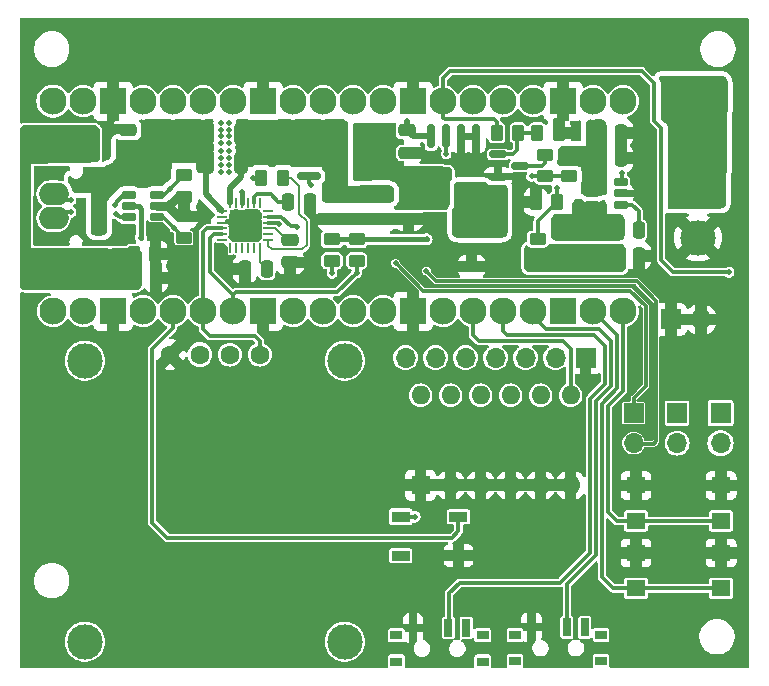
<source format=gtl>
%TF.GenerationSoftware,KiCad,Pcbnew,7.0.9-7.0.9~ubuntu22.04.1*%
%TF.CreationDate,2023-11-29T16:30:29+01:00*%
%TF.ProjectId,PD-LabSupply,50442d4c-6162-4537-9570-706c792e6b69,3.1*%
%TF.SameCoordinates,Original*%
%TF.FileFunction,Copper,L1,Top*%
%TF.FilePolarity,Positive*%
%FSLAX46Y46*%
G04 Gerber Fmt 4.6, Leading zero omitted, Abs format (unit mm)*
G04 Created by KiCad (PCBNEW 7.0.9-7.0.9~ubuntu22.04.1) date 2023-11-29 16:30:29*
%MOMM*%
%LPD*%
G01*
G04 APERTURE LIST*
G04 Aperture macros list*
%AMRoundRect*
0 Rectangle with rounded corners*
0 $1 Rounding radius*
0 $2 $3 $4 $5 $6 $7 $8 $9 X,Y pos of 4 corners*
0 Add a 4 corners polygon primitive as box body*
4,1,4,$2,$3,$4,$5,$6,$7,$8,$9,$2,$3,0*
0 Add four circle primitives for the rounded corners*
1,1,$1+$1,$2,$3*
1,1,$1+$1,$4,$5*
1,1,$1+$1,$6,$7*
1,1,$1+$1,$8,$9*
0 Add four rect primitives between the rounded corners*
20,1,$1+$1,$2,$3,$4,$5,0*
20,1,$1+$1,$4,$5,$6,$7,0*
20,1,$1+$1,$6,$7,$8,$9,0*
20,1,$1+$1,$8,$9,$2,$3,0*%
G04 Aperture macros list end*
%TA.AperFunction,ComponentPad*%
%ADD10C,1.600000*%
%TD*%
%TA.AperFunction,WasherPad*%
%ADD11C,3.000000*%
%TD*%
%TA.AperFunction,SMDPad,CuDef*%
%ADD12RoundRect,0.250000X-0.475000X0.250000X-0.475000X-0.250000X0.475000X-0.250000X0.475000X0.250000X0*%
%TD*%
%TA.AperFunction,ComponentPad*%
%ADD13O,1.700000X1.700000*%
%TD*%
%TA.AperFunction,ComponentPad*%
%ADD14R,1.700000X1.700000*%
%TD*%
%TA.AperFunction,SMDPad,CuDef*%
%ADD15R,1.500000X0.900000*%
%TD*%
%TA.AperFunction,SMDPad,CuDef*%
%ADD16R,1.200000X0.900000*%
%TD*%
%TA.AperFunction,SMDPad,CuDef*%
%ADD17RoundRect,0.130000X0.470000X0.195000X-0.470000X0.195000X-0.470000X-0.195000X0.470000X-0.195000X0*%
%TD*%
%TA.AperFunction,SMDPad,CuDef*%
%ADD18RoundRect,0.250000X0.450000X-0.262500X0.450000X0.262500X-0.450000X0.262500X-0.450000X-0.262500X0*%
%TD*%
%TA.AperFunction,ComponentPad*%
%ADD19O,1.600000X1.600000*%
%TD*%
%TA.AperFunction,ComponentPad*%
%ADD20R,1.600000X1.600000*%
%TD*%
%TA.AperFunction,SMDPad,CuDef*%
%ADD21RoundRect,0.250000X-0.262500X-0.450000X0.262500X-0.450000X0.262500X0.450000X-0.262500X0.450000X0*%
%TD*%
%TA.AperFunction,SMDPad,CuDef*%
%ADD22RoundRect,0.150000X-0.587500X-0.150000X0.587500X-0.150000X0.587500X0.150000X-0.587500X0.150000X0*%
%TD*%
%TA.AperFunction,SMDPad,CuDef*%
%ADD23RoundRect,0.250000X0.475000X-0.250000X0.475000X0.250000X-0.475000X0.250000X-0.475000X-0.250000X0*%
%TD*%
%TA.AperFunction,SMDPad,CuDef*%
%ADD24RoundRect,0.250000X0.325000X0.650000X-0.325000X0.650000X-0.325000X-0.650000X0.325000X-0.650000X0*%
%TD*%
%TA.AperFunction,SMDPad,CuDef*%
%ADD25RoundRect,0.140000X-1.810000X0.560000X-1.810000X-0.560000X1.810000X-0.560000X1.810000X0.560000X0*%
%TD*%
%TA.AperFunction,SMDPad,CuDef*%
%ADD26RoundRect,0.250000X-0.250000X-0.475000X0.250000X-0.475000X0.250000X0.475000X-0.250000X0.475000X0*%
%TD*%
%TA.AperFunction,SMDPad,CuDef*%
%ADD27RoundRect,0.150000X-0.825000X-0.150000X0.825000X-0.150000X0.825000X0.150000X-0.825000X0.150000X0*%
%TD*%
%TA.AperFunction,SMDPad,CuDef*%
%ADD28RoundRect,0.250000X0.250000X0.475000X-0.250000X0.475000X-0.250000X-0.475000X0.250000X-0.475000X0*%
%TD*%
%TA.AperFunction,ComponentPad*%
%ADD29C,0.500000*%
%TD*%
%TA.AperFunction,SMDPad,CuDef*%
%ADD30R,2.600000X2.600000*%
%TD*%
%TA.AperFunction,SMDPad,CuDef*%
%ADD31RoundRect,0.062500X-0.062500X-0.375000X0.062500X-0.375000X0.062500X0.375000X-0.062500X0.375000X0*%
%TD*%
%TA.AperFunction,SMDPad,CuDef*%
%ADD32RoundRect,0.062500X-0.375000X-0.062500X0.375000X-0.062500X0.375000X0.062500X-0.375000X0.062500X0*%
%TD*%
%TA.AperFunction,SMDPad,CuDef*%
%ADD33RoundRect,0.250000X-0.450000X0.262500X-0.450000X-0.262500X0.450000X-0.262500X0.450000X0.262500X0*%
%TD*%
%TA.AperFunction,SMDPad,CuDef*%
%ADD34R,0.700000X1.500000*%
%TD*%
%TA.AperFunction,SMDPad,CuDef*%
%ADD35R,1.000000X0.800000*%
%TD*%
%TA.AperFunction,SMDPad,CuDef*%
%ADD36RoundRect,0.250000X0.262500X0.450000X-0.262500X0.450000X-0.262500X-0.450000X0.262500X-0.450000X0*%
%TD*%
%TA.AperFunction,SMDPad,CuDef*%
%ADD37R,1.600000X1.400000*%
%TD*%
%TA.AperFunction,SMDPad,CuDef*%
%ADD38RoundRect,0.150000X0.150000X-0.825000X0.150000X0.825000X-0.150000X0.825000X-0.150000X-0.825000X0*%
%TD*%
%TA.AperFunction,SMDPad,CuDef*%
%ADD39C,2.300000*%
%TD*%
%TA.AperFunction,SMDPad,CuDef*%
%ADD40R,2.300000X2.300000*%
%TD*%
%TA.AperFunction,SMDPad,CuDef*%
%ADD41O,2.500000X1.930000*%
%TD*%
%TA.AperFunction,ComponentPad*%
%ADD42C,3.000000*%
%TD*%
%TA.AperFunction,ComponentPad*%
%ADD43R,3.000000X3.000000*%
%TD*%
%TA.AperFunction,ComponentPad*%
%ADD44O,2.300000X1.300000*%
%TD*%
%TA.AperFunction,ComponentPad*%
%ADD45O,2.600000X1.300000*%
%TD*%
%TA.AperFunction,ViaPad*%
%ADD46C,0.500000*%
%TD*%
%TA.AperFunction,ViaPad*%
%ADD47C,0.700000*%
%TD*%
%TA.AperFunction,Conductor*%
%ADD48C,0.300000*%
%TD*%
%TA.AperFunction,Conductor*%
%ADD49C,0.400000*%
%TD*%
%TA.AperFunction,Conductor*%
%ADD50C,0.800000*%
%TD*%
%TA.AperFunction,Conductor*%
%ADD51C,0.750000*%
%TD*%
%TA.AperFunction,Conductor*%
%ADD52C,0.500000*%
%TD*%
%TA.AperFunction,Conductor*%
%ADD53C,0.301200*%
%TD*%
%TA.AperFunction,Conductor*%
%ADD54C,0.200000*%
%TD*%
%TA.AperFunction,Conductor*%
%ADD55C,0.347200*%
%TD*%
G04 APERTURE END LIST*
D10*
X100622400Y-60884000D03*
X98082400Y-60884000D03*
X95542400Y-60884000D03*
X93002400Y-60884000D03*
D11*
X107812400Y-85184000D03*
X107812400Y-61384000D03*
X85812400Y-85184000D03*
X85812400Y-61384000D03*
D12*
X103174000Y-53070000D03*
X103174000Y-51170000D03*
D13*
X135940000Y-68371000D03*
D14*
X135940000Y-65831000D03*
D15*
X117435000Y-74600000D03*
X117435000Y-77900000D03*
X112535000Y-77900000D03*
X112535000Y-74600000D03*
D16*
X118541000Y-53389000D03*
X118541000Y-50089000D03*
D12*
X111048000Y-49412400D03*
X111048000Y-47512400D03*
D13*
X112953000Y-61137000D03*
X115493000Y-61137000D03*
X118033000Y-61137000D03*
X120573000Y-61137000D03*
X123113000Y-61137000D03*
X125653000Y-61137000D03*
D14*
X128193000Y-61137000D03*
D17*
X89515500Y-49260000D03*
X89515500Y-48310000D03*
X89515500Y-47360000D03*
X91915500Y-47360000D03*
X91915500Y-48310000D03*
X91915500Y-49260000D03*
D13*
X137965000Y-57900000D03*
D14*
X135425000Y-57900000D03*
D18*
X124129000Y-51080500D03*
X124129000Y-52905500D03*
D19*
X114223000Y-64312000D03*
X116763000Y-64312000D03*
X119303000Y-64312000D03*
X121843000Y-64312000D03*
X124383000Y-64312000D03*
X126923000Y-64312000D03*
X126923000Y-71932000D03*
X124383000Y-71932000D03*
X121843000Y-71932000D03*
X119303000Y-71932000D03*
X116763000Y-71932000D03*
D20*
X114223000Y-71932000D03*
D21*
X122501500Y-42087000D03*
X120676500Y-42087000D03*
D12*
X113080000Y-43799000D03*
X113080000Y-41899000D03*
X108889000Y-49412400D03*
X108889000Y-47512400D03*
D22*
X122653500Y-44881000D03*
X120778500Y-45831000D03*
X120778500Y-43931000D03*
D23*
X89458000Y-41822800D03*
X89458000Y-43722800D03*
D14*
X135425000Y-39600000D03*
D13*
X137965000Y-39600000D03*
D24*
X96111000Y-42214000D03*
X99061000Y-42214000D03*
D25*
X127558000Y-52985000D03*
X127558000Y-49985000D03*
D26*
X131175000Y-44246000D03*
X129275000Y-44246000D03*
D27*
X109713000Y-41960000D03*
X109713000Y-43230000D03*
X109713000Y-44500000D03*
X109713000Y-45770000D03*
X104763000Y-45770000D03*
X104763000Y-44500000D03*
X104763000Y-43230000D03*
X104763000Y-41960000D03*
D26*
X131175000Y-42087000D03*
X129275000Y-42087000D03*
D28*
X99328400Y-53644000D03*
X101228400Y-53644000D03*
D17*
X128771000Y-48183000D03*
X128771000Y-47233000D03*
X128771000Y-46283000D03*
X131171000Y-46283000D03*
X131171000Y-47233000D03*
X131171000Y-48183000D03*
D29*
X100432300Y-50991000D03*
X100432300Y-49941000D03*
X100432300Y-48891000D03*
X99382300Y-50991000D03*
D30*
X99382300Y-49941000D03*
D29*
X99382300Y-49941000D03*
X99382300Y-48891000D03*
X98332300Y-50991000D03*
X98332300Y-49941000D03*
X98332300Y-48891000D03*
D31*
X98132300Y-48003500D03*
X98632300Y-48003500D03*
X99132300Y-48003500D03*
X99632300Y-48003500D03*
X100132300Y-48003500D03*
X100632300Y-48003500D03*
D32*
X101319800Y-48691000D03*
X101319800Y-49191000D03*
X101319800Y-49691000D03*
X101319800Y-50191000D03*
X101319800Y-50691000D03*
X101319800Y-51191000D03*
D31*
X100632300Y-51878500D03*
X100132300Y-51878500D03*
X99632300Y-51878500D03*
X99132300Y-51878500D03*
X98632300Y-51878500D03*
X98132300Y-51878500D03*
D32*
X97444800Y-51191000D03*
X97444800Y-50691000D03*
X97444800Y-50191000D03*
X97444800Y-49691000D03*
X97444800Y-49191000D03*
X97444800Y-48691000D03*
D33*
X106730000Y-52929000D03*
X106730000Y-51104000D03*
D12*
X106730000Y-49412400D03*
X106730000Y-47512400D03*
D26*
X91830400Y-54406000D03*
X89930400Y-54406000D03*
D12*
X113207000Y-49387000D03*
X113207000Y-47487000D03*
D33*
X108812800Y-52930900D03*
X108812800Y-51105900D03*
D24*
X96111000Y-44627000D03*
X99061000Y-44627000D03*
D34*
X128120000Y-83965000D03*
X126620000Y-83965000D03*
X123620000Y-83965000D03*
D35*
X129520000Y-86825000D03*
X129520000Y-84615000D03*
X122220000Y-86825000D03*
X122220000Y-84615000D03*
D33*
X126796000Y-45793500D03*
X126796000Y-43968500D03*
D36*
X124105500Y-42087000D03*
X125930500Y-42087000D03*
D13*
X132257000Y-68371000D03*
D14*
X132257000Y-65831000D03*
D26*
X132699000Y-52501000D03*
X130799000Y-52501000D03*
D21*
X91783400Y-52374000D03*
X89958400Y-52374000D03*
D28*
X130799000Y-50342000D03*
X132699000Y-50342000D03*
D37*
X139667000Y-74956000D03*
X132467000Y-74956000D03*
X139667000Y-71956000D03*
X132467000Y-71956000D03*
D38*
X115112000Y-42406000D03*
X116382000Y-42406000D03*
X117652000Y-42406000D03*
X118922000Y-42406000D03*
X118922000Y-47356000D03*
X117652000Y-47356000D03*
X116382000Y-47356000D03*
X115112000Y-47356000D03*
D18*
X94182400Y-49175500D03*
X94182400Y-51000500D03*
D36*
X100737500Y-45897000D03*
X102562500Y-45897000D03*
D18*
X124764000Y-43968500D03*
X124764000Y-45793500D03*
D13*
X83108000Y-57200000D03*
D39*
X83108000Y-57200000D03*
D13*
X85648000Y-57200000D03*
D39*
X85648000Y-57200000D03*
D14*
X88188000Y-57200000D03*
D40*
X88188000Y-57200000D03*
D13*
X90728000Y-57200000D03*
D39*
X90728000Y-57200000D03*
D13*
X93268000Y-57200000D03*
D39*
X93268000Y-57200000D03*
D13*
X95808000Y-57200000D03*
D39*
X95808000Y-57200000D03*
D13*
X98348000Y-57200000D03*
D39*
X98348000Y-57200000D03*
D14*
X100888000Y-57200000D03*
D40*
X100888000Y-57200000D03*
D13*
X103428000Y-57200000D03*
D39*
X103428000Y-57200000D03*
D13*
X105968000Y-57200000D03*
D39*
X105968000Y-57200000D03*
D13*
X108508000Y-57200000D03*
D39*
X108508000Y-57200000D03*
D13*
X111048000Y-57200000D03*
D39*
X111048000Y-57200000D03*
D14*
X113588000Y-57200000D03*
D40*
X113588000Y-57200000D03*
D13*
X116128000Y-57200000D03*
D39*
X116128000Y-57200000D03*
D13*
X118668000Y-57200000D03*
D39*
X118668000Y-57200000D03*
D13*
X121208000Y-57200000D03*
D39*
X121208000Y-57200000D03*
D13*
X123748000Y-57200000D03*
D39*
X123748000Y-57200000D03*
D14*
X126288000Y-57200000D03*
D40*
X126288000Y-57200000D03*
D13*
X128828000Y-57200000D03*
D39*
X128828000Y-57200000D03*
D13*
X131368000Y-57200000D03*
D39*
X131368000Y-57200000D03*
D13*
X131368000Y-39420000D03*
D39*
X131368000Y-39420000D03*
D13*
X128828000Y-39420000D03*
D39*
X128828000Y-39420000D03*
D14*
X126288000Y-39420000D03*
D40*
X126288000Y-39420000D03*
D13*
X123748000Y-39420000D03*
D39*
X123748000Y-39420000D03*
D13*
X121208000Y-39420000D03*
D39*
X121208000Y-39420000D03*
D13*
X118668000Y-39420000D03*
D39*
X118668000Y-39420000D03*
D13*
X116128000Y-39420000D03*
D39*
X116128000Y-39420000D03*
D14*
X113588000Y-39420000D03*
D40*
X113588000Y-39420000D03*
D13*
X111048000Y-39420000D03*
D39*
X111048000Y-39420000D03*
D13*
X108508000Y-39420000D03*
D39*
X108508000Y-39420000D03*
D13*
X105968000Y-39420000D03*
D39*
X105968000Y-39420000D03*
D13*
X103428000Y-39420000D03*
D39*
X103428000Y-39420000D03*
D14*
X100888000Y-39420000D03*
D40*
X100888000Y-39420000D03*
D13*
X98348000Y-39420000D03*
D39*
X98348000Y-39420000D03*
D13*
X95808000Y-39420000D03*
D39*
X95808000Y-39420000D03*
D13*
X93268000Y-39420000D03*
D39*
X93268000Y-39420000D03*
D13*
X90728000Y-39420000D03*
D39*
X90728000Y-39420000D03*
D14*
X88188000Y-39420000D03*
D40*
X88188000Y-39420000D03*
D13*
X85648000Y-39420000D03*
D39*
X85648000Y-39420000D03*
D13*
X83108000Y-39420000D03*
D39*
X83108000Y-39420000D03*
D41*
X83158000Y-49326000D03*
X83158000Y-47294000D03*
D35*
X112187000Y-84648000D03*
X112187000Y-86858000D03*
X119487000Y-84648000D03*
X119487000Y-86858000D03*
D34*
X113587000Y-83998000D03*
X116587000Y-83998000D03*
X118087000Y-83998000D03*
D26*
X104886000Y-47929000D03*
X102986000Y-47929000D03*
D33*
X94182400Y-47495300D03*
X94182400Y-45670300D03*
D37*
X132467000Y-77672000D03*
X139667000Y-77672000D03*
X132467000Y-80672000D03*
X139667000Y-80672000D03*
D13*
X139623000Y-68371000D03*
D14*
X139623000Y-65831000D03*
D42*
X137718000Y-50977000D03*
D43*
X137718000Y-45897000D03*
D36*
X123978500Y-47929000D03*
X125803500Y-47929000D03*
D44*
X85781000Y-43990000D03*
D45*
X81956000Y-43990000D03*
D44*
X85781000Y-52630000D03*
D45*
X81956000Y-52630000D03*
D46*
X140348000Y-53899000D03*
X97332000Y-41833000D03*
X97332000Y-44246000D03*
X97967000Y-44808100D03*
X97967000Y-42395100D03*
X97967000Y-41833000D03*
X97967000Y-42976000D03*
X97332000Y-42976000D03*
X97332000Y-42395100D03*
X97332000Y-41252100D03*
X97332000Y-45389000D03*
X97967000Y-43665100D03*
X97332000Y-43665100D03*
X97967000Y-44246000D03*
X97967000Y-41252100D03*
X97332000Y-44808100D03*
X97967000Y-45389000D03*
X104825000Y-38023000D03*
X112038600Y-53821800D03*
D47*
X95935000Y-48868800D03*
X92226600Y-50621400D03*
X135889200Y-69798400D03*
D46*
X116382000Y-44564503D03*
X83260400Y-45617600D03*
D47*
X105079000Y-53136000D03*
X107804297Y-49379460D03*
X135914600Y-64362800D03*
X109965239Y-49407744D03*
D46*
X113994400Y-53857300D03*
X107111000Y-38023000D03*
X98500400Y-53644000D03*
X85267000Y-48970400D03*
X83260400Y-50926200D03*
X109778000Y-53771000D03*
X97281200Y-52221600D03*
X85241600Y-50062600D03*
D47*
X87934000Y-51358000D03*
X87603800Y-44068200D03*
D46*
X99999000Y-45897000D03*
X113080000Y-41069502D03*
X90550200Y-50977000D03*
X126965973Y-51866001D03*
X126161000Y-51866001D03*
X114731000Y-51104000D03*
X113715000Y-74599000D03*
X127854973Y-51866000D03*
X128616973Y-51866000D03*
X100354600Y-42580497D03*
X103047000Y-42580497D03*
D47*
X128066000Y-43992000D03*
D46*
X102386600Y-43240897D03*
X103047000Y-43230000D03*
X101015000Y-43230000D03*
X101015000Y-42580497D03*
X102386600Y-42580497D03*
X100354600Y-43240897D03*
X106730000Y-53999600D03*
X108812800Y-53948800D03*
X84632000Y-48818000D03*
X88315000Y-48183000D03*
X123621000Y-45770000D03*
X104952000Y-46532000D03*
X84632000Y-47802000D03*
X88442000Y-48945000D03*
X116382000Y-43865000D03*
X114705600Y-53796400D03*
X92989550Y-46863150D03*
X102259600Y-49783200D03*
X103775265Y-50055706D03*
X93332450Y-50150550D03*
X112108400Y-53129600D03*
X120827000Y-50342000D03*
X118287000Y-47548000D03*
X135482800Y-47268600D03*
X120827000Y-49692497D03*
X120166600Y-49692497D03*
X135457400Y-45871600D03*
X99132300Y-47065400D03*
X120827000Y-47406497D03*
X135457400Y-45211200D03*
X135457400Y-44576200D03*
X120166600Y-48066897D03*
X120166600Y-47406497D03*
X120827000Y-48056000D03*
X135457400Y-46582800D03*
X120166600Y-50352897D03*
X88188000Y-45643000D03*
X88823000Y-45643000D03*
D47*
X87299000Y-46151000D03*
X85145188Y-46330068D03*
D46*
X88823000Y-46223900D03*
X88188000Y-46223900D03*
D47*
X87358775Y-50401775D03*
D46*
X125780000Y-46786000D03*
X131241000Y-45516000D03*
D48*
X140348000Y-53899000D02*
X135599000Y-53899000D01*
X135599000Y-53899000D02*
X134600000Y-52900000D01*
X134600000Y-52900000D02*
X134600000Y-41675000D01*
X134600000Y-41675000D02*
X134000000Y-41075000D01*
X134000000Y-41075000D02*
X134000000Y-37900000D01*
X116726000Y-36881000D02*
X116128000Y-37479000D01*
X134000000Y-37900000D02*
X132981000Y-36881000D01*
X132981000Y-36881000D02*
X116726000Y-36881000D01*
X116128000Y-37479000D02*
X116128000Y-39420000D01*
X112108400Y-53129600D02*
X114451600Y-55472800D01*
X114451600Y-55472800D02*
X131977600Y-55472800D01*
X131977600Y-55472800D02*
X133300000Y-56795200D01*
X133300000Y-56795200D02*
X133300000Y-63500000D01*
X133300000Y-63500000D02*
X132257000Y-64543000D01*
X132257000Y-64543000D02*
X132257000Y-65831000D01*
X114705600Y-53796400D02*
X115569200Y-54660000D01*
X115569200Y-54660000D02*
X132536400Y-54660000D01*
X132536400Y-54660000D02*
X134200000Y-56323600D01*
X133984200Y-68426800D02*
X132130000Y-68426800D01*
X134200000Y-56323600D02*
X134200000Y-68211000D01*
X134200000Y-68211000D02*
X133984200Y-68426800D01*
X139667000Y-80672000D02*
X130545000Y-80672000D01*
X130545000Y-80672000D02*
X129574000Y-79701000D01*
X129574000Y-79701000D02*
X129574000Y-65017894D01*
X130868000Y-59240000D02*
X128828000Y-57200000D01*
X129574000Y-65017894D02*
X130868000Y-63723894D01*
X130868000Y-63723894D02*
X130868000Y-59240000D01*
X126620000Y-83965000D02*
X126620000Y-80308106D01*
X126620000Y-80308106D02*
X129074000Y-77854106D01*
X130352000Y-63532788D02*
X130352000Y-59740000D01*
X129074000Y-77854106D02*
X129074000Y-64810788D01*
X129074000Y-64810788D02*
X130352000Y-63532788D01*
X130352000Y-59740000D02*
X129312000Y-58700000D01*
X129312000Y-58700000D02*
X124867000Y-58700000D01*
X124867000Y-58700000D02*
X123748000Y-57581000D01*
X123748000Y-57581000D02*
X123748000Y-57200000D01*
D49*
X100737500Y-45897000D02*
X99999000Y-45897000D01*
D50*
X91915500Y-48310000D02*
X92861600Y-48310000D01*
X91783400Y-52374000D02*
X91783400Y-52001576D01*
X92861600Y-48310000D02*
X93674400Y-49122800D01*
X92861600Y-48310000D02*
X93674400Y-47497200D01*
D51*
X88188000Y-39420000D02*
X87934000Y-39674000D01*
D48*
X91490000Y-60375000D02*
X93268000Y-58597000D01*
X116890000Y-76377000D02*
X92760000Y-76377000D01*
X117435000Y-74600000D02*
X117435000Y-75832000D01*
X93268000Y-58597000D02*
X93268000Y-57200000D01*
X92760000Y-76377000D02*
X91490000Y-75107000D01*
X117435000Y-75832000D02*
X116890000Y-76377000D01*
X91490000Y-75107000D02*
X91490000Y-60375000D01*
X112535000Y-74600000D02*
X113714000Y-74600000D01*
D49*
X114731000Y-51104000D02*
X106730000Y-51104000D01*
D52*
X113080000Y-41069502D02*
X113080000Y-41899000D01*
D49*
X90347000Y-48310000D02*
X90550200Y-48513200D01*
D52*
X114985000Y-42406000D02*
X113587000Y-42406000D01*
D49*
X90550200Y-48513200D02*
X90550200Y-50977000D01*
D48*
X113714000Y-74600000D02*
X113715000Y-74599000D01*
D49*
X89515500Y-48310000D02*
X90347000Y-48310000D01*
D52*
X113587000Y-42406000D02*
X113080000Y-41899000D01*
X98132300Y-46792607D02*
X99061000Y-45863907D01*
X126692500Y-43992000D02*
X126669000Y-43968500D01*
X98132300Y-48003500D02*
X98132300Y-46792607D01*
X99061000Y-45863907D02*
X99061000Y-44500000D01*
X128066000Y-43992000D02*
X126692500Y-43992000D01*
D48*
X116128000Y-40817000D02*
X116128000Y-39420000D01*
X120549500Y-42087000D02*
X120676500Y-41960000D01*
X120676500Y-41960000D02*
X120676500Y-41174500D01*
X120676500Y-41174500D02*
X120446000Y-40944000D01*
X120446000Y-40944000D02*
X116255000Y-40944000D01*
X116255000Y-40944000D02*
X116128000Y-40817000D01*
X106730000Y-53999600D02*
X106730000Y-52929000D01*
X96366800Y-59282800D02*
X100176800Y-59282800D01*
X100176800Y-59282800D02*
X100634000Y-59740000D01*
X95808000Y-57200000D02*
X95808000Y-58724000D01*
X96136800Y-50191000D02*
X97444800Y-50191000D01*
X95808000Y-58724000D02*
X96366800Y-59282800D01*
X100634000Y-59740000D02*
X100634000Y-60756000D01*
X95808000Y-57200000D02*
X95808000Y-50519800D01*
X95808000Y-50519800D02*
X96136800Y-50191000D01*
X96392200Y-51002400D02*
X96703600Y-50691000D01*
X98348000Y-55853800D02*
X96392200Y-53898000D01*
X96703600Y-50691000D02*
X97444800Y-50691000D01*
X98348000Y-57200000D02*
X98348000Y-55853800D01*
X108812800Y-53948800D02*
X107187200Y-55574400D01*
X96392200Y-53898000D02*
X96392200Y-51002400D01*
X98627400Y-55574400D02*
X98348000Y-55853800D01*
X107187200Y-55574400D02*
X98627400Y-55574400D01*
X108812800Y-53948800D02*
X108812800Y-52930900D01*
X108762000Y-53948800D02*
X108762000Y-53948800D01*
D53*
X89479900Y-47537100D02*
X89515500Y-47501500D01*
X88315000Y-48095118D02*
X89050118Y-47360000D01*
X83666000Y-48818000D02*
X83158000Y-49326000D01*
X89050118Y-47360000D02*
X89515500Y-47360000D01*
X84632000Y-48818000D02*
X83666000Y-48818000D01*
X88315000Y-48183000D02*
X88315000Y-48095118D01*
D48*
X104763000Y-46343000D02*
X104952000Y-46532000D01*
X124613500Y-45770000D02*
X124637000Y-45793500D01*
X104763000Y-45770000D02*
X104763000Y-46343000D01*
X123621000Y-45770000D02*
X124613500Y-45770000D01*
X124637000Y-45793500D02*
X126669000Y-45793500D01*
X104763000Y-45770000D02*
X103936000Y-45770000D01*
D54*
X100632300Y-53047900D02*
X100632300Y-51878500D01*
X101228400Y-53644000D02*
X100632300Y-53047900D01*
D48*
X101535148Y-47306148D02*
X102158000Y-47929000D01*
X100132300Y-47541700D02*
X100367852Y-47306148D01*
X102859000Y-47929000D02*
X102986000Y-47802000D01*
X100132300Y-48003500D02*
X100132300Y-47541700D01*
X102158000Y-47929000D02*
X102859000Y-47929000D01*
X100367852Y-47306148D02*
X101535148Y-47306148D01*
D53*
X88757000Y-49260000D02*
X88442000Y-48945000D01*
X84632000Y-47802000D02*
X83666000Y-47802000D01*
X89511085Y-49405915D02*
X89515500Y-49401500D01*
X89515500Y-49260000D02*
X88757000Y-49260000D01*
X83666000Y-47802000D02*
X83158000Y-47294000D01*
D48*
X126034000Y-80187000D02*
X128574000Y-77647000D01*
X128923000Y-59200000D02*
X121557000Y-59200000D01*
X129844000Y-60121000D02*
X128923000Y-59200000D01*
X128574000Y-77647000D02*
X128574000Y-64603682D01*
X121208000Y-58851000D02*
X121208000Y-57200000D01*
X129844000Y-63333682D02*
X129844000Y-60121000D01*
X116624000Y-81088000D02*
X117525000Y-80187000D01*
X121557000Y-59200000D02*
X121208000Y-58851000D01*
X128574000Y-64603682D02*
X129844000Y-63333682D01*
X116624000Y-83456000D02*
X116624000Y-81088000D01*
X117525000Y-80187000D02*
X126034000Y-80187000D01*
X118668000Y-59232000D02*
X118668000Y-57200000D01*
X126248000Y-59700000D02*
X119136000Y-59700000D01*
X126923000Y-64312000D02*
X126923000Y-60375000D01*
X119136000Y-59700000D02*
X118668000Y-59232000D01*
X126923000Y-60375000D02*
X126248000Y-59700000D01*
D54*
X102802582Y-51104000D02*
X102818400Y-51104000D01*
X101319800Y-50191000D02*
X101889582Y-50191000D01*
X101889582Y-50191000D02*
X102802582Y-51104000D01*
D48*
X116382000Y-43865000D02*
X116382000Y-42406000D01*
X130074000Y-74194000D02*
X130074000Y-65225000D01*
X131368000Y-63931000D02*
X131368000Y-57200000D01*
X130836000Y-74956000D02*
X130074000Y-74194000D01*
X139667000Y-74956000D02*
X132467000Y-74956000D01*
X132467000Y-74956000D02*
X130836000Y-74956000D01*
X130074000Y-65225000D02*
X131368000Y-63931000D01*
D55*
X94182400Y-45670300D02*
X92989550Y-46863150D01*
X101319800Y-49691000D02*
X102167400Y-49691000D01*
X102167400Y-49691000D02*
X102259600Y-49783200D01*
X92492700Y-47360000D02*
X91915500Y-47360000D01*
X92989550Y-46863150D02*
X92492700Y-47360000D01*
X102443238Y-49191000D02*
X101319800Y-49191000D01*
X94182400Y-51000500D02*
X94030000Y-51152900D01*
X93332450Y-50150550D02*
X94182400Y-51000500D01*
X103257638Y-50005400D02*
X102443238Y-49191000D01*
X103724959Y-50005400D02*
X103257638Y-50005400D01*
X92441900Y-49260000D02*
X91915500Y-49260000D01*
X93332450Y-50150550D02*
X92441900Y-49260000D01*
X93674400Y-51152900D02*
X94031900Y-51152900D01*
X103775265Y-50055706D02*
X103724959Y-50005400D01*
D49*
X99132300Y-47065400D02*
X99132300Y-48003500D01*
D52*
X96062000Y-47308200D02*
X96062000Y-44549000D01*
X97444800Y-48691000D02*
X96062000Y-47308200D01*
X96062000Y-44549000D02*
X96111000Y-44500000D01*
D54*
X103261135Y-45897000D02*
X102562500Y-45897000D01*
X104571000Y-49580000D02*
X103936000Y-48945000D01*
X101319800Y-51191000D02*
X101319800Y-51662800D01*
X104213000Y-51970000D02*
X104571000Y-51612000D01*
X104571000Y-51612000D02*
X104571000Y-49580000D01*
X101319800Y-51662800D02*
X101627000Y-51970000D01*
X101627000Y-51970000D02*
X104213000Y-51970000D01*
X103936000Y-48945000D02*
X103936000Y-46571865D01*
X103936000Y-46571865D02*
X103261135Y-45897000D01*
D48*
X124129000Y-51080500D02*
X124129000Y-49580000D01*
X124129000Y-49580000D02*
X125780000Y-47929000D01*
X131241000Y-46213000D02*
X131171000Y-46283000D01*
X125780000Y-47905500D02*
X125803500Y-47929000D01*
X125780000Y-47929000D02*
X125803500Y-47929000D01*
X131241000Y-45516000D02*
X131241000Y-46213000D01*
X125780000Y-46786000D02*
X125780000Y-47905500D01*
X132130000Y-48183000D02*
X131171000Y-48183000D01*
X132699000Y-50342000D02*
X132699000Y-48752000D01*
X132699000Y-48752000D02*
X132130000Y-48183000D01*
X122374500Y-43587500D02*
X122374500Y-42087000D01*
X120730000Y-43931000D02*
X122031000Y-43931000D01*
X122374500Y-42087000D02*
X124105500Y-42087000D01*
X122031000Y-43931000D02*
X122374500Y-43587500D01*
X124510000Y-44881000D02*
X124764000Y-44627000D01*
X122605000Y-44881000D02*
X124510000Y-44881000D01*
X124764000Y-44627000D02*
X124764000Y-43968500D01*
%TA.AperFunction,Conductor*%
G36*
X112106732Y-41268802D02*
G01*
X112153225Y-41322458D01*
X112163329Y-41392732D01*
X112156667Y-41418831D01*
X112110909Y-41541514D01*
X112104500Y-41601121D01*
X112104500Y-42196864D01*
X112104502Y-42196885D01*
X112110908Y-42256480D01*
X112110908Y-42256481D01*
X112161201Y-42391326D01*
X112161203Y-42391329D01*
X112247453Y-42506546D01*
X112299649Y-42545619D01*
X112362669Y-42592796D01*
X112362671Y-42592796D01*
X112362673Y-42592798D01*
X112423030Y-42615309D01*
X112497514Y-42643090D01*
X112497517Y-42643091D01*
X112557127Y-42649500D01*
X112700001Y-42649499D01*
X112768120Y-42669501D01*
X112814613Y-42723156D01*
X112826000Y-42775499D01*
X112826000Y-42972500D01*
X112805998Y-43040621D01*
X112752342Y-43087114D01*
X112700000Y-43098500D01*
X112550733Y-43098500D01*
X112520299Y-43101354D01*
X112520295Y-43101355D01*
X112392118Y-43146206D01*
X112392114Y-43146208D01*
X112282849Y-43226849D01*
X112202208Y-43336114D01*
X112202206Y-43336118D01*
X112157355Y-43464295D01*
X112157354Y-43464299D01*
X112154500Y-43494733D01*
X112154500Y-44103266D01*
X112157354Y-44133700D01*
X112157355Y-44133704D01*
X112202206Y-44261881D01*
X112202208Y-44261885D01*
X112282849Y-44371150D01*
X112392114Y-44451791D01*
X112392118Y-44451793D01*
X112520301Y-44496646D01*
X112550734Y-44499500D01*
X112550736Y-44499500D01*
X112733286Y-44499500D01*
X112801407Y-44519502D01*
X112826000Y-44547883D01*
X112826000Y-44931800D01*
X116083257Y-44931800D01*
X116151376Y-44951801D01*
X116192931Y-44978507D01*
X116317228Y-45015003D01*
X116317232Y-45015003D01*
X116446768Y-45015003D01*
X116446772Y-45015003D01*
X116554970Y-44983234D01*
X116625964Y-44983234D01*
X116638676Y-44987717D01*
X116650073Y-44992438D01*
X116678560Y-45008885D01*
X116755793Y-45068149D01*
X116779050Y-45091406D01*
X116838314Y-45168639D01*
X116854761Y-45197126D01*
X116892015Y-45287065D01*
X116900528Y-45318836D01*
X116914860Y-45427700D01*
X116915400Y-45435932D01*
X116915400Y-45952340D01*
X116895398Y-46020461D01*
X116868282Y-46050593D01*
X116838415Y-46074571D01*
X116791438Y-46126302D01*
X116732000Y-46211572D01*
X116731998Y-46211576D01*
X116691716Y-46331862D01*
X116691713Y-46331873D01*
X116680166Y-46400765D01*
X116680165Y-46400775D01*
X116680165Y-46400778D01*
X116679364Y-46435251D01*
X116679340Y-46436262D01*
X116677000Y-46443595D01*
X116677000Y-48184609D01*
X116668210Y-48230845D01*
X116665926Y-48236635D01*
X116649115Y-48266531D01*
X116601098Y-48329853D01*
X116593939Y-48338736D01*
X116574957Y-48364282D01*
X116520611Y-48478918D01*
X116520610Y-48478921D01*
X116507285Y-48524301D01*
X116468901Y-48584026D01*
X116404319Y-48613518D01*
X116386390Y-48614800D01*
X112263333Y-48614800D01*
X112255101Y-48614260D01*
X112146237Y-48599928D01*
X112114465Y-48591415D01*
X112024526Y-48554161D01*
X111996040Y-48537715D01*
X111983761Y-48528293D01*
X111941894Y-48470955D01*
X111937672Y-48400084D01*
X111972436Y-48338181D01*
X111990468Y-48323562D01*
X112012478Y-48308857D01*
X112012477Y-48308857D01*
X112067637Y-48266531D01*
X112111185Y-48233115D01*
X112111186Y-48233114D01*
X112111187Y-48233114D01*
X112131148Y-48215607D01*
X112172807Y-48173948D01*
X112190314Y-48153987D01*
X112190314Y-48153986D01*
X112266057Y-48055277D01*
X112280811Y-48033195D01*
X112280810Y-48033196D01*
X112310266Y-47982179D01*
X112310265Y-47982180D01*
X112310269Y-47982173D01*
X112322012Y-47958360D01*
X112322011Y-47958360D01*
X112322016Y-47958352D01*
X112369626Y-47843410D01*
X112369628Y-47843404D01*
X112378162Y-47818266D01*
X112393411Y-47761354D01*
X112393411Y-47761353D01*
X112398591Y-47735316D01*
X112415566Y-47606389D01*
X112416867Y-47593179D01*
X112418266Y-47571834D01*
X112418700Y-47558570D01*
X112418700Y-47032668D01*
X112418261Y-47019336D01*
X112416850Y-46997919D01*
X112415540Y-46984672D01*
X112398427Y-46855219D01*
X112396687Y-46846514D01*
X112393205Y-46829079D01*
X112377831Y-46771950D01*
X112369228Y-46746717D01*
X112321229Y-46631365D01*
X112309393Y-46607477D01*
X112279705Y-46556310D01*
X112279703Y-46556306D01*
X112264842Y-46534184D01*
X112264838Y-46534178D01*
X112188506Y-46435255D01*
X112188503Y-46435251D01*
X112179686Y-46425258D01*
X112170867Y-46415262D01*
X112128905Y-46373573D01*
X112128907Y-46373574D01*
X112108797Y-46356063D01*
X112034281Y-46299332D01*
X112009401Y-46280390D01*
X112009400Y-46280390D01*
X112009395Y-46280386D01*
X111987174Y-46265668D01*
X111935815Y-46236310D01*
X111935813Y-46236309D01*
X111911854Y-46224629D01*
X111911855Y-46224630D01*
X111911850Y-46224627D01*
X111911846Y-46224626D01*
X111796170Y-46177370D01*
X111787782Y-46174570D01*
X111770885Y-46168931D01*
X111770886Y-46168932D01*
X111770877Y-46168929D01*
X111713661Y-46153931D01*
X111687488Y-46148880D01*
X111687482Y-46148879D01*
X111687481Y-46148879D01*
X111687480Y-46148879D01*
X111557921Y-46132607D01*
X111544673Y-46131383D01*
X111523271Y-46130112D01*
X111509930Y-46129759D01*
X111509929Y-46129759D01*
X108633918Y-46148434D01*
X108565669Y-46128875D01*
X108518829Y-46075522D01*
X108507100Y-46022437D01*
X108507100Y-41414736D01*
X108506668Y-41401502D01*
X108505928Y-41390189D01*
X108521439Y-41320907D01*
X108571944Y-41271010D01*
X108615211Y-41257039D01*
X108673708Y-41249338D01*
X108681934Y-41248800D01*
X112038611Y-41248800D01*
X112106732Y-41268802D01*
G37*
%TD.AperFunction*%
%TA.AperFunction,Conductor*%
G36*
X141959621Y-32370502D02*
G01*
X142006114Y-32424158D01*
X142017500Y-32476500D01*
X142017500Y-87271500D01*
X141997498Y-87339621D01*
X141943842Y-87386114D01*
X141891500Y-87397500D01*
X130343648Y-87397500D01*
X130275527Y-87377498D01*
X130229034Y-87323842D01*
X130218930Y-87253568D01*
X130220068Y-87246925D01*
X130220498Y-87244758D01*
X130220500Y-87244746D01*
X130220500Y-86405253D01*
X130220499Y-86405249D01*
X130216037Y-86382818D01*
X130208867Y-86346769D01*
X130164552Y-86280448D01*
X130098231Y-86236133D01*
X130098228Y-86236132D01*
X130039750Y-86224500D01*
X130039748Y-86224500D01*
X129000252Y-86224500D01*
X129000249Y-86224500D01*
X128941771Y-86236132D01*
X128941768Y-86236133D01*
X128875448Y-86280448D01*
X128831133Y-86346768D01*
X128831132Y-86346771D01*
X128819500Y-86405249D01*
X128819500Y-87244746D01*
X128819501Y-87244758D01*
X128819932Y-87246925D01*
X128819828Y-87248082D01*
X128820107Y-87250912D01*
X128819570Y-87250964D01*
X128813601Y-87317639D01*
X128770043Y-87373704D01*
X128703090Y-87397320D01*
X128696352Y-87397500D01*
X123043648Y-87397500D01*
X122975527Y-87377498D01*
X122929034Y-87323842D01*
X122918930Y-87253568D01*
X122920068Y-87246925D01*
X122920498Y-87244758D01*
X122920500Y-87244746D01*
X122920500Y-86405253D01*
X122920499Y-86405249D01*
X122916037Y-86382818D01*
X122908867Y-86346769D01*
X122864552Y-86280448D01*
X122798231Y-86236133D01*
X122798228Y-86236132D01*
X122739750Y-86224500D01*
X122739748Y-86224500D01*
X121700252Y-86224500D01*
X121700249Y-86224500D01*
X121641771Y-86236132D01*
X121641768Y-86236133D01*
X121575448Y-86280448D01*
X121531133Y-86346768D01*
X121531132Y-86346771D01*
X121519500Y-86405249D01*
X121519500Y-87244746D01*
X121519501Y-87244758D01*
X121519932Y-87246925D01*
X121519828Y-87248082D01*
X121520107Y-87250912D01*
X121519570Y-87250964D01*
X121513601Y-87317639D01*
X121470043Y-87373704D01*
X121403090Y-87397320D01*
X121396352Y-87397500D01*
X120313500Y-87397500D01*
X120245379Y-87377498D01*
X120198886Y-87323842D01*
X120187500Y-87271500D01*
X120187500Y-86438253D01*
X120187499Y-86438249D01*
X120180935Y-86405252D01*
X120175867Y-86379769D01*
X120131552Y-86313448D01*
X120065231Y-86269133D01*
X120065228Y-86269132D01*
X120006750Y-86257500D01*
X120006748Y-86257500D01*
X118967252Y-86257500D01*
X118967249Y-86257500D01*
X118908771Y-86269132D01*
X118908768Y-86269133D01*
X118842448Y-86313448D01*
X118798133Y-86379768D01*
X118798132Y-86379771D01*
X118786500Y-86438249D01*
X118786500Y-87271500D01*
X118766498Y-87339621D01*
X118712842Y-87386114D01*
X118660500Y-87397500D01*
X113013500Y-87397500D01*
X112945379Y-87377498D01*
X112898886Y-87323842D01*
X112887500Y-87271500D01*
X112887500Y-86438253D01*
X112887499Y-86438249D01*
X112880935Y-86405252D01*
X112875867Y-86379769D01*
X112831552Y-86313448D01*
X112765231Y-86269133D01*
X112765228Y-86269132D01*
X112706750Y-86257500D01*
X112706748Y-86257500D01*
X111667252Y-86257500D01*
X111667249Y-86257500D01*
X111608771Y-86269132D01*
X111608768Y-86269133D01*
X111542448Y-86313448D01*
X111498133Y-86379768D01*
X111498132Y-86379771D01*
X111486500Y-86438249D01*
X111486500Y-87271500D01*
X111466498Y-87339621D01*
X111412842Y-87386114D01*
X111360500Y-87397500D01*
X80444500Y-87397500D01*
X80376379Y-87377498D01*
X80329886Y-87323842D01*
X80318500Y-87271500D01*
X80318500Y-85184000D01*
X84107132Y-85184000D01*
X84126178Y-85438160D01*
X84182891Y-85686635D01*
X84276005Y-85923884D01*
X84276008Y-85923892D01*
X84403438Y-86144608D01*
X84562353Y-86343881D01*
X84685885Y-86458500D01*
X84749183Y-86517232D01*
X84749189Y-86517236D01*
X84959756Y-86660799D01*
X84959763Y-86660803D01*
X84959766Y-86660805D01*
X85092148Y-86724557D01*
X85189391Y-86771387D01*
X85189404Y-86771392D01*
X85432931Y-86846510D01*
X85432934Y-86846510D01*
X85432942Y-86846513D01*
X85684965Y-86884500D01*
X85684970Y-86884500D01*
X85939830Y-86884500D01*
X85939835Y-86884500D01*
X86191858Y-86846513D01*
X86191868Y-86846510D01*
X86435395Y-86771392D01*
X86435397Y-86771390D01*
X86435404Y-86771389D01*
X86665034Y-86660805D01*
X86875617Y-86517232D01*
X87059333Y-86346769D01*
X87062446Y-86343881D01*
X87062446Y-86343879D01*
X87062450Y-86343877D01*
X87221359Y-86144612D01*
X87319156Y-85975221D01*
X87348791Y-85923892D01*
X87348793Y-85923888D01*
X87441908Y-85686637D01*
X87498622Y-85438157D01*
X87517668Y-85184000D01*
X106107132Y-85184000D01*
X106126178Y-85438160D01*
X106182891Y-85686635D01*
X106276005Y-85923884D01*
X106276008Y-85923892D01*
X106403438Y-86144608D01*
X106562353Y-86343881D01*
X106685885Y-86458500D01*
X106749183Y-86517232D01*
X106749189Y-86517236D01*
X106959756Y-86660799D01*
X106959763Y-86660803D01*
X106959766Y-86660805D01*
X107092148Y-86724557D01*
X107189391Y-86771387D01*
X107189404Y-86771392D01*
X107432931Y-86846510D01*
X107432934Y-86846510D01*
X107432942Y-86846513D01*
X107684965Y-86884500D01*
X107684970Y-86884500D01*
X107939830Y-86884500D01*
X107939835Y-86884500D01*
X108191858Y-86846513D01*
X108191868Y-86846510D01*
X108435395Y-86771392D01*
X108435397Y-86771390D01*
X108435404Y-86771389D01*
X108665034Y-86660805D01*
X108875617Y-86517232D01*
X109059333Y-86346769D01*
X109062446Y-86343881D01*
X109062446Y-86343879D01*
X109062450Y-86343877D01*
X109221359Y-86144612D01*
X109319156Y-85975221D01*
X109348791Y-85923892D01*
X109348793Y-85923888D01*
X109380516Y-85843059D01*
X113636500Y-85843059D01*
X113677208Y-86008221D01*
X113677210Y-86008225D01*
X113756265Y-86158851D01*
X113756270Y-86158857D01*
X113869069Y-86286181D01*
X113869071Y-86286183D01*
X114009070Y-86382818D01*
X114009074Y-86382820D01*
X114068216Y-86405249D01*
X114168128Y-86443140D01*
X114294628Y-86458500D01*
X114294632Y-86458500D01*
X114379368Y-86458500D01*
X114379372Y-86458500D01*
X114505872Y-86443140D01*
X114664930Y-86382818D01*
X114804929Y-86286183D01*
X114917734Y-86158852D01*
X114996790Y-86008225D01*
X115037500Y-85843056D01*
X115037500Y-85672944D01*
X114996790Y-85507775D01*
X114917734Y-85357148D01*
X114888493Y-85324142D01*
X114804930Y-85229818D01*
X114804928Y-85229816D01*
X114664929Y-85133181D01*
X114664925Y-85133179D01*
X114498746Y-85070157D01*
X114499395Y-85068443D01*
X114446437Y-85037606D01*
X114414139Y-84974381D01*
X114419895Y-84906962D01*
X114438494Y-84857096D01*
X114444999Y-84796597D01*
X114445000Y-84796585D01*
X114445000Y-84348000D01*
X113937000Y-84348000D01*
X113937000Y-85116799D01*
X113916998Y-85184920D01*
X113882577Y-85220494D01*
X113869073Y-85229814D01*
X113869069Y-85229818D01*
X113756267Y-85357146D01*
X113756265Y-85357148D01*
X113677210Y-85507774D01*
X113677208Y-85507778D01*
X113636500Y-85672940D01*
X113636500Y-85843059D01*
X109380516Y-85843059D01*
X109441908Y-85686637D01*
X109498622Y-85438157D01*
X109517668Y-85184000D01*
X109508956Y-85067750D01*
X111486500Y-85067750D01*
X111497691Y-85124012D01*
X111498133Y-85126231D01*
X111542448Y-85192552D01*
X111608769Y-85236867D01*
X111667252Y-85248500D01*
X111667253Y-85248500D01*
X112706747Y-85248500D01*
X112706748Y-85248500D01*
X112765231Y-85236867D01*
X112831552Y-85192552D01*
X112831553Y-85192550D01*
X112837525Y-85188560D01*
X112905278Y-85167345D01*
X112973745Y-85186128D01*
X112983038Y-85192457D01*
X112991036Y-85198445D01*
X113127906Y-85249494D01*
X113188402Y-85255999D01*
X113188415Y-85256000D01*
X113237000Y-85256000D01*
X113237000Y-84348000D01*
X113013494Y-84348000D01*
X112945373Y-84327998D01*
X112898880Y-84274342D01*
X112888100Y-84234347D01*
X112887500Y-84228258D01*
X112887500Y-84228252D01*
X112875867Y-84169769D01*
X112831552Y-84103448D01*
X112765231Y-84059133D01*
X112765228Y-84059132D01*
X112706750Y-84047500D01*
X112706748Y-84047500D01*
X111667252Y-84047500D01*
X111667249Y-84047500D01*
X111608771Y-84059132D01*
X111608768Y-84059133D01*
X111542448Y-84103448D01*
X111498133Y-84169768D01*
X111498132Y-84169771D01*
X111486500Y-84228249D01*
X111486500Y-85067750D01*
X109508956Y-85067750D01*
X109498622Y-84929843D01*
X109441908Y-84681363D01*
X109348793Y-84444112D01*
X109348792Y-84444111D01*
X109348791Y-84444107D01*
X109221361Y-84223391D01*
X109203781Y-84201347D01*
X109062450Y-84024123D01*
X109062449Y-84024122D01*
X109062446Y-84024118D01*
X108875622Y-83850773D01*
X108875617Y-83850768D01*
X108875610Y-83850763D01*
X108665043Y-83707200D01*
X108665036Y-83707196D01*
X108542115Y-83648000D01*
X112729000Y-83648000D01*
X113237000Y-83648000D01*
X113237000Y-82740000D01*
X113937000Y-82740000D01*
X113937000Y-83648000D01*
X114445000Y-83648000D01*
X114445000Y-83199414D01*
X114444999Y-83199402D01*
X114438494Y-83138906D01*
X114387444Y-83002035D01*
X114387444Y-83002034D01*
X114299904Y-82885095D01*
X114182965Y-82797555D01*
X114046093Y-82746505D01*
X113985597Y-82740000D01*
X113937000Y-82740000D01*
X113237000Y-82740000D01*
X113188402Y-82740000D01*
X113127906Y-82746505D01*
X112991035Y-82797555D01*
X112991034Y-82797555D01*
X112874095Y-82885095D01*
X112786555Y-83002034D01*
X112786555Y-83002035D01*
X112735505Y-83138906D01*
X112729000Y-83199402D01*
X112729000Y-83648000D01*
X108542115Y-83648000D01*
X108435408Y-83596612D01*
X108435395Y-83596607D01*
X108191868Y-83521489D01*
X108191858Y-83521487D01*
X107939835Y-83483500D01*
X107684965Y-83483500D01*
X107474945Y-83515155D01*
X107432941Y-83521487D01*
X107432931Y-83521489D01*
X107189404Y-83596607D01*
X107189391Y-83596612D01*
X106959763Y-83707196D01*
X106959756Y-83707200D01*
X106749189Y-83850763D01*
X106749177Y-83850773D01*
X106562353Y-84024118D01*
X106403438Y-84223391D01*
X106276008Y-84444107D01*
X106276005Y-84444115D01*
X106182891Y-84681364D01*
X106126178Y-84929839D01*
X106107132Y-85184000D01*
X87517668Y-85184000D01*
X87498622Y-84929843D01*
X87441908Y-84681363D01*
X87348793Y-84444112D01*
X87348792Y-84444111D01*
X87348791Y-84444107D01*
X87221361Y-84223391D01*
X87203781Y-84201347D01*
X87062450Y-84024123D01*
X87062449Y-84024122D01*
X87062446Y-84024118D01*
X86875622Y-83850773D01*
X86875617Y-83850768D01*
X86875610Y-83850763D01*
X86665043Y-83707200D01*
X86665036Y-83707196D01*
X86435408Y-83596612D01*
X86435395Y-83596607D01*
X86191868Y-83521489D01*
X86191858Y-83521487D01*
X85939835Y-83483500D01*
X85684965Y-83483500D01*
X85474945Y-83515155D01*
X85432941Y-83521487D01*
X85432931Y-83521489D01*
X85189404Y-83596607D01*
X85189391Y-83596612D01*
X84959763Y-83707196D01*
X84959756Y-83707200D01*
X84749189Y-83850763D01*
X84749177Y-83850773D01*
X84562353Y-84024118D01*
X84403438Y-84223391D01*
X84276008Y-84444107D01*
X84276005Y-84444115D01*
X84182891Y-84681364D01*
X84126178Y-84929839D01*
X84107132Y-85184000D01*
X80318500Y-85184000D01*
X80318500Y-80124335D01*
X81499500Y-80124335D01*
X81526242Y-80284595D01*
X81540428Y-80369609D01*
X81540430Y-80369618D01*
X81621170Y-80604807D01*
X81621171Y-80604809D01*
X81738493Y-80821600D01*
X81739526Y-80823509D01*
X81862141Y-80981045D01*
X81892267Y-81019750D01*
X82075214Y-81188164D01*
X82283393Y-81324173D01*
X82283392Y-81324173D01*
X82429411Y-81388222D01*
X82511119Y-81424063D01*
X82511120Y-81424063D01*
X82511122Y-81424064D01*
X82752171Y-81485106D01*
X82752179Y-81485108D01*
X82917446Y-81498802D01*
X82937931Y-81500500D01*
X82937933Y-81500500D01*
X83062069Y-81500500D01*
X83081483Y-81498891D01*
X83247821Y-81485108D01*
X83488881Y-81424063D01*
X83716607Y-81324173D01*
X83924785Y-81188164D01*
X83967872Y-81148500D01*
X84107732Y-81019750D01*
X84107733Y-81019748D01*
X84107738Y-81019744D01*
X84260474Y-80823509D01*
X84378828Y-80604810D01*
X84459571Y-80369614D01*
X84500500Y-80124335D01*
X84500500Y-79875665D01*
X84459571Y-79630386D01*
X84378828Y-79395190D01*
X84260474Y-79176491D01*
X84107738Y-78980256D01*
X84107736Y-78980254D01*
X84107732Y-78980249D01*
X83924785Y-78811835D01*
X83716606Y-78675826D01*
X83716607Y-78675826D01*
X83488884Y-78575938D01*
X83488877Y-78575935D01*
X83247828Y-78514893D01*
X83247823Y-78514892D01*
X83247821Y-78514892D01*
X83114630Y-78503855D01*
X83062069Y-78499500D01*
X83062067Y-78499500D01*
X82937933Y-78499500D01*
X82937931Y-78499500D01*
X82877857Y-78504478D01*
X82752179Y-78514892D01*
X82752177Y-78514892D01*
X82752171Y-78514893D01*
X82511122Y-78575935D01*
X82511115Y-78575938D01*
X82283393Y-78675826D01*
X82075214Y-78811835D01*
X81892267Y-78980249D01*
X81739526Y-79176490D01*
X81739525Y-79176491D01*
X81621171Y-79395190D01*
X81621170Y-79395192D01*
X81540430Y-79630381D01*
X81540428Y-79630390D01*
X81532577Y-79677439D01*
X81499500Y-79875665D01*
X81499500Y-80124335D01*
X80318500Y-80124335D01*
X80318500Y-78369750D01*
X111584500Y-78369750D01*
X111594614Y-78420597D01*
X111596133Y-78428231D01*
X111640448Y-78494552D01*
X111706769Y-78538867D01*
X111765252Y-78550500D01*
X111765253Y-78550500D01*
X113304747Y-78550500D01*
X113304748Y-78550500D01*
X113363231Y-78538867D01*
X113429552Y-78494552D01*
X113473867Y-78428231D01*
X113485500Y-78369748D01*
X113485500Y-78350000D01*
X116177000Y-78350000D01*
X116177000Y-78398597D01*
X116183505Y-78459093D01*
X116234555Y-78595964D01*
X116234555Y-78595965D01*
X116322095Y-78712904D01*
X116439034Y-78800444D01*
X116575906Y-78851494D01*
X116636402Y-78857999D01*
X116636415Y-78858000D01*
X116985000Y-78858000D01*
X116985000Y-78350000D01*
X117885000Y-78350000D01*
X117885000Y-78858000D01*
X118233585Y-78858000D01*
X118233597Y-78857999D01*
X118294093Y-78851494D01*
X118430964Y-78800444D01*
X118430965Y-78800444D01*
X118547904Y-78712904D01*
X118635444Y-78595965D01*
X118635444Y-78595964D01*
X118686494Y-78459093D01*
X118692999Y-78398597D01*
X118693000Y-78398585D01*
X118693000Y-78350000D01*
X117885000Y-78350000D01*
X116985000Y-78350000D01*
X116177000Y-78350000D01*
X113485500Y-78350000D01*
X113485500Y-77430252D01*
X113473867Y-77371769D01*
X113429552Y-77305448D01*
X113363231Y-77261133D01*
X113363228Y-77261132D01*
X113304750Y-77249500D01*
X113304748Y-77249500D01*
X111765252Y-77249500D01*
X111765249Y-77249500D01*
X111706771Y-77261132D01*
X111706768Y-77261133D01*
X111640448Y-77305448D01*
X111596133Y-77371768D01*
X111596132Y-77371771D01*
X111584500Y-77430249D01*
X111584500Y-78369750D01*
X80318500Y-78369750D01*
X80318500Y-61384000D01*
X84107132Y-61384000D01*
X84126178Y-61638160D01*
X84182891Y-61886635D01*
X84276005Y-62123884D01*
X84276008Y-62123892D01*
X84403438Y-62344608D01*
X84562353Y-62543881D01*
X84645469Y-62621000D01*
X84749183Y-62717232D01*
X84749189Y-62717236D01*
X84959756Y-62860799D01*
X84959763Y-62860803D01*
X84959766Y-62860805D01*
X85092148Y-62924557D01*
X85189391Y-62971387D01*
X85189404Y-62971392D01*
X85432931Y-63046510D01*
X85432934Y-63046510D01*
X85432942Y-63046513D01*
X85684965Y-63084500D01*
X85684970Y-63084500D01*
X85939830Y-63084500D01*
X85939835Y-63084500D01*
X86191858Y-63046513D01*
X86191868Y-63046510D01*
X86435395Y-62971392D01*
X86435397Y-62971390D01*
X86435404Y-62971389D01*
X86665034Y-62860805D01*
X86875617Y-62717232D01*
X87062450Y-62543877D01*
X87221359Y-62344612D01*
X87348793Y-62123888D01*
X87441908Y-61886637D01*
X87498622Y-61638157D01*
X87517668Y-61384000D01*
X87498622Y-61129843D01*
X87441908Y-60881363D01*
X87348793Y-60644112D01*
X87348792Y-60644111D01*
X87348791Y-60644107D01*
X87221361Y-60423391D01*
X87211755Y-60411346D01*
X87062450Y-60224123D01*
X87062449Y-60224122D01*
X87062446Y-60224118D01*
X86896885Y-60070502D01*
X86875617Y-60050768D01*
X86875224Y-60050500D01*
X86665043Y-59907200D01*
X86665036Y-59907196D01*
X86435408Y-59796612D01*
X86435395Y-59796607D01*
X86191868Y-59721489D01*
X86191858Y-59721487D01*
X85939835Y-59683500D01*
X85684965Y-59683500D01*
X85480398Y-59714334D01*
X85432941Y-59721487D01*
X85432931Y-59721489D01*
X85189404Y-59796607D01*
X85189391Y-59796612D01*
X84959763Y-59907196D01*
X84959756Y-59907200D01*
X84749189Y-60050763D01*
X84749177Y-60050773D01*
X84562353Y-60224118D01*
X84403438Y-60423391D01*
X84276008Y-60644107D01*
X84276005Y-60644115D01*
X84182891Y-60881364D01*
X84126178Y-61129839D01*
X84107132Y-61384000D01*
X80318500Y-61384000D01*
X80318500Y-55690091D01*
X80338502Y-55621970D01*
X80392158Y-55575477D01*
X80462432Y-55565373D01*
X80492715Y-55573681D01*
X80534639Y-55591047D01*
X80547369Y-55595368D01*
X80547368Y-55595368D01*
X80547373Y-55595369D01*
X80547381Y-55595372D01*
X80592149Y-55607367D01*
X80592152Y-55607367D01*
X80592161Y-55607370D01*
X80592160Y-55607370D01*
X80602750Y-55609475D01*
X80605345Y-55609992D01*
X80694493Y-55621728D01*
X80724208Y-55625641D01*
X80730897Y-55626299D01*
X80745840Y-55627280D01*
X80752567Y-55627500D01*
X82801652Y-55627500D01*
X82869773Y-55647502D01*
X82916266Y-55701158D01*
X82926370Y-55771432D01*
X82896876Y-55836012D01*
X82837150Y-55874396D01*
X82834263Y-55875207D01*
X82644338Y-55926096D01*
X82644334Y-55926098D01*
X82430167Y-56025966D01*
X82236607Y-56161498D01*
X82236596Y-56161507D01*
X82069507Y-56328596D01*
X82069498Y-56328607D01*
X81933966Y-56522167D01*
X81834098Y-56736334D01*
X81834096Y-56736338D01*
X81772937Y-56964588D01*
X81752341Y-57200000D01*
X81772937Y-57435411D01*
X81834096Y-57663661D01*
X81834097Y-57663663D01*
X81933965Y-57877830D01*
X82069505Y-58071401D01*
X82236599Y-58238495D01*
X82430170Y-58374035D01*
X82644337Y-58473903D01*
X82872592Y-58535063D01*
X83108000Y-58555659D01*
X83343408Y-58535063D01*
X83571663Y-58473903D01*
X83785830Y-58374035D01*
X83979401Y-58238495D01*
X84146495Y-58071401D01*
X84274787Y-57888180D01*
X84330244Y-57843853D01*
X84400863Y-57836544D01*
X84464224Y-57868575D01*
X84481212Y-57888180D01*
X84609505Y-58071401D01*
X84776599Y-58238495D01*
X84970170Y-58374035D01*
X85184337Y-58473903D01*
X85412592Y-58535063D01*
X85648000Y-58555659D01*
X85883408Y-58535063D01*
X86111663Y-58473903D01*
X86325830Y-58374035D01*
X86338502Y-58365161D01*
X86405774Y-58342471D01*
X86474635Y-58359753D01*
X86523221Y-58411521D01*
X86536053Y-58454894D01*
X86536504Y-58459091D01*
X86587555Y-58595964D01*
X86587555Y-58595965D01*
X86675095Y-58712904D01*
X86792034Y-58800444D01*
X86928906Y-58851494D01*
X86989402Y-58857999D01*
X86989415Y-58858000D01*
X87688000Y-58858000D01*
X87688000Y-57307383D01*
X87719318Y-57414040D01*
X87798605Y-57537413D01*
X87909438Y-57633451D01*
X88042839Y-57694373D01*
X88151527Y-57710000D01*
X88224473Y-57710000D01*
X88333161Y-57694373D01*
X88466562Y-57633451D01*
X88577395Y-57537413D01*
X88656682Y-57414040D01*
X88688000Y-57307383D01*
X88688000Y-58858000D01*
X89386585Y-58858000D01*
X89386597Y-58857999D01*
X89447093Y-58851494D01*
X89583964Y-58800444D01*
X89583965Y-58800444D01*
X89700904Y-58712904D01*
X89788444Y-58595965D01*
X89788444Y-58595964D01*
X89839494Y-58459093D01*
X89839945Y-58454905D01*
X89841201Y-58451871D01*
X89841307Y-58451425D01*
X89841379Y-58451442D01*
X89867113Y-58389312D01*
X89925431Y-58348820D01*
X89996382Y-58346286D01*
X90037495Y-58365160D01*
X90050168Y-58374034D01*
X90050169Y-58374034D01*
X90050170Y-58374035D01*
X90264337Y-58473903D01*
X90492592Y-58535063D01*
X90728000Y-58555659D01*
X90963408Y-58535063D01*
X91191663Y-58473903D01*
X91405830Y-58374035D01*
X91599401Y-58238495D01*
X91766495Y-58071401D01*
X91894787Y-57888180D01*
X91950244Y-57843853D01*
X92020863Y-57836544D01*
X92084224Y-57868575D01*
X92101212Y-57888180D01*
X92229505Y-58071401D01*
X92396599Y-58238495D01*
X92590170Y-58374035D01*
X92703364Y-58426818D01*
X92756649Y-58473735D01*
X92776110Y-58542012D01*
X92755568Y-58609972D01*
X92739209Y-58630108D01*
X91277101Y-60092215D01*
X91256927Y-60108600D01*
X91249331Y-60113562D01*
X91229181Y-60139451D01*
X91224016Y-60145301D01*
X91221625Y-60147692D01*
X91208955Y-60165437D01*
X91177482Y-60205874D01*
X91173984Y-60212338D01*
X91170759Y-60218934D01*
X91156138Y-60268045D01*
X91139499Y-60316512D01*
X91138294Y-60323731D01*
X91137382Y-60331048D01*
X91139500Y-60382231D01*
X91139500Y-75057581D01*
X91136818Y-75083439D01*
X91134956Y-75092314D01*
X91136937Y-75108202D01*
X91139016Y-75124880D01*
X91139500Y-75132672D01*
X91139500Y-75136040D01*
X91142452Y-75153730D01*
X91143087Y-75157539D01*
X91149426Y-75208391D01*
X91151527Y-75215448D01*
X91153907Y-75222380D01*
X91178294Y-75267444D01*
X91200800Y-75313481D01*
X91205046Y-75319428D01*
X91205063Y-75319450D01*
X91205086Y-75319482D01*
X91209583Y-75325259D01*
X91247275Y-75359957D01*
X92477213Y-76589895D01*
X92493598Y-76610070D01*
X92498563Y-76617669D01*
X92523741Y-76637266D01*
X92524452Y-76637819D01*
X92530309Y-76642992D01*
X92532687Y-76645370D01*
X92532694Y-76645376D01*
X92550433Y-76658041D01*
X92560915Y-76666199D01*
X92590874Y-76689517D01*
X92590876Y-76689517D01*
X92597342Y-76693016D01*
X92603932Y-76696238D01*
X92603933Y-76696238D01*
X92603934Y-76696239D01*
X92653033Y-76710856D01*
X92668302Y-76716098D01*
X92701504Y-76727498D01*
X92701508Y-76727498D01*
X92701512Y-76727500D01*
X92701516Y-76727500D01*
X92708683Y-76728695D01*
X92708733Y-76728702D01*
X92708806Y-76728714D01*
X92716044Y-76729616D01*
X92716046Y-76729617D01*
X92716047Y-76729616D01*
X92716048Y-76729617D01*
X92767231Y-76727500D01*
X116470073Y-76727500D01*
X116538194Y-76747502D01*
X116584687Y-76801158D01*
X116594791Y-76871432D01*
X116565297Y-76936012D01*
X116514105Y-76971556D01*
X116439035Y-76999555D01*
X116439034Y-76999555D01*
X116322095Y-77087095D01*
X116234555Y-77204034D01*
X116234555Y-77204035D01*
X116183505Y-77340906D01*
X116177000Y-77401402D01*
X116177000Y-77450000D01*
X116985000Y-77450000D01*
X116985000Y-76942000D01*
X117885000Y-76942000D01*
X117885000Y-77450000D01*
X118693000Y-77450000D01*
X118693000Y-77401414D01*
X118692999Y-77401402D01*
X118686494Y-77340906D01*
X118635444Y-77204035D01*
X118635444Y-77204034D01*
X118547904Y-77087095D01*
X118430965Y-76999555D01*
X118294093Y-76948505D01*
X118233597Y-76942000D01*
X117885000Y-76942000D01*
X116985000Y-76942000D01*
X116985000Y-76941999D01*
X116962530Y-76919529D01*
X116928504Y-76857217D01*
X116933569Y-76786402D01*
X116976116Y-76729566D01*
X116996566Y-76718749D01*
X116996195Y-76718064D01*
X117050444Y-76688704D01*
X117096484Y-76666198D01*
X117096490Y-76666191D01*
X117102404Y-76661969D01*
X117102462Y-76661924D01*
X117102532Y-76661873D01*
X117108250Y-76657422D01*
X117108258Y-76657418D01*
X117142957Y-76619724D01*
X117647903Y-76114777D01*
X117668068Y-76098402D01*
X117675669Y-76093437D01*
X117695827Y-76067535D01*
X117700994Y-76061687D01*
X117703375Y-76059307D01*
X117716044Y-76041562D01*
X117747517Y-76001126D01*
X117747518Y-76001120D01*
X117750958Y-75994766D01*
X117751012Y-75994656D01*
X117751058Y-75994570D01*
X117754234Y-75988073D01*
X117754239Y-75988067D01*
X117768858Y-75938962D01*
X117785500Y-75890488D01*
X117785500Y-75890481D01*
X117786689Y-75883359D01*
X117786699Y-75883278D01*
X117786717Y-75883167D01*
X117787617Y-75875950D01*
X117785500Y-75824769D01*
X117785500Y-75376500D01*
X117805502Y-75308379D01*
X117859158Y-75261886D01*
X117911500Y-75250500D01*
X118204747Y-75250500D01*
X118204748Y-75250500D01*
X118263231Y-75238867D01*
X118329552Y-75194552D01*
X118373867Y-75128231D01*
X118385500Y-75069748D01*
X118385500Y-74130252D01*
X118373867Y-74071769D01*
X118329552Y-74005448D01*
X118263231Y-73961133D01*
X118263228Y-73961132D01*
X118204750Y-73949500D01*
X118204748Y-73949500D01*
X116665252Y-73949500D01*
X116665249Y-73949500D01*
X116606771Y-73961132D01*
X116606768Y-73961133D01*
X116540448Y-74005448D01*
X116496133Y-74071768D01*
X116496132Y-74071771D01*
X116484500Y-74130249D01*
X116484500Y-75069750D01*
X116490472Y-75099774D01*
X116496133Y-75128231D01*
X116540448Y-75194552D01*
X116606769Y-75238867D01*
X116665252Y-75250500D01*
X116958500Y-75250500D01*
X117026621Y-75270502D01*
X117073114Y-75324158D01*
X117084500Y-75376500D01*
X117084500Y-75634628D01*
X117064498Y-75702749D01*
X117047595Y-75723723D01*
X116781723Y-75989595D01*
X116719411Y-76023621D01*
X116692628Y-76026500D01*
X92957372Y-76026500D01*
X92889251Y-76006498D01*
X92868277Y-75989595D01*
X91953359Y-75074677D01*
X111534500Y-75074677D01*
X111549033Y-75147739D01*
X111549034Y-75147740D01*
X111604399Y-75230601D01*
X111687260Y-75285966D01*
X111760326Y-75300500D01*
X113309674Y-75300500D01*
X113382740Y-75285966D01*
X113465601Y-75230601D01*
X113516964Y-75153728D01*
X113571439Y-75108202D01*
X113634027Y-75099774D01*
X113634027Y-75099500D01*
X113636067Y-75099500D01*
X113639669Y-75099015D01*
X113643037Y-75099499D01*
X113643039Y-75099500D01*
X113643041Y-75099500D01*
X113786961Y-75099500D01*
X113925053Y-75058953D01*
X114046128Y-74981143D01*
X114140377Y-74872373D01*
X114200165Y-74741457D01*
X114220647Y-74599000D01*
X114200165Y-74456543D01*
X114140377Y-74325627D01*
X114046128Y-74216857D01*
X114046127Y-74216856D01*
X114046126Y-74216855D01*
X113925053Y-74139047D01*
X113786961Y-74098500D01*
X113643039Y-74098500D01*
X113643033Y-74098500D01*
X113638434Y-74099161D01*
X113568161Y-74089054D01*
X113515744Y-74044445D01*
X113465601Y-73969399D01*
X113382740Y-73914034D01*
X113382739Y-73914033D01*
X113309677Y-73899500D01*
X113309674Y-73899500D01*
X111760326Y-73899500D01*
X111760322Y-73899500D01*
X111687260Y-73914033D01*
X111604399Y-73969399D01*
X111549033Y-74052260D01*
X111534500Y-74125322D01*
X111534500Y-75074677D01*
X91953359Y-75074677D01*
X91877405Y-74998723D01*
X91843379Y-74936411D01*
X91840500Y-74909628D01*
X91840500Y-72432000D01*
X112915000Y-72432000D01*
X112915000Y-72780597D01*
X112921505Y-72841093D01*
X112972555Y-72977964D01*
X112972555Y-72977965D01*
X113060095Y-73094904D01*
X113177034Y-73182444D01*
X113313906Y-73233494D01*
X113374402Y-73239999D01*
X113374415Y-73240000D01*
X113723000Y-73240000D01*
X113723000Y-72432000D01*
X114723000Y-72432000D01*
X114723000Y-73240000D01*
X115071585Y-73240000D01*
X115071597Y-73239999D01*
X115132093Y-73233494D01*
X115268964Y-73182444D01*
X115268965Y-73182444D01*
X115385904Y-73094904D01*
X115473444Y-72977965D01*
X115473444Y-72977964D01*
X115524494Y-72841093D01*
X115525642Y-72830421D01*
X115552810Y-72764828D01*
X115611128Y-72724336D01*
X115682079Y-72721801D01*
X115743138Y-72758028D01*
X115754132Y-72771615D01*
X115757185Y-72775976D01*
X115919019Y-72937810D01*
X115919025Y-72937815D01*
X116106501Y-73069087D01*
X116263000Y-73142063D01*
X116263000Y-72432000D01*
X117263000Y-72432000D01*
X117263000Y-73142063D01*
X117419498Y-73069087D01*
X117606974Y-72937815D01*
X117606980Y-72937810D01*
X117768810Y-72775980D01*
X117768815Y-72775974D01*
X117900087Y-72588498D01*
X117918805Y-72548359D01*
X117965722Y-72495074D01*
X118033999Y-72475613D01*
X118101959Y-72496155D01*
X118147195Y-72548359D01*
X118165912Y-72588498D01*
X118297184Y-72775974D01*
X118297189Y-72775980D01*
X118459019Y-72937810D01*
X118459025Y-72937815D01*
X118646501Y-73069087D01*
X118803000Y-73142063D01*
X118803000Y-72432000D01*
X119803000Y-72432000D01*
X119803000Y-73142063D01*
X119959498Y-73069087D01*
X120146974Y-72937815D01*
X120146980Y-72937810D01*
X120308810Y-72775980D01*
X120308815Y-72775974D01*
X120440087Y-72588498D01*
X120458805Y-72548359D01*
X120505722Y-72495074D01*
X120573999Y-72475613D01*
X120641959Y-72496155D01*
X120687195Y-72548359D01*
X120705912Y-72588498D01*
X120837184Y-72775974D01*
X120837189Y-72775980D01*
X120999019Y-72937810D01*
X120999025Y-72937815D01*
X121186501Y-73069087D01*
X121343000Y-73142063D01*
X121343000Y-72432000D01*
X122343000Y-72432000D01*
X122343000Y-73142063D01*
X122499498Y-73069087D01*
X122686974Y-72937815D01*
X122686980Y-72937810D01*
X122848810Y-72775980D01*
X122848815Y-72775974D01*
X122980087Y-72588498D01*
X122998805Y-72548359D01*
X123045722Y-72495074D01*
X123113999Y-72475613D01*
X123181959Y-72496155D01*
X123227195Y-72548359D01*
X123245912Y-72588498D01*
X123377184Y-72775974D01*
X123377189Y-72775980D01*
X123539019Y-72937810D01*
X123539025Y-72937815D01*
X123726501Y-73069087D01*
X123883000Y-73142063D01*
X123883000Y-72432000D01*
X124883000Y-72432000D01*
X124883000Y-73142063D01*
X125039498Y-73069087D01*
X125226974Y-72937815D01*
X125226980Y-72937810D01*
X125388810Y-72775980D01*
X125388815Y-72775974D01*
X125520087Y-72588498D01*
X125538805Y-72548359D01*
X125585722Y-72495074D01*
X125653999Y-72475613D01*
X125721959Y-72496155D01*
X125767195Y-72548359D01*
X125785912Y-72588498D01*
X125917184Y-72775974D01*
X125917189Y-72775980D01*
X126079019Y-72937810D01*
X126079025Y-72937815D01*
X126266501Y-73069087D01*
X126423000Y-73142063D01*
X126423000Y-72432000D01*
X124883000Y-72432000D01*
X123883000Y-72432000D01*
X122343000Y-72432000D01*
X121343000Y-72432000D01*
X119803000Y-72432000D01*
X118803000Y-72432000D01*
X117263000Y-72432000D01*
X116263000Y-72432000D01*
X114723000Y-72432000D01*
X113723000Y-72432000D01*
X112915000Y-72432000D01*
X91840500Y-72432000D01*
X91840500Y-71932000D01*
X113818014Y-71932000D01*
X113837835Y-72057148D01*
X113895359Y-72170045D01*
X113984955Y-72259641D01*
X114097852Y-72317165D01*
X114191519Y-72332000D01*
X114254481Y-72332000D01*
X114348148Y-72317165D01*
X114461045Y-72259641D01*
X114550641Y-72170045D01*
X114608165Y-72057148D01*
X114627986Y-71932000D01*
X116358014Y-71932000D01*
X116377835Y-72057148D01*
X116435359Y-72170045D01*
X116524955Y-72259641D01*
X116637852Y-72317165D01*
X116731519Y-72332000D01*
X116794481Y-72332000D01*
X116888148Y-72317165D01*
X117001045Y-72259641D01*
X117090641Y-72170045D01*
X117148165Y-72057148D01*
X117167986Y-71932000D01*
X118898014Y-71932000D01*
X118917835Y-72057148D01*
X118975359Y-72170045D01*
X119064955Y-72259641D01*
X119177852Y-72317165D01*
X119271519Y-72332000D01*
X119334481Y-72332000D01*
X119428148Y-72317165D01*
X119541045Y-72259641D01*
X119630641Y-72170045D01*
X119688165Y-72057148D01*
X119707986Y-71932000D01*
X121438014Y-71932000D01*
X121457835Y-72057148D01*
X121515359Y-72170045D01*
X121604955Y-72259641D01*
X121717852Y-72317165D01*
X121811519Y-72332000D01*
X121874481Y-72332000D01*
X121968148Y-72317165D01*
X122081045Y-72259641D01*
X122170641Y-72170045D01*
X122228165Y-72057148D01*
X122247986Y-71932000D01*
X123978014Y-71932000D01*
X123997835Y-72057148D01*
X124055359Y-72170045D01*
X124144955Y-72259641D01*
X124257852Y-72317165D01*
X124351519Y-72332000D01*
X124414481Y-72332000D01*
X124508148Y-72317165D01*
X124621045Y-72259641D01*
X124710641Y-72170045D01*
X124768165Y-72057148D01*
X124787986Y-71932000D01*
X126518014Y-71932000D01*
X126537835Y-72057148D01*
X126595359Y-72170045D01*
X126684955Y-72259641D01*
X126797852Y-72317165D01*
X126891519Y-72332000D01*
X126954481Y-72332000D01*
X127048148Y-72317165D01*
X127161045Y-72259641D01*
X127250641Y-72170045D01*
X127308165Y-72057148D01*
X127327986Y-71932000D01*
X127308165Y-71806852D01*
X127250641Y-71693955D01*
X127161045Y-71604359D01*
X127048148Y-71546835D01*
X126954481Y-71532000D01*
X126891519Y-71532000D01*
X126797852Y-71546835D01*
X126684955Y-71604359D01*
X126595359Y-71693955D01*
X126537835Y-71806852D01*
X126518014Y-71932000D01*
X124787986Y-71932000D01*
X124768165Y-71806852D01*
X124710641Y-71693955D01*
X124621045Y-71604359D01*
X124508148Y-71546835D01*
X124414481Y-71532000D01*
X124351519Y-71532000D01*
X124257852Y-71546835D01*
X124144955Y-71604359D01*
X124055359Y-71693955D01*
X123997835Y-71806852D01*
X123978014Y-71932000D01*
X122247986Y-71932000D01*
X122228165Y-71806852D01*
X122170641Y-71693955D01*
X122081045Y-71604359D01*
X121968148Y-71546835D01*
X121874481Y-71532000D01*
X121811519Y-71532000D01*
X121717852Y-71546835D01*
X121604955Y-71604359D01*
X121515359Y-71693955D01*
X121457835Y-71806852D01*
X121438014Y-71932000D01*
X119707986Y-71932000D01*
X119688165Y-71806852D01*
X119630641Y-71693955D01*
X119541045Y-71604359D01*
X119428148Y-71546835D01*
X119334481Y-71532000D01*
X119271519Y-71532000D01*
X119177852Y-71546835D01*
X119064955Y-71604359D01*
X118975359Y-71693955D01*
X118917835Y-71806852D01*
X118898014Y-71932000D01*
X117167986Y-71932000D01*
X117148165Y-71806852D01*
X117090641Y-71693955D01*
X117001045Y-71604359D01*
X116888148Y-71546835D01*
X116794481Y-71532000D01*
X116731519Y-71532000D01*
X116637852Y-71546835D01*
X116524955Y-71604359D01*
X116435359Y-71693955D01*
X116377835Y-71806852D01*
X116358014Y-71932000D01*
X114627986Y-71932000D01*
X114608165Y-71806852D01*
X114550641Y-71693955D01*
X114461045Y-71604359D01*
X114348148Y-71546835D01*
X114254481Y-71532000D01*
X114191519Y-71532000D01*
X114097852Y-71546835D01*
X113984955Y-71604359D01*
X113895359Y-71693955D01*
X113837835Y-71806852D01*
X113818014Y-71932000D01*
X91840500Y-71932000D01*
X91840500Y-71432000D01*
X112915000Y-71432000D01*
X113723000Y-71432000D01*
X113723000Y-70624000D01*
X114723000Y-70624000D01*
X114723000Y-71432000D01*
X116263000Y-71432000D01*
X117263000Y-71432000D01*
X118803000Y-71432000D01*
X119803000Y-71432000D01*
X121343000Y-71432000D01*
X122343000Y-71432000D01*
X123883000Y-71432000D01*
X124883000Y-71432000D01*
X126423000Y-71432000D01*
X126423000Y-70721935D01*
X126266504Y-70794910D01*
X126266501Y-70794912D01*
X126079030Y-70926180D01*
X126079019Y-70926189D01*
X125917189Y-71088019D01*
X125917184Y-71088025D01*
X125785910Y-71275503D01*
X125767194Y-71315641D01*
X125720277Y-71368925D01*
X125652000Y-71388386D01*
X125584040Y-71367844D01*
X125538806Y-71315641D01*
X125520089Y-71275503D01*
X125388815Y-71088025D01*
X125388810Y-71088019D01*
X125226980Y-70926189D01*
X125226969Y-70926180D01*
X125039498Y-70794912D01*
X125039495Y-70794910D01*
X124883000Y-70721935D01*
X124883000Y-71432000D01*
X123883000Y-71432000D01*
X123883000Y-70721935D01*
X123726504Y-70794910D01*
X123726501Y-70794912D01*
X123539030Y-70926180D01*
X123539019Y-70926189D01*
X123377189Y-71088019D01*
X123377184Y-71088025D01*
X123245910Y-71275503D01*
X123227194Y-71315641D01*
X123180277Y-71368925D01*
X123112000Y-71388386D01*
X123044040Y-71367844D01*
X122998806Y-71315641D01*
X122980089Y-71275503D01*
X122848815Y-71088025D01*
X122848810Y-71088019D01*
X122686980Y-70926189D01*
X122686969Y-70926180D01*
X122499498Y-70794912D01*
X122499495Y-70794910D01*
X122343000Y-70721935D01*
X122343000Y-71432000D01*
X121343000Y-71432000D01*
X121343000Y-70721935D01*
X121186504Y-70794910D01*
X121186501Y-70794912D01*
X120999030Y-70926180D01*
X120999019Y-70926189D01*
X120837189Y-71088019D01*
X120837184Y-71088025D01*
X120705910Y-71275503D01*
X120687194Y-71315641D01*
X120640277Y-71368925D01*
X120572000Y-71388386D01*
X120504040Y-71367844D01*
X120458806Y-71315641D01*
X120440089Y-71275503D01*
X120308815Y-71088025D01*
X120308810Y-71088019D01*
X120146980Y-70926189D01*
X120146969Y-70926180D01*
X119959498Y-70794912D01*
X119959495Y-70794910D01*
X119803000Y-70721935D01*
X119803000Y-71432000D01*
X118803000Y-71432000D01*
X118803000Y-70721935D01*
X118646504Y-70794910D01*
X118646501Y-70794912D01*
X118459030Y-70926180D01*
X118459019Y-70926189D01*
X118297189Y-71088019D01*
X118297184Y-71088025D01*
X118165910Y-71275503D01*
X118147194Y-71315641D01*
X118100277Y-71368925D01*
X118032000Y-71388386D01*
X117964040Y-71367844D01*
X117918806Y-71315641D01*
X117900089Y-71275503D01*
X117768815Y-71088025D01*
X117768810Y-71088019D01*
X117606980Y-70926189D01*
X117606969Y-70926180D01*
X117419498Y-70794912D01*
X117419495Y-70794910D01*
X117263000Y-70721935D01*
X117263000Y-71432000D01*
X116263000Y-71432000D01*
X116263000Y-70721935D01*
X116106504Y-70794910D01*
X116106501Y-70794912D01*
X115919030Y-70926180D01*
X115919019Y-70926189D01*
X115757189Y-71088019D01*
X115757180Y-71088029D01*
X115754128Y-71092389D01*
X115698668Y-71136714D01*
X115628048Y-71144018D01*
X115564690Y-71111982D01*
X115528709Y-71050778D01*
X115525642Y-71033579D01*
X115524494Y-71022906D01*
X115473444Y-70886035D01*
X115473444Y-70886034D01*
X115385904Y-70769095D01*
X115268965Y-70681555D01*
X115132093Y-70630505D01*
X115071597Y-70624000D01*
X114723000Y-70624000D01*
X113723000Y-70624000D01*
X113374402Y-70624000D01*
X113313906Y-70630505D01*
X113177035Y-70681555D01*
X113177034Y-70681555D01*
X113060095Y-70769095D01*
X112972555Y-70886034D01*
X112972555Y-70886035D01*
X112921505Y-71022906D01*
X112915000Y-71083402D01*
X112915000Y-71432000D01*
X91840500Y-71432000D01*
X91840500Y-64312003D01*
X113217659Y-64312003D01*
X113236974Y-64508124D01*
X113236974Y-64508126D01*
X113294186Y-64696728D01*
X113386329Y-64869114D01*
X113387090Y-64870538D01*
X113512117Y-65022883D01*
X113664462Y-65147910D01*
X113838273Y-65240814D01*
X114026868Y-65298024D01*
X114026872Y-65298024D01*
X114026874Y-65298025D01*
X114222997Y-65317341D01*
X114223000Y-65317341D01*
X114223003Y-65317341D01*
X114419124Y-65298025D01*
X114419126Y-65298025D01*
X114419127Y-65298024D01*
X114419132Y-65298024D01*
X114607727Y-65240814D01*
X114781538Y-65147910D01*
X114933883Y-65022883D01*
X115058910Y-64870538D01*
X115151814Y-64696727D01*
X115209024Y-64508132D01*
X115214984Y-64447616D01*
X115228341Y-64312003D01*
X115757659Y-64312003D01*
X115776974Y-64508124D01*
X115776974Y-64508126D01*
X115834186Y-64696728D01*
X115926329Y-64869114D01*
X115927090Y-64870538D01*
X116052117Y-65022883D01*
X116204462Y-65147910D01*
X116378273Y-65240814D01*
X116566868Y-65298024D01*
X116566872Y-65298024D01*
X116566874Y-65298025D01*
X116762997Y-65317341D01*
X116763000Y-65317341D01*
X116763003Y-65317341D01*
X116959124Y-65298025D01*
X116959126Y-65298025D01*
X116959127Y-65298024D01*
X116959132Y-65298024D01*
X117147727Y-65240814D01*
X117321538Y-65147910D01*
X117473883Y-65022883D01*
X117598910Y-64870538D01*
X117691814Y-64696727D01*
X117749024Y-64508132D01*
X117754984Y-64447616D01*
X117768341Y-64312003D01*
X118297659Y-64312003D01*
X118316974Y-64508124D01*
X118316974Y-64508126D01*
X118374186Y-64696728D01*
X118466329Y-64869114D01*
X118467090Y-64870538D01*
X118592117Y-65022883D01*
X118744462Y-65147910D01*
X118918273Y-65240814D01*
X119106868Y-65298024D01*
X119106872Y-65298024D01*
X119106874Y-65298025D01*
X119302997Y-65317341D01*
X119303000Y-65317341D01*
X119303003Y-65317341D01*
X119499124Y-65298025D01*
X119499126Y-65298025D01*
X119499127Y-65298024D01*
X119499132Y-65298024D01*
X119687727Y-65240814D01*
X119861538Y-65147910D01*
X120013883Y-65022883D01*
X120138910Y-64870538D01*
X120231814Y-64696727D01*
X120289024Y-64508132D01*
X120294984Y-64447616D01*
X120308341Y-64312003D01*
X120837659Y-64312003D01*
X120856974Y-64508124D01*
X120856974Y-64508126D01*
X120914186Y-64696728D01*
X121006329Y-64869114D01*
X121007090Y-64870538D01*
X121132117Y-65022883D01*
X121284462Y-65147910D01*
X121458273Y-65240814D01*
X121646868Y-65298024D01*
X121646872Y-65298024D01*
X121646874Y-65298025D01*
X121842997Y-65317341D01*
X121843000Y-65317341D01*
X121843003Y-65317341D01*
X122039124Y-65298025D01*
X122039126Y-65298025D01*
X122039127Y-65298024D01*
X122039132Y-65298024D01*
X122227727Y-65240814D01*
X122401538Y-65147910D01*
X122553883Y-65022883D01*
X122678910Y-64870538D01*
X122771814Y-64696727D01*
X122829024Y-64508132D01*
X122834984Y-64447616D01*
X122848341Y-64312003D01*
X123377659Y-64312003D01*
X123396974Y-64508124D01*
X123396974Y-64508126D01*
X123454186Y-64696728D01*
X123546329Y-64869114D01*
X123547090Y-64870538D01*
X123672117Y-65022883D01*
X123824462Y-65147910D01*
X123998273Y-65240814D01*
X124186868Y-65298024D01*
X124186872Y-65298024D01*
X124186874Y-65298025D01*
X124382997Y-65317341D01*
X124383000Y-65317341D01*
X124383003Y-65317341D01*
X124579124Y-65298025D01*
X124579126Y-65298025D01*
X124579127Y-65298024D01*
X124579132Y-65298024D01*
X124767727Y-65240814D01*
X124941538Y-65147910D01*
X125093883Y-65022883D01*
X125218910Y-64870538D01*
X125311814Y-64696727D01*
X125369024Y-64508132D01*
X125374984Y-64447616D01*
X125388341Y-64312003D01*
X125388341Y-64311996D01*
X125369025Y-64115875D01*
X125369025Y-64115873D01*
X125369024Y-64115870D01*
X125369024Y-64115868D01*
X125311814Y-63927273D01*
X125218910Y-63753462D01*
X125093883Y-63601117D01*
X124941538Y-63476090D01*
X124861194Y-63433145D01*
X124767728Y-63383186D01*
X124579125Y-63325974D01*
X124383003Y-63306659D01*
X124382997Y-63306659D01*
X124186875Y-63325974D01*
X124186873Y-63325974D01*
X123998271Y-63383186D01*
X123824461Y-63476090D01*
X123672117Y-63601117D01*
X123547090Y-63753461D01*
X123454186Y-63927271D01*
X123396974Y-64115873D01*
X123396974Y-64115875D01*
X123377659Y-64311996D01*
X123377659Y-64312003D01*
X122848341Y-64312003D01*
X122848341Y-64311996D01*
X122829025Y-64115875D01*
X122829025Y-64115873D01*
X122829024Y-64115870D01*
X122829024Y-64115868D01*
X122771814Y-63927273D01*
X122678910Y-63753462D01*
X122553883Y-63601117D01*
X122401538Y-63476090D01*
X122321194Y-63433145D01*
X122227728Y-63383186D01*
X122039125Y-63325974D01*
X121843003Y-63306659D01*
X121842997Y-63306659D01*
X121646875Y-63325974D01*
X121646873Y-63325974D01*
X121458271Y-63383186D01*
X121284461Y-63476090D01*
X121132117Y-63601117D01*
X121007090Y-63753461D01*
X120914186Y-63927271D01*
X120856974Y-64115873D01*
X120856974Y-64115875D01*
X120837659Y-64311996D01*
X120837659Y-64312003D01*
X120308341Y-64312003D01*
X120308341Y-64311996D01*
X120289025Y-64115875D01*
X120289025Y-64115873D01*
X120289024Y-64115870D01*
X120289024Y-64115868D01*
X120231814Y-63927273D01*
X120138910Y-63753462D01*
X120013883Y-63601117D01*
X119861538Y-63476090D01*
X119781194Y-63433145D01*
X119687728Y-63383186D01*
X119499125Y-63325974D01*
X119303003Y-63306659D01*
X119302997Y-63306659D01*
X119106875Y-63325974D01*
X119106873Y-63325974D01*
X118918271Y-63383186D01*
X118744461Y-63476090D01*
X118592117Y-63601117D01*
X118467090Y-63753461D01*
X118374186Y-63927271D01*
X118316974Y-64115873D01*
X118316974Y-64115875D01*
X118297659Y-64311996D01*
X118297659Y-64312003D01*
X117768341Y-64312003D01*
X117768341Y-64311996D01*
X117749025Y-64115875D01*
X117749025Y-64115873D01*
X117749024Y-64115870D01*
X117749024Y-64115868D01*
X117691814Y-63927273D01*
X117598910Y-63753462D01*
X117473883Y-63601117D01*
X117321538Y-63476090D01*
X117241194Y-63433145D01*
X117147728Y-63383186D01*
X116959125Y-63325974D01*
X116763003Y-63306659D01*
X116762997Y-63306659D01*
X116566875Y-63325974D01*
X116566873Y-63325974D01*
X116378271Y-63383186D01*
X116204461Y-63476090D01*
X116052117Y-63601117D01*
X115927090Y-63753461D01*
X115834186Y-63927271D01*
X115776974Y-64115873D01*
X115776974Y-64115875D01*
X115757659Y-64311996D01*
X115757659Y-64312003D01*
X115228341Y-64312003D01*
X115228341Y-64311996D01*
X115209025Y-64115875D01*
X115209025Y-64115873D01*
X115209024Y-64115870D01*
X115209024Y-64115868D01*
X115151814Y-63927273D01*
X115058910Y-63753462D01*
X114933883Y-63601117D01*
X114781538Y-63476090D01*
X114701194Y-63433145D01*
X114607728Y-63383186D01*
X114419125Y-63325974D01*
X114223003Y-63306659D01*
X114222997Y-63306659D01*
X114026875Y-63325974D01*
X114026873Y-63325974D01*
X113838271Y-63383186D01*
X113664461Y-63476090D01*
X113512117Y-63601117D01*
X113387090Y-63753461D01*
X113294186Y-63927271D01*
X113236974Y-64115873D01*
X113236974Y-64115875D01*
X113217659Y-64311996D01*
X113217659Y-64312003D01*
X91840500Y-64312003D01*
X91840500Y-62093123D01*
X92500382Y-62093123D01*
X92553323Y-62117811D01*
X92774399Y-62177048D01*
X92774395Y-62177048D01*
X93002400Y-62196995D01*
X93230402Y-62177048D01*
X93451471Y-62117812D01*
X93504417Y-62093122D01*
X92998874Y-61587579D01*
X92985483Y-61596527D01*
X92982398Y-61607035D01*
X92965496Y-61628009D01*
X92500382Y-62093123D01*
X91840500Y-62093123D01*
X91840500Y-61390983D01*
X91860502Y-61322862D01*
X91877405Y-61301888D01*
X92295293Y-60884000D01*
X92597414Y-60884000D01*
X92617235Y-61009148D01*
X92674759Y-61122045D01*
X92764355Y-61211641D01*
X92877252Y-61269165D01*
X92970919Y-61284000D01*
X93033881Y-61284000D01*
X93127548Y-61269165D01*
X93240445Y-61211641D01*
X93330041Y-61122045D01*
X93387565Y-61009148D01*
X93407386Y-60884000D01*
X93406828Y-60880474D01*
X93705979Y-60880474D01*
X94211522Y-61386017D01*
X94236212Y-61333071D01*
X94283657Y-61156004D01*
X94320608Y-61095381D01*
X94384469Y-61064360D01*
X94454963Y-61072788D01*
X94509711Y-61117991D01*
X94525939Y-61152039D01*
X94567168Y-61287955D01*
X94663297Y-61467798D01*
X94664715Y-61470450D01*
X94795990Y-61630410D01*
X94955950Y-61761685D01*
X95138446Y-61859232D01*
X95336466Y-61919300D01*
X95336470Y-61919300D01*
X95336472Y-61919301D01*
X95542397Y-61939583D01*
X95542400Y-61939583D01*
X95542403Y-61939583D01*
X95748327Y-61919301D01*
X95748328Y-61919300D01*
X95748334Y-61919300D01*
X95946354Y-61859232D01*
X96128850Y-61761685D01*
X96288810Y-61630410D01*
X96420085Y-61470450D01*
X96517632Y-61287954D01*
X96577700Y-61089934D01*
X96578666Y-61080132D01*
X96597983Y-60884000D01*
X97077059Y-60884000D01*
X97096374Y-61080124D01*
X97096374Y-61080126D01*
X97153586Y-61268728D01*
X97195340Y-61346844D01*
X97246490Y-61442538D01*
X97371517Y-61594883D01*
X97523862Y-61719910D01*
X97697673Y-61812814D01*
X97886268Y-61870024D01*
X97886272Y-61870024D01*
X97886274Y-61870025D01*
X98082397Y-61889341D01*
X98082400Y-61889341D01*
X98082403Y-61889341D01*
X98278524Y-61870025D01*
X98278526Y-61870025D01*
X98278527Y-61870024D01*
X98278532Y-61870024D01*
X98467127Y-61812814D01*
X98640938Y-61719910D01*
X98793283Y-61594883D01*
X98918310Y-61442538D01*
X99011214Y-61268727D01*
X99068424Y-61080132D01*
X99069148Y-61072788D01*
X99087741Y-60884000D01*
X99087741Y-60883996D01*
X99068425Y-60687875D01*
X99068425Y-60687873D01*
X99068424Y-60687870D01*
X99068424Y-60687868D01*
X99011214Y-60499273D01*
X98918310Y-60325462D01*
X98793283Y-60173117D01*
X98640938Y-60048090D01*
X98640934Y-60048088D01*
X98467128Y-59955186D01*
X98278525Y-59897974D01*
X98143670Y-59884693D01*
X98078332Y-59858310D01*
X98044278Y-59880196D01*
X98021130Y-59884693D01*
X97886275Y-59897974D01*
X97886273Y-59897974D01*
X97697671Y-59955186D01*
X97523861Y-60048090D01*
X97371517Y-60173117D01*
X97246490Y-60325461D01*
X97153586Y-60499271D01*
X97096374Y-60687873D01*
X97096374Y-60687875D01*
X97077059Y-60883996D01*
X97077059Y-60884000D01*
X96597983Y-60884000D01*
X96597983Y-60883996D01*
X96577701Y-60678072D01*
X96577700Y-60678070D01*
X96577700Y-60678066D01*
X96517632Y-60480046D01*
X96420085Y-60297550D01*
X96288810Y-60137590D01*
X96128850Y-60006315D01*
X96128848Y-60006314D01*
X96128847Y-60006313D01*
X95946354Y-59908768D01*
X95910777Y-59897976D01*
X95748334Y-59848700D01*
X95748333Y-59848699D01*
X95748327Y-59848698D01*
X95542403Y-59828417D01*
X95542397Y-59828417D01*
X95336472Y-59848698D01*
X95138445Y-59908768D01*
X94955952Y-60006313D01*
X94795990Y-60137590D01*
X94664713Y-60297552D01*
X94567167Y-60480046D01*
X94567165Y-60480051D01*
X94525938Y-60615960D01*
X94487023Y-60675341D01*
X94422182Y-60704257D01*
X94352001Y-60693526D01*
X94298762Y-60646556D01*
X94283657Y-60611995D01*
X94236211Y-60434924D01*
X94236211Y-60434923D01*
X94211523Y-60381982D01*
X93746409Y-60847096D01*
X93717869Y-60862679D01*
X93705979Y-60880474D01*
X93406828Y-60880474D01*
X93387565Y-60758852D01*
X93330041Y-60645955D01*
X93240445Y-60556359D01*
X93127548Y-60498835D01*
X93033881Y-60484000D01*
X92970919Y-60484000D01*
X92877252Y-60498835D01*
X92764355Y-60556359D01*
X92674759Y-60645955D01*
X92617235Y-60758852D01*
X92597414Y-60884000D01*
X92295293Y-60884000D01*
X93504417Y-59674876D01*
X93451474Y-59650188D01*
X93451468Y-59650186D01*
X93230400Y-59590951D01*
X93230393Y-59590950D01*
X93075969Y-59577439D01*
X93009851Y-59551576D01*
X92968211Y-59494072D01*
X92964271Y-59423185D01*
X92997853Y-59362828D01*
X93480902Y-58879778D01*
X93501076Y-58863396D01*
X93508669Y-58858437D01*
X93528827Y-58832535D01*
X93533994Y-58826687D01*
X93536376Y-58824306D01*
X93549047Y-58806558D01*
X93580517Y-58766126D01*
X93580517Y-58766123D01*
X93583973Y-58759737D01*
X93584022Y-58759638D01*
X93584067Y-58759553D01*
X93587236Y-58753070D01*
X93587240Y-58753066D01*
X93594550Y-58728510D01*
X93601862Y-58703954D01*
X93618499Y-58655490D01*
X93618500Y-58655488D01*
X93618500Y-58655484D01*
X93619708Y-58648241D01*
X93620617Y-58640951D01*
X93619170Y-58605965D01*
X93636339Y-58537075D01*
X93688027Y-58488405D01*
X93712451Y-58479050D01*
X93731663Y-58473903D01*
X93945830Y-58374035D01*
X94139401Y-58238495D01*
X94306495Y-58071401D01*
X94434787Y-57888180D01*
X94490244Y-57843853D01*
X94560863Y-57836544D01*
X94624224Y-57868575D01*
X94641212Y-57888180D01*
X94769505Y-58071401D01*
X94936599Y-58238495D01*
X95130170Y-58374035D01*
X95344335Y-58473902D01*
X95344336Y-58473902D01*
X95344337Y-58473903D01*
X95364108Y-58479200D01*
X95424731Y-58516148D01*
X95455755Y-58580008D01*
X95457500Y-58600907D01*
X95457500Y-58674581D01*
X95454818Y-58700439D01*
X95452956Y-58709314D01*
X95455241Y-58727639D01*
X95457016Y-58741880D01*
X95457500Y-58749672D01*
X95457500Y-58753040D01*
X95461087Y-58774540D01*
X95461989Y-58781781D01*
X95467426Y-58825391D01*
X95469527Y-58832448D01*
X95471907Y-58839380D01*
X95496294Y-58884444D01*
X95518800Y-58930481D01*
X95523046Y-58936428D01*
X95523063Y-58936450D01*
X95523086Y-58936482D01*
X95527581Y-58942257D01*
X95527582Y-58942258D01*
X95565275Y-58976957D01*
X96084017Y-59495699D01*
X96100398Y-59515870D01*
X96105363Y-59523469D01*
X96110595Y-59527541D01*
X96131252Y-59543619D01*
X96137109Y-59548792D01*
X96139485Y-59551168D01*
X96139490Y-59551172D01*
X96139494Y-59551176D01*
X96139500Y-59551180D01*
X96139501Y-59551181D01*
X96157240Y-59563847D01*
X96165791Y-59570502D01*
X96197674Y-59595317D01*
X96197680Y-59595319D01*
X96204156Y-59598823D01*
X96210731Y-59602038D01*
X96210734Y-59602040D01*
X96259852Y-59616663D01*
X96308312Y-59633300D01*
X96315544Y-59634507D01*
X96315568Y-59634510D01*
X96315586Y-59634513D01*
X96322847Y-59635418D01*
X96374056Y-59633300D01*
X98008780Y-59633300D01*
X98076901Y-59653302D01*
X98083312Y-59660701D01*
X98132542Y-59635507D01*
X98156020Y-59633300D01*
X99979428Y-59633300D01*
X100047549Y-59653302D01*
X100068523Y-59670205D01*
X100193025Y-59794707D01*
X100227051Y-59857019D01*
X100221986Y-59927834D01*
X100179439Y-59984670D01*
X100163327Y-59994923D01*
X100063863Y-60048088D01*
X99911517Y-60173117D01*
X99786490Y-60325461D01*
X99693586Y-60499271D01*
X99636374Y-60687873D01*
X99636374Y-60687875D01*
X99617059Y-60883996D01*
X99617059Y-60884000D01*
X99636374Y-61080124D01*
X99636374Y-61080126D01*
X99693586Y-61268728D01*
X99735340Y-61346844D01*
X99786490Y-61442538D01*
X99911517Y-61594883D01*
X100063862Y-61719910D01*
X100237673Y-61812814D01*
X100426268Y-61870024D01*
X100426272Y-61870024D01*
X100426274Y-61870025D01*
X100622397Y-61889341D01*
X100622400Y-61889341D01*
X100622403Y-61889341D01*
X100818524Y-61870025D01*
X100818526Y-61870025D01*
X100818527Y-61870024D01*
X100818532Y-61870024D01*
X101007127Y-61812814D01*
X101180938Y-61719910D01*
X101333283Y-61594883D01*
X101458310Y-61442538D01*
X101489599Y-61384000D01*
X106107132Y-61384000D01*
X106126178Y-61638160D01*
X106182891Y-61886635D01*
X106276005Y-62123884D01*
X106276008Y-62123892D01*
X106403438Y-62344608D01*
X106562353Y-62543881D01*
X106645469Y-62621000D01*
X106749183Y-62717232D01*
X106749189Y-62717236D01*
X106959756Y-62860799D01*
X106959763Y-62860803D01*
X106959766Y-62860805D01*
X107092148Y-62924557D01*
X107189391Y-62971387D01*
X107189404Y-62971392D01*
X107432931Y-63046510D01*
X107432934Y-63046510D01*
X107432942Y-63046513D01*
X107684965Y-63084500D01*
X107684970Y-63084500D01*
X107939830Y-63084500D01*
X107939835Y-63084500D01*
X108191858Y-63046513D01*
X108191868Y-63046510D01*
X108435395Y-62971392D01*
X108435397Y-62971390D01*
X108435404Y-62971389D01*
X108665034Y-62860805D01*
X108875617Y-62717232D01*
X109062450Y-62543877D01*
X109221359Y-62344612D01*
X109348793Y-62123888D01*
X109441908Y-61886637D01*
X109498622Y-61638157D01*
X109517668Y-61384000D01*
X109499159Y-61137003D01*
X111897417Y-61137003D01*
X111917698Y-61342927D01*
X111977768Y-61540954D01*
X112073422Y-61719910D01*
X112075315Y-61723450D01*
X112206590Y-61883410D01*
X112366550Y-62014685D01*
X112549046Y-62112232D01*
X112747066Y-62172300D01*
X112747070Y-62172300D01*
X112747072Y-62172301D01*
X112952997Y-62192583D01*
X112953000Y-62192583D01*
X112953003Y-62192583D01*
X113158927Y-62172301D01*
X113158928Y-62172300D01*
X113158934Y-62172300D01*
X113356954Y-62112232D01*
X113539450Y-62014685D01*
X113699410Y-61883410D01*
X113830685Y-61723450D01*
X113928232Y-61540954D01*
X113988300Y-61342934D01*
X113989272Y-61333071D01*
X114008583Y-61137003D01*
X114437417Y-61137003D01*
X114457698Y-61342927D01*
X114517768Y-61540954D01*
X114613422Y-61719910D01*
X114615315Y-61723450D01*
X114746590Y-61883410D01*
X114906550Y-62014685D01*
X115089046Y-62112232D01*
X115287066Y-62172300D01*
X115287070Y-62172300D01*
X115287072Y-62172301D01*
X115492997Y-62192583D01*
X115493000Y-62192583D01*
X115493003Y-62192583D01*
X115698927Y-62172301D01*
X115698928Y-62172300D01*
X115698934Y-62172300D01*
X115896954Y-62112232D01*
X116079450Y-62014685D01*
X116239410Y-61883410D01*
X116370685Y-61723450D01*
X116468232Y-61540954D01*
X116528300Y-61342934D01*
X116529272Y-61333071D01*
X116548583Y-61137003D01*
X116977417Y-61137003D01*
X116997698Y-61342927D01*
X117057768Y-61540954D01*
X117153422Y-61719910D01*
X117155315Y-61723450D01*
X117286590Y-61883410D01*
X117446550Y-62014685D01*
X117629046Y-62112232D01*
X117827066Y-62172300D01*
X117827070Y-62172300D01*
X117827072Y-62172301D01*
X118032997Y-62192583D01*
X118033000Y-62192583D01*
X118033003Y-62192583D01*
X118238927Y-62172301D01*
X118238928Y-62172300D01*
X118238934Y-62172300D01*
X118436954Y-62112232D01*
X118619450Y-62014685D01*
X118779410Y-61883410D01*
X118910685Y-61723450D01*
X119008232Y-61540954D01*
X119068300Y-61342934D01*
X119069272Y-61333071D01*
X119088583Y-61137003D01*
X119088583Y-61136996D01*
X119068301Y-60931072D01*
X119068300Y-60931070D01*
X119068300Y-60931066D01*
X119008232Y-60733046D01*
X118910685Y-60550550D01*
X118779410Y-60390590D01*
X118619450Y-60259315D01*
X118619448Y-60259314D01*
X118619447Y-60259313D01*
X118436954Y-60161768D01*
X118379211Y-60144252D01*
X118238934Y-60101700D01*
X118238933Y-60101699D01*
X118238927Y-60101698D01*
X118033003Y-60081417D01*
X118032997Y-60081417D01*
X117827072Y-60101698D01*
X117629045Y-60161768D01*
X117446552Y-60259313D01*
X117286590Y-60390590D01*
X117155313Y-60550552D01*
X117057768Y-60733045D01*
X116997698Y-60931072D01*
X116977417Y-61136996D01*
X116977417Y-61137003D01*
X116548583Y-61137003D01*
X116548583Y-61136996D01*
X116528301Y-60931072D01*
X116528300Y-60931070D01*
X116528300Y-60931066D01*
X116468232Y-60733046D01*
X116370685Y-60550550D01*
X116239410Y-60390590D01*
X116079450Y-60259315D01*
X116079448Y-60259314D01*
X116079447Y-60259313D01*
X115896954Y-60161768D01*
X115839211Y-60144252D01*
X115698934Y-60101700D01*
X115698933Y-60101699D01*
X115698927Y-60101698D01*
X115493003Y-60081417D01*
X115492997Y-60081417D01*
X115287072Y-60101698D01*
X115089045Y-60161768D01*
X114906552Y-60259313D01*
X114746590Y-60390590D01*
X114615313Y-60550552D01*
X114517768Y-60733045D01*
X114457698Y-60931072D01*
X114437417Y-61136996D01*
X114437417Y-61137003D01*
X114008583Y-61137003D01*
X114008583Y-61136996D01*
X113988301Y-60931072D01*
X113988300Y-60931070D01*
X113988300Y-60931066D01*
X113928232Y-60733046D01*
X113830685Y-60550550D01*
X113699410Y-60390590D01*
X113539450Y-60259315D01*
X113539448Y-60259314D01*
X113539447Y-60259313D01*
X113356954Y-60161768D01*
X113299211Y-60144252D01*
X113158934Y-60101700D01*
X113158933Y-60101699D01*
X113158927Y-60101698D01*
X112953003Y-60081417D01*
X112952997Y-60081417D01*
X112747072Y-60101698D01*
X112549045Y-60161768D01*
X112366552Y-60259313D01*
X112206590Y-60390590D01*
X112075313Y-60550552D01*
X111977768Y-60733045D01*
X111917698Y-60931072D01*
X111897417Y-61136996D01*
X111897417Y-61137003D01*
X109499159Y-61137003D01*
X109498622Y-61129843D01*
X109441908Y-60881363D01*
X109348793Y-60644112D01*
X109348792Y-60644111D01*
X109348791Y-60644107D01*
X109221361Y-60423391D01*
X109211755Y-60411346D01*
X109062450Y-60224123D01*
X109062449Y-60224122D01*
X109062446Y-60224118D01*
X108896885Y-60070502D01*
X108875617Y-60050768D01*
X108875224Y-60050500D01*
X108665043Y-59907200D01*
X108665036Y-59907196D01*
X108435408Y-59796612D01*
X108435395Y-59796607D01*
X108191868Y-59721489D01*
X108191858Y-59721487D01*
X107939835Y-59683500D01*
X107684965Y-59683500D01*
X107480398Y-59714334D01*
X107432941Y-59721487D01*
X107432931Y-59721489D01*
X107189404Y-59796607D01*
X107189391Y-59796612D01*
X106959763Y-59907196D01*
X106959756Y-59907200D01*
X106749189Y-60050763D01*
X106749177Y-60050773D01*
X106562353Y-60224118D01*
X106403438Y-60423391D01*
X106276008Y-60644107D01*
X106276005Y-60644115D01*
X106182891Y-60881364D01*
X106126178Y-61129839D01*
X106107132Y-61384000D01*
X101489599Y-61384000D01*
X101551214Y-61268727D01*
X101608424Y-61080132D01*
X101609148Y-61072788D01*
X101627741Y-60884000D01*
X101627741Y-60883996D01*
X101608425Y-60687875D01*
X101608425Y-60687873D01*
X101608424Y-60687870D01*
X101608424Y-60687868D01*
X101551214Y-60499273D01*
X101458310Y-60325462D01*
X101333283Y-60173117D01*
X101180938Y-60048090D01*
X101180934Y-60048088D01*
X101051104Y-59978692D01*
X101000456Y-59928940D01*
X100984500Y-59867570D01*
X100984500Y-59789413D01*
X100987181Y-59763557D01*
X100989042Y-59754685D01*
X100984983Y-59722123D01*
X100984500Y-59714334D01*
X100984500Y-59710966D01*
X100984500Y-59710960D01*
X100980910Y-59689449D01*
X100974573Y-59638607D01*
X100974571Y-59638604D01*
X100972475Y-59631565D01*
X100972471Y-59631551D01*
X100972465Y-59631533D01*
X100970093Y-59624620D01*
X100945704Y-59579555D01*
X100923199Y-59533517D01*
X100918932Y-59527541D01*
X100914419Y-59521743D01*
X100886122Y-59495694D01*
X100876724Y-59487042D01*
X100459580Y-59069898D01*
X100443196Y-59049722D01*
X100438237Y-59042131D01*
X100438234Y-59042129D01*
X100436485Y-59040768D01*
X100428597Y-59034628D01*
X100419040Y-59027189D01*
X100377569Y-58969563D01*
X100373837Y-58898665D01*
X100388000Y-58873297D01*
X100388000Y-57307383D01*
X100419318Y-57414040D01*
X100498605Y-57537413D01*
X100609438Y-57633451D01*
X100742839Y-57694373D01*
X100851527Y-57710000D01*
X100924473Y-57710000D01*
X101033161Y-57694373D01*
X101166562Y-57633451D01*
X101277395Y-57537413D01*
X101356682Y-57414040D01*
X101388000Y-57307383D01*
X101388000Y-58858000D01*
X102086585Y-58858000D01*
X102086597Y-58857999D01*
X102147093Y-58851494D01*
X102283964Y-58800444D01*
X102283965Y-58800444D01*
X102400904Y-58712904D01*
X102488444Y-58595965D01*
X102488444Y-58595964D01*
X102539494Y-58459093D01*
X102539945Y-58454905D01*
X102541201Y-58451871D01*
X102541307Y-58451425D01*
X102541379Y-58451442D01*
X102567113Y-58389312D01*
X102625431Y-58348820D01*
X102696382Y-58346286D01*
X102737495Y-58365160D01*
X102750168Y-58374034D01*
X102750169Y-58374034D01*
X102750170Y-58374035D01*
X102964337Y-58473903D01*
X103192592Y-58535063D01*
X103428000Y-58555659D01*
X103663408Y-58535063D01*
X103891663Y-58473903D01*
X104105830Y-58374035D01*
X104299401Y-58238495D01*
X104466495Y-58071401D01*
X104594787Y-57888180D01*
X104650244Y-57843853D01*
X104720863Y-57836544D01*
X104784224Y-57868575D01*
X104801212Y-57888180D01*
X104929505Y-58071401D01*
X105096599Y-58238495D01*
X105290170Y-58374035D01*
X105504337Y-58473903D01*
X105732592Y-58535063D01*
X105968000Y-58555659D01*
X106203408Y-58535063D01*
X106431663Y-58473903D01*
X106645830Y-58374035D01*
X106839401Y-58238495D01*
X107006495Y-58071401D01*
X107134787Y-57888180D01*
X107190244Y-57843853D01*
X107260863Y-57836544D01*
X107324224Y-57868575D01*
X107341212Y-57888180D01*
X107469505Y-58071401D01*
X107636599Y-58238495D01*
X107830170Y-58374035D01*
X108044337Y-58473903D01*
X108272592Y-58535063D01*
X108508000Y-58555659D01*
X108743408Y-58535063D01*
X108971663Y-58473903D01*
X109185830Y-58374035D01*
X109379401Y-58238495D01*
X109546495Y-58071401D01*
X109674787Y-57888180D01*
X109730244Y-57843853D01*
X109800863Y-57836544D01*
X109864224Y-57868575D01*
X109881212Y-57888180D01*
X110009505Y-58071401D01*
X110176599Y-58238495D01*
X110370170Y-58374035D01*
X110584337Y-58473903D01*
X110812592Y-58535063D01*
X111048000Y-58555659D01*
X111283408Y-58535063D01*
X111511663Y-58473903D01*
X111725830Y-58374035D01*
X111738502Y-58365161D01*
X111805774Y-58342471D01*
X111874635Y-58359753D01*
X111923221Y-58411521D01*
X111936053Y-58454894D01*
X111936504Y-58459091D01*
X111987555Y-58595964D01*
X111987555Y-58595965D01*
X112075095Y-58712904D01*
X112192034Y-58800444D01*
X112328906Y-58851494D01*
X112389402Y-58857999D01*
X112389415Y-58858000D01*
X113088000Y-58858000D01*
X113088000Y-57307383D01*
X113119318Y-57414040D01*
X113198605Y-57537413D01*
X113309438Y-57633451D01*
X113442839Y-57694373D01*
X113551527Y-57710000D01*
X113624473Y-57710000D01*
X113733161Y-57694373D01*
X113866562Y-57633451D01*
X113977395Y-57537413D01*
X114056682Y-57414040D01*
X114088000Y-57307383D01*
X114088000Y-58858000D01*
X114786585Y-58858000D01*
X114786597Y-58857999D01*
X114847093Y-58851494D01*
X114983964Y-58800444D01*
X114983965Y-58800444D01*
X115100904Y-58712904D01*
X115188444Y-58595965D01*
X115188444Y-58595964D01*
X115239494Y-58459093D01*
X115239945Y-58454905D01*
X115241201Y-58451871D01*
X115241307Y-58451425D01*
X115241379Y-58451442D01*
X115267113Y-58389312D01*
X115325431Y-58348820D01*
X115396382Y-58346286D01*
X115437495Y-58365160D01*
X115450168Y-58374034D01*
X115450169Y-58374034D01*
X115450170Y-58374035D01*
X115664337Y-58473903D01*
X115892592Y-58535063D01*
X116128000Y-58555659D01*
X116363408Y-58535063D01*
X116591663Y-58473903D01*
X116805830Y-58374035D01*
X116999401Y-58238495D01*
X117166495Y-58071401D01*
X117294787Y-57888180D01*
X117350244Y-57843853D01*
X117420863Y-57836544D01*
X117484224Y-57868575D01*
X117501212Y-57888180D01*
X117629505Y-58071401D01*
X117796599Y-58238495D01*
X117990170Y-58374035D01*
X118204335Y-58473902D01*
X118204336Y-58473902D01*
X118204337Y-58473903D01*
X118224108Y-58479200D01*
X118284731Y-58516148D01*
X118315755Y-58580008D01*
X118317500Y-58600907D01*
X118317500Y-59182581D01*
X118314818Y-59208439D01*
X118312956Y-59217314D01*
X118315241Y-59235639D01*
X118317016Y-59249880D01*
X118317500Y-59257672D01*
X118317500Y-59261040D01*
X118318893Y-59269386D01*
X118321087Y-59282539D01*
X118327426Y-59333391D01*
X118329527Y-59340448D01*
X118331907Y-59347380D01*
X118356294Y-59392444D01*
X118378800Y-59438481D01*
X118383046Y-59444428D01*
X118383063Y-59444450D01*
X118383086Y-59444482D01*
X118387581Y-59450257D01*
X118387582Y-59450258D01*
X118425275Y-59484957D01*
X118853217Y-59912899D01*
X118869598Y-59933070D01*
X118874563Y-59940669D01*
X118884396Y-59948322D01*
X118900452Y-59960819D01*
X118906309Y-59965992D01*
X118908683Y-59968366D01*
X118908691Y-59968373D01*
X118908693Y-59968375D01*
X118926438Y-59981044D01*
X118966874Y-60012517D01*
X118966878Y-60012518D01*
X118973302Y-60015994D01*
X118973340Y-60016013D01*
X118973394Y-60016042D01*
X118979934Y-60019240D01*
X119029045Y-60033861D01*
X119077512Y-60050500D01*
X119077515Y-60050500D01*
X119084682Y-60051695D01*
X119084733Y-60051702D01*
X119084806Y-60051714D01*
X119092044Y-60052616D01*
X119092046Y-60052617D01*
X119092047Y-60052616D01*
X119092048Y-60052617D01*
X119143231Y-60050500D01*
X119888846Y-60050500D01*
X119956967Y-60070502D01*
X120003460Y-60124158D01*
X120013564Y-60194432D01*
X119984070Y-60259012D01*
X119968784Y-60273894D01*
X119872094Y-60353246D01*
X119826590Y-60390590D01*
X119695313Y-60550552D01*
X119597768Y-60733045D01*
X119537698Y-60931072D01*
X119517417Y-61136996D01*
X119517417Y-61137003D01*
X119537698Y-61342927D01*
X119597768Y-61540954D01*
X119693422Y-61719910D01*
X119695315Y-61723450D01*
X119826590Y-61883410D01*
X119986550Y-62014685D01*
X120169046Y-62112232D01*
X120367066Y-62172300D01*
X120367070Y-62172300D01*
X120367072Y-62172301D01*
X120572997Y-62192583D01*
X120573000Y-62192583D01*
X120573003Y-62192583D01*
X120778927Y-62172301D01*
X120778928Y-62172300D01*
X120778934Y-62172300D01*
X120976954Y-62112232D01*
X121159450Y-62014685D01*
X121319410Y-61883410D01*
X121450685Y-61723450D01*
X121548232Y-61540954D01*
X121608300Y-61342934D01*
X121609272Y-61333071D01*
X121628583Y-61137003D01*
X121628583Y-61136996D01*
X121608301Y-60931072D01*
X121608300Y-60931070D01*
X121608300Y-60931066D01*
X121548232Y-60733046D01*
X121450685Y-60550550D01*
X121319410Y-60390590D01*
X121177219Y-60273898D01*
X121137252Y-60215223D01*
X121135351Y-60144252D01*
X121172121Y-60083519D01*
X121235889Y-60052307D01*
X121257154Y-60050500D01*
X122428846Y-60050500D01*
X122496967Y-60070502D01*
X122543460Y-60124158D01*
X122553564Y-60194432D01*
X122524070Y-60259012D01*
X122508784Y-60273894D01*
X122412094Y-60353246D01*
X122366590Y-60390590D01*
X122235313Y-60550552D01*
X122137768Y-60733045D01*
X122077698Y-60931072D01*
X122057417Y-61136996D01*
X122057417Y-61137003D01*
X122077698Y-61342927D01*
X122137768Y-61540954D01*
X122233422Y-61719910D01*
X122235315Y-61723450D01*
X122366590Y-61883410D01*
X122526550Y-62014685D01*
X122709046Y-62112232D01*
X122907066Y-62172300D01*
X122907070Y-62172300D01*
X122907072Y-62172301D01*
X123112997Y-62192583D01*
X123113000Y-62192583D01*
X123113003Y-62192583D01*
X123318927Y-62172301D01*
X123318928Y-62172300D01*
X123318934Y-62172300D01*
X123516954Y-62112232D01*
X123699450Y-62014685D01*
X123859410Y-61883410D01*
X123990685Y-61723450D01*
X124088232Y-61540954D01*
X124148300Y-61342934D01*
X124149272Y-61333071D01*
X124168583Y-61137003D01*
X124168583Y-61136996D01*
X124148301Y-60931072D01*
X124148300Y-60931070D01*
X124148300Y-60931066D01*
X124088232Y-60733046D01*
X123990685Y-60550550D01*
X123859410Y-60390590D01*
X123717219Y-60273898D01*
X123677252Y-60215223D01*
X123675351Y-60144252D01*
X123712121Y-60083519D01*
X123775889Y-60052307D01*
X123797154Y-60050500D01*
X124968846Y-60050500D01*
X125036967Y-60070502D01*
X125083460Y-60124158D01*
X125093564Y-60194432D01*
X125064070Y-60259012D01*
X125048784Y-60273894D01*
X124952094Y-60353246D01*
X124906590Y-60390590D01*
X124775313Y-60550552D01*
X124677768Y-60733045D01*
X124617698Y-60931072D01*
X124597417Y-61136996D01*
X124597417Y-61137003D01*
X124617698Y-61342927D01*
X124677768Y-61540954D01*
X124773422Y-61719910D01*
X124775315Y-61723450D01*
X124906590Y-61883410D01*
X125066550Y-62014685D01*
X125249046Y-62112232D01*
X125447066Y-62172300D01*
X125447070Y-62172300D01*
X125447072Y-62172301D01*
X125652997Y-62192583D01*
X125653000Y-62192583D01*
X125653003Y-62192583D01*
X125858927Y-62172301D01*
X125858928Y-62172300D01*
X125858934Y-62172300D01*
X126056954Y-62112232D01*
X126239450Y-62014685D01*
X126366567Y-61910362D01*
X126431914Y-61882610D01*
X126501893Y-61894592D01*
X126554284Y-61942505D01*
X126572500Y-62007763D01*
X126572500Y-63289369D01*
X126552498Y-63357490D01*
X126505897Y-63400491D01*
X126364459Y-63476091D01*
X126212117Y-63601117D01*
X126087090Y-63753461D01*
X125994186Y-63927271D01*
X125936974Y-64115873D01*
X125936974Y-64115875D01*
X125917659Y-64311996D01*
X125917659Y-64312003D01*
X125936974Y-64508124D01*
X125936974Y-64508126D01*
X125994186Y-64696728D01*
X126086329Y-64869114D01*
X126087090Y-64870538D01*
X126212117Y-65022883D01*
X126364462Y-65147910D01*
X126538273Y-65240814D01*
X126726868Y-65298024D01*
X126726872Y-65298024D01*
X126726874Y-65298025D01*
X126922997Y-65317341D01*
X126923000Y-65317341D01*
X126923003Y-65317341D01*
X127119124Y-65298025D01*
X127119126Y-65298025D01*
X127119127Y-65298024D01*
X127119132Y-65298024D01*
X127307727Y-65240814D01*
X127481538Y-65147910D01*
X127633883Y-65022883D01*
X127758910Y-64870538D01*
X127851814Y-64696727D01*
X127909024Y-64508132D01*
X127914984Y-64447616D01*
X127928341Y-64312003D01*
X127928341Y-64311996D01*
X127909025Y-64115875D01*
X127909025Y-64115873D01*
X127909024Y-64115870D01*
X127909024Y-64115868D01*
X127851814Y-63927273D01*
X127758910Y-63753462D01*
X127633883Y-63601117D01*
X127548368Y-63530936D01*
X127481540Y-63476091D01*
X127340103Y-63400491D01*
X127289455Y-63350738D01*
X127273500Y-63289369D01*
X127273500Y-62621000D01*
X127293502Y-62552879D01*
X127347158Y-62506386D01*
X127399500Y-62495000D01*
X127693000Y-62495000D01*
X127693000Y-61208889D01*
X127733507Y-61346844D01*
X127811239Y-61467798D01*
X127919900Y-61561952D01*
X128050685Y-61621680D01*
X128157237Y-61637000D01*
X128228763Y-61637000D01*
X128335315Y-61621680D01*
X128466100Y-61561952D01*
X128574761Y-61467798D01*
X128652493Y-61346844D01*
X128693000Y-61208889D01*
X128693000Y-62495000D01*
X129091585Y-62495000D01*
X129091597Y-62494999D01*
X129152093Y-62488494D01*
X129288964Y-62437444D01*
X129288966Y-62437443D01*
X129291990Y-62435180D01*
X129295531Y-62433858D01*
X129296876Y-62433125D01*
X129296981Y-62433318D01*
X129358510Y-62410368D01*
X129427884Y-62425459D01*
X129478087Y-62475660D01*
X129493500Y-62536047D01*
X129493500Y-63136309D01*
X129473498Y-63204430D01*
X129456595Y-63225404D01*
X128361101Y-64320897D01*
X128340927Y-64337282D01*
X128333331Y-64342244D01*
X128313181Y-64368133D01*
X128308016Y-64373983D01*
X128305625Y-64376374D01*
X128292955Y-64394119D01*
X128261482Y-64434556D01*
X128257984Y-64441020D01*
X128254759Y-64447616D01*
X128240138Y-64496727D01*
X128223499Y-64545194D01*
X128222294Y-64552413D01*
X128221382Y-64559730D01*
X128223500Y-64610913D01*
X128223500Y-71109257D01*
X128203498Y-71177378D01*
X128149842Y-71223871D01*
X128079568Y-71233975D01*
X128014988Y-71204481D01*
X127994287Y-71181528D01*
X127928815Y-71088025D01*
X127928810Y-71088019D01*
X127766980Y-70926189D01*
X127766969Y-70926180D01*
X127579498Y-70794912D01*
X127579495Y-70794910D01*
X127423000Y-70721935D01*
X127423000Y-73142063D01*
X127579498Y-73069087D01*
X127766974Y-72937815D01*
X127766980Y-72937810D01*
X127928810Y-72775980D01*
X127928819Y-72775969D01*
X127994287Y-72682472D01*
X128049744Y-72638143D01*
X128120363Y-72630834D01*
X128183724Y-72662864D01*
X128219709Y-72724066D01*
X128223500Y-72754742D01*
X128223500Y-77449628D01*
X128203498Y-77517749D01*
X128186595Y-77538723D01*
X125925723Y-79799595D01*
X125863411Y-79833621D01*
X125836628Y-79836500D01*
X117574413Y-79836500D01*
X117548557Y-79833818D01*
X117539685Y-79831958D01*
X117539683Y-79831958D01*
X117531677Y-79832956D01*
X117507123Y-79836016D01*
X117499335Y-79836500D01*
X117495956Y-79836500D01*
X117481619Y-79838892D01*
X117474449Y-79840089D01*
X117465992Y-79841143D01*
X117423605Y-79846426D01*
X117416577Y-79848518D01*
X117409622Y-79850906D01*
X117364555Y-79875295D01*
X117318513Y-79897803D01*
X117312554Y-79902057D01*
X117306741Y-79906581D01*
X117283923Y-79931368D01*
X117272042Y-79944275D01*
X116799934Y-80416383D01*
X116411101Y-80805216D01*
X116390927Y-80821600D01*
X116383331Y-80826562D01*
X116363181Y-80852451D01*
X116358016Y-80858301D01*
X116355625Y-80860692D01*
X116342955Y-80878437D01*
X116311482Y-80918874D01*
X116307984Y-80925338D01*
X116304759Y-80931934D01*
X116290138Y-80981045D01*
X116273499Y-81029512D01*
X116272294Y-81036731D01*
X116271382Y-81044048D01*
X116273500Y-81095231D01*
X116273500Y-82932905D01*
X116253498Y-83001026D01*
X116199842Y-83047519D01*
X116172086Y-83056483D01*
X116158774Y-83059131D01*
X116158768Y-83059133D01*
X116092448Y-83103448D01*
X116048135Y-83169766D01*
X116048132Y-83169771D01*
X116036500Y-83228249D01*
X116036500Y-84767750D01*
X116041568Y-84793231D01*
X116048133Y-84826231D01*
X116092448Y-84892552D01*
X116158769Y-84936867D01*
X116217252Y-84948500D01*
X116217253Y-84948500D01*
X116872281Y-84948500D01*
X116940402Y-84968502D01*
X116986895Y-85022158D01*
X116996999Y-85092432D01*
X116967505Y-85157012D01*
X116943858Y-85178194D01*
X116935448Y-85184000D01*
X116869071Y-85229816D01*
X116869069Y-85229818D01*
X116756270Y-85357142D01*
X116756265Y-85357148D01*
X116677210Y-85507774D01*
X116677208Y-85507778D01*
X116636500Y-85672940D01*
X116636500Y-85843059D01*
X116677208Y-86008221D01*
X116677210Y-86008225D01*
X116756265Y-86158851D01*
X116756270Y-86158857D01*
X116869069Y-86286181D01*
X116869071Y-86286183D01*
X117009070Y-86382818D01*
X117009074Y-86382820D01*
X117068216Y-86405249D01*
X117168128Y-86443140D01*
X117294628Y-86458500D01*
X117294632Y-86458500D01*
X117379368Y-86458500D01*
X117379372Y-86458500D01*
X117505872Y-86443140D01*
X117664930Y-86382818D01*
X117804929Y-86286183D01*
X117917734Y-86158852D01*
X117996790Y-86008225D01*
X118037500Y-85843056D01*
X118037500Y-85810059D01*
X123669500Y-85810059D01*
X123710208Y-85975221D01*
X123710210Y-85975225D01*
X123789265Y-86125851D01*
X123789270Y-86125857D01*
X123902069Y-86253181D01*
X123902071Y-86253183D01*
X124042070Y-86349818D01*
X124042074Y-86349820D01*
X124129085Y-86382818D01*
X124201128Y-86410140D01*
X124327628Y-86425500D01*
X124327632Y-86425500D01*
X124412368Y-86425500D01*
X124412372Y-86425500D01*
X124538872Y-86410140D01*
X124697930Y-86349818D01*
X124837929Y-86253183D01*
X124950734Y-86125852D01*
X125029790Y-85975225D01*
X125070500Y-85810056D01*
X125070500Y-85639944D01*
X125056590Y-85583508D01*
X125029791Y-85474778D01*
X125029790Y-85474776D01*
X125029790Y-85474775D01*
X124950734Y-85324148D01*
X124890360Y-85256000D01*
X124837930Y-85196818D01*
X124837928Y-85196816D01*
X124697929Y-85100181D01*
X124697925Y-85100179D01*
X124531746Y-85037157D01*
X124532395Y-85035443D01*
X124479437Y-85004606D01*
X124447139Y-84941381D01*
X124452895Y-84873962D01*
X124471494Y-84824096D01*
X124477999Y-84763597D01*
X124478000Y-84763585D01*
X124478000Y-84315000D01*
X123970000Y-84315000D01*
X123970000Y-85083799D01*
X123949998Y-85151920D01*
X123915577Y-85187494D01*
X123902073Y-85196814D01*
X123902069Y-85196818D01*
X123789267Y-85324146D01*
X123789265Y-85324148D01*
X123710210Y-85474774D01*
X123710208Y-85474778D01*
X123669500Y-85639940D01*
X123669500Y-85810059D01*
X118037500Y-85810059D01*
X118037500Y-85672944D01*
X117996790Y-85507775D01*
X117917734Y-85357148D01*
X117888493Y-85324142D01*
X117804930Y-85229818D01*
X117804928Y-85229816D01*
X117757122Y-85196818D01*
X117730142Y-85178195D01*
X117685443Y-85123038D01*
X117677660Y-85052469D01*
X117709265Y-84988895D01*
X117770223Y-84952500D01*
X117801719Y-84948500D01*
X118456747Y-84948500D01*
X118456748Y-84948500D01*
X118515231Y-84936867D01*
X118581552Y-84892552D01*
X118581553Y-84892549D01*
X118590497Y-84886574D01*
X118658250Y-84865359D01*
X118726717Y-84884142D01*
X118774161Y-84936958D01*
X118786500Y-84991339D01*
X118786500Y-85067750D01*
X118797691Y-85124012D01*
X118798133Y-85126231D01*
X118842448Y-85192552D01*
X118908769Y-85236867D01*
X118967252Y-85248500D01*
X118967253Y-85248500D01*
X120006747Y-85248500D01*
X120006748Y-85248500D01*
X120065231Y-85236867D01*
X120131552Y-85192552D01*
X120175867Y-85126231D01*
X120187500Y-85067748D01*
X120187500Y-85034750D01*
X121519500Y-85034750D01*
X121530497Y-85090038D01*
X121531133Y-85093231D01*
X121575448Y-85159552D01*
X121641769Y-85203867D01*
X121700252Y-85215500D01*
X121700253Y-85215500D01*
X122739747Y-85215500D01*
X122739748Y-85215500D01*
X122798231Y-85203867D01*
X122864552Y-85159552D01*
X122864553Y-85159550D01*
X122870525Y-85155560D01*
X122938278Y-85134345D01*
X123006745Y-85153128D01*
X123016038Y-85159457D01*
X123024036Y-85165445D01*
X123160906Y-85216494D01*
X123221402Y-85222999D01*
X123221415Y-85223000D01*
X123270000Y-85223000D01*
X123270000Y-84315000D01*
X123046494Y-84315000D01*
X122978373Y-84294998D01*
X122931880Y-84241342D01*
X122921100Y-84201347D01*
X122920500Y-84195258D01*
X122920500Y-84195252D01*
X122908867Y-84136769D01*
X122864552Y-84070448D01*
X122798231Y-84026133D01*
X122798228Y-84026132D01*
X122739750Y-84014500D01*
X122739748Y-84014500D01*
X121700252Y-84014500D01*
X121700249Y-84014500D01*
X121641771Y-84026132D01*
X121641768Y-84026133D01*
X121575448Y-84070448D01*
X121531133Y-84136768D01*
X121531132Y-84136771D01*
X121519500Y-84195249D01*
X121519500Y-85034750D01*
X120187500Y-85034750D01*
X120187500Y-84228252D01*
X120175867Y-84169769D01*
X120131552Y-84103448D01*
X120065231Y-84059133D01*
X120065228Y-84059132D01*
X120006750Y-84047500D01*
X120006748Y-84047500D01*
X118967252Y-84047500D01*
X118967249Y-84047500D01*
X118908771Y-84059132D01*
X118908767Y-84059133D01*
X118833502Y-84109425D01*
X118765749Y-84130640D01*
X118697282Y-84111857D01*
X118649839Y-84059040D01*
X118637500Y-84004660D01*
X118637500Y-83615000D01*
X122762000Y-83615000D01*
X123270000Y-83615000D01*
X123270000Y-82707000D01*
X123970000Y-82707000D01*
X123970000Y-83615000D01*
X124478000Y-83615000D01*
X124478000Y-83166414D01*
X124477999Y-83166402D01*
X124471494Y-83105906D01*
X124420444Y-82969035D01*
X124420444Y-82969034D01*
X124332904Y-82852095D01*
X124215965Y-82764555D01*
X124079093Y-82713505D01*
X124018597Y-82707000D01*
X123970000Y-82707000D01*
X123270000Y-82707000D01*
X123221402Y-82707000D01*
X123160906Y-82713505D01*
X123024035Y-82764555D01*
X123024034Y-82764555D01*
X122907095Y-82852095D01*
X122819555Y-82969034D01*
X122819555Y-82969035D01*
X122768505Y-83105906D01*
X122762000Y-83166402D01*
X122762000Y-83615000D01*
X118637500Y-83615000D01*
X118637500Y-83228253D01*
X118637499Y-83228249D01*
X118631763Y-83199414D01*
X118625867Y-83169769D01*
X118581552Y-83103448D01*
X118515231Y-83059133D01*
X118515228Y-83059132D01*
X118456750Y-83047500D01*
X118456748Y-83047500D01*
X117717252Y-83047500D01*
X117717249Y-83047500D01*
X117658771Y-83059132D01*
X117658768Y-83059133D01*
X117592448Y-83103448D01*
X117548135Y-83169766D01*
X117548132Y-83169771D01*
X117536500Y-83228249D01*
X117536500Y-84767750D01*
X117548132Y-84826228D01*
X117548133Y-84826231D01*
X117578756Y-84872061D01*
X117599971Y-84939814D01*
X117581188Y-85008281D01*
X117528371Y-85055724D01*
X117458804Y-85067144D01*
X117379378Y-85057500D01*
X117379372Y-85057500D01*
X117294628Y-85057500D01*
X117294619Y-85057500D01*
X117215194Y-85067144D01*
X117145160Y-85055499D01*
X117092539Y-85007838D01*
X117074038Y-84939294D01*
X117095243Y-84872061D01*
X117125867Y-84826231D01*
X117137500Y-84767748D01*
X117137500Y-83228252D01*
X117125867Y-83169769D01*
X117081552Y-83103448D01*
X117081551Y-83103447D01*
X117030497Y-83069333D01*
X116984970Y-83014856D01*
X116974500Y-82964569D01*
X116974500Y-81285372D01*
X116994502Y-81217251D01*
X117011405Y-81196277D01*
X117633277Y-80574405D01*
X117695589Y-80540379D01*
X117722372Y-80537500D01*
X125984581Y-80537500D01*
X126010439Y-80540182D01*
X126011379Y-80540379D01*
X126019315Y-80542043D01*
X126051881Y-80537983D01*
X126059672Y-80537500D01*
X126063041Y-80537500D01*
X126084540Y-80533912D01*
X126127914Y-80528505D01*
X126197985Y-80539926D01*
X126250758Y-80587418D01*
X126269500Y-80653537D01*
X126269500Y-82909745D01*
X126249498Y-82977866D01*
X126201963Y-83019054D01*
X126202087Y-83019239D01*
X126200618Y-83020220D01*
X126195842Y-83024359D01*
X126191775Y-83026129D01*
X126125448Y-83070448D01*
X126081133Y-83136768D01*
X126081132Y-83136771D01*
X126069500Y-83195249D01*
X126069500Y-84734750D01*
X126076064Y-84767750D01*
X126081133Y-84793231D01*
X126125448Y-84859552D01*
X126191769Y-84903867D01*
X126250252Y-84915500D01*
X126250253Y-84915500D01*
X126905281Y-84915500D01*
X126973402Y-84935502D01*
X127019895Y-84989158D01*
X127029999Y-85059432D01*
X127000505Y-85124012D01*
X126976858Y-85145194D01*
X126967115Y-85151920D01*
X126902071Y-85196816D01*
X126902069Y-85196818D01*
X126789270Y-85324142D01*
X126789265Y-85324148D01*
X126710210Y-85474774D01*
X126710208Y-85474778D01*
X126669500Y-85639940D01*
X126669500Y-85810059D01*
X126710208Y-85975221D01*
X126710210Y-85975225D01*
X126789265Y-86125851D01*
X126789270Y-86125857D01*
X126902069Y-86253181D01*
X126902071Y-86253183D01*
X127042070Y-86349818D01*
X127042074Y-86349820D01*
X127129085Y-86382818D01*
X127201128Y-86410140D01*
X127327628Y-86425500D01*
X127327632Y-86425500D01*
X127412368Y-86425500D01*
X127412372Y-86425500D01*
X127538872Y-86410140D01*
X127697930Y-86349818D01*
X127837929Y-86253183D01*
X127950734Y-86125852D01*
X128029790Y-85975225D01*
X128070500Y-85810056D01*
X128070500Y-85639944D01*
X128056590Y-85583508D01*
X128029791Y-85474778D01*
X128029790Y-85474776D01*
X128029790Y-85474775D01*
X127950734Y-85324148D01*
X127890360Y-85256000D01*
X127837930Y-85196818D01*
X127837928Y-85196816D01*
X127792479Y-85165445D01*
X127763142Y-85145195D01*
X127718443Y-85090038D01*
X127710660Y-85019469D01*
X127742265Y-84955895D01*
X127803223Y-84919500D01*
X127834719Y-84915500D01*
X128489747Y-84915500D01*
X128489748Y-84915500D01*
X128548231Y-84903867D01*
X128614552Y-84859552D01*
X128614553Y-84859549D01*
X128623497Y-84853574D01*
X128691250Y-84832359D01*
X128759717Y-84851142D01*
X128807161Y-84903958D01*
X128819500Y-84958339D01*
X128819500Y-85034750D01*
X128830497Y-85090038D01*
X128831133Y-85093231D01*
X128875448Y-85159552D01*
X128941769Y-85203867D01*
X129000252Y-85215500D01*
X129000253Y-85215500D01*
X130039747Y-85215500D01*
X130039748Y-85215500D01*
X130098231Y-85203867D01*
X130164552Y-85159552D01*
X130208867Y-85093231D01*
X130220500Y-85034748D01*
X130220500Y-84884335D01*
X137831500Y-84884335D01*
X137856715Y-85035443D01*
X137872428Y-85129609D01*
X137872430Y-85129618D01*
X137953170Y-85364807D01*
X137953171Y-85364809D01*
X138071525Y-85583508D01*
X138071526Y-85583509D01*
X138224267Y-85779750D01*
X138407214Y-85948164D01*
X138615393Y-86084173D01*
X138615392Y-86084173D01*
X138753171Y-86144608D01*
X138843119Y-86184063D01*
X138843120Y-86184063D01*
X138843122Y-86184064D01*
X139084171Y-86245106D01*
X139084179Y-86245108D01*
X139249446Y-86258802D01*
X139269931Y-86260500D01*
X139269933Y-86260500D01*
X139394069Y-86260500D01*
X139413483Y-86258891D01*
X139579821Y-86245108D01*
X139820881Y-86184063D01*
X140048607Y-86084173D01*
X140256785Y-85948164D01*
X140439732Y-85779750D01*
X140439733Y-85779748D01*
X140439738Y-85779744D01*
X140592474Y-85583509D01*
X140710828Y-85364810D01*
X140791571Y-85129614D01*
X140832500Y-84884335D01*
X140832500Y-84635665D01*
X140791571Y-84390386D01*
X140735909Y-84228248D01*
X140710829Y-84155192D01*
X140710828Y-84155190D01*
X140592474Y-83936491D01*
X140592473Y-83936490D01*
X140525749Y-83850763D01*
X140439738Y-83740256D01*
X140439736Y-83740254D01*
X140439732Y-83740249D01*
X140256785Y-83571835D01*
X140048606Y-83435826D01*
X140048607Y-83435826D01*
X139820884Y-83335938D01*
X139820877Y-83335935D01*
X139579828Y-83274893D01*
X139579823Y-83274892D01*
X139579821Y-83274892D01*
X139446630Y-83263855D01*
X139394069Y-83259500D01*
X139394067Y-83259500D01*
X139269933Y-83259500D01*
X139269931Y-83259500D01*
X139208707Y-83264573D01*
X139084179Y-83274892D01*
X139084177Y-83274892D01*
X139084171Y-83274893D01*
X138843122Y-83335935D01*
X138843115Y-83335938D01*
X138615393Y-83435826D01*
X138407214Y-83571835D01*
X138224267Y-83740249D01*
X138071526Y-83936490D01*
X138071525Y-83936491D01*
X137953171Y-84155190D01*
X137953170Y-84155192D01*
X137872430Y-84390381D01*
X137872429Y-84390386D01*
X137831500Y-84635665D01*
X137831500Y-84884335D01*
X130220500Y-84884335D01*
X130220500Y-84195252D01*
X130208867Y-84136769D01*
X130164552Y-84070448D01*
X130098231Y-84026133D01*
X130098228Y-84026132D01*
X130039750Y-84014500D01*
X130039748Y-84014500D01*
X129000252Y-84014500D01*
X129000249Y-84014500D01*
X128941771Y-84026132D01*
X128941767Y-84026133D01*
X128866502Y-84076425D01*
X128798749Y-84097640D01*
X128730282Y-84078857D01*
X128682839Y-84026040D01*
X128670500Y-83971660D01*
X128670500Y-83195253D01*
X128670499Y-83195249D01*
X128665431Y-83169771D01*
X128658867Y-83136769D01*
X128614552Y-83070448D01*
X128548231Y-83026133D01*
X128548228Y-83026132D01*
X128489750Y-83014500D01*
X128489748Y-83014500D01*
X127750252Y-83014500D01*
X127750249Y-83014500D01*
X127691771Y-83026132D01*
X127691768Y-83026133D01*
X127625448Y-83070448D01*
X127581133Y-83136768D01*
X127581132Y-83136771D01*
X127569500Y-83195249D01*
X127569500Y-84734750D01*
X127581132Y-84793228D01*
X127581133Y-84793231D01*
X127611756Y-84839061D01*
X127632971Y-84906814D01*
X127614188Y-84975281D01*
X127561371Y-85022724D01*
X127491804Y-85034144D01*
X127412378Y-85024500D01*
X127412372Y-85024500D01*
X127327628Y-85024500D01*
X127327619Y-85024500D01*
X127248194Y-85034144D01*
X127178160Y-85022499D01*
X127125539Y-84974838D01*
X127107038Y-84906294D01*
X127128243Y-84839061D01*
X127158867Y-84793231D01*
X127170500Y-84734748D01*
X127170500Y-83195252D01*
X127158867Y-83136769D01*
X127114552Y-83070448D01*
X127048231Y-83026133D01*
X127048230Y-83026132D01*
X127037913Y-83019239D01*
X127038538Y-83018303D01*
X126992997Y-82981600D01*
X126970580Y-82914235D01*
X126970500Y-82909745D01*
X126970500Y-80505478D01*
X126990502Y-80437357D01*
X127007405Y-80416383D01*
X129008405Y-78415383D01*
X129070717Y-78381357D01*
X129141532Y-78386422D01*
X129198368Y-78428969D01*
X129223179Y-78495489D01*
X129223500Y-78504478D01*
X129223500Y-79651581D01*
X129220818Y-79677439D01*
X129218956Y-79686314D01*
X129221241Y-79704639D01*
X129223016Y-79718880D01*
X129223500Y-79726672D01*
X129223500Y-79730039D01*
X129227087Y-79751539D01*
X129233426Y-79802391D01*
X129235527Y-79809448D01*
X129237907Y-79816380D01*
X129262294Y-79861444D01*
X129284800Y-79907481D01*
X129289046Y-79913428D01*
X129289063Y-79913450D01*
X129289086Y-79913482D01*
X129293581Y-79919257D01*
X129293582Y-79919258D01*
X129331275Y-79953957D01*
X130262217Y-80884899D01*
X130278598Y-80905070D01*
X130283563Y-80912669D01*
X130309459Y-80932824D01*
X130315303Y-80937985D01*
X130317693Y-80940375D01*
X130335437Y-80953044D01*
X130375874Y-80984517D01*
X130375879Y-80984518D01*
X130382268Y-80987976D01*
X130382334Y-80988009D01*
X130382397Y-80988043D01*
X130388930Y-80991237D01*
X130388933Y-80991239D01*
X130438037Y-81005858D01*
X130486512Y-81022500D01*
X130486516Y-81022500D01*
X130493682Y-81023695D01*
X130493733Y-81023702D01*
X130493806Y-81023714D01*
X130501044Y-81024616D01*
X130501046Y-81024617D01*
X130501047Y-81024616D01*
X130501048Y-81024617D01*
X130552231Y-81022500D01*
X131340500Y-81022500D01*
X131408621Y-81042502D01*
X131455114Y-81096158D01*
X131466500Y-81148500D01*
X131466500Y-81391750D01*
X131472927Y-81424063D01*
X131478133Y-81450231D01*
X131522448Y-81516552D01*
X131588769Y-81560867D01*
X131647252Y-81572500D01*
X131647253Y-81572500D01*
X133286747Y-81572500D01*
X133286748Y-81572500D01*
X133345231Y-81560867D01*
X133411552Y-81516552D01*
X133455867Y-81450231D01*
X133467500Y-81391748D01*
X133467500Y-81148500D01*
X133487502Y-81080379D01*
X133541158Y-81033886D01*
X133593500Y-81022500D01*
X138540500Y-81022500D01*
X138608621Y-81042502D01*
X138655114Y-81096158D01*
X138666500Y-81148500D01*
X138666500Y-81391750D01*
X138672927Y-81424063D01*
X138678133Y-81450231D01*
X138722448Y-81516552D01*
X138788769Y-81560867D01*
X138847252Y-81572500D01*
X138847253Y-81572500D01*
X140486747Y-81572500D01*
X140486748Y-81572500D01*
X140545231Y-81560867D01*
X140611552Y-81516552D01*
X140655867Y-81450231D01*
X140667500Y-81391748D01*
X140667500Y-79952252D01*
X140655867Y-79893769D01*
X140611552Y-79827448D01*
X140545231Y-79783133D01*
X140545228Y-79783132D01*
X140486750Y-79771500D01*
X140486748Y-79771500D01*
X138847252Y-79771500D01*
X138847249Y-79771500D01*
X138788771Y-79783132D01*
X138788768Y-79783133D01*
X138722448Y-79827448D01*
X138678133Y-79893768D01*
X138678132Y-79893771D01*
X138666500Y-79952249D01*
X138666500Y-80195500D01*
X138646498Y-80263621D01*
X138592842Y-80310114D01*
X138540500Y-80321500D01*
X133593500Y-80321500D01*
X133525379Y-80301498D01*
X133478886Y-80247842D01*
X133467500Y-80195500D01*
X133467500Y-79952253D01*
X133467499Y-79952249D01*
X133459781Y-79913450D01*
X133455867Y-79893769D01*
X133411552Y-79827448D01*
X133345231Y-79783133D01*
X133345228Y-79783132D01*
X133286750Y-79771500D01*
X133286748Y-79771500D01*
X131647252Y-79771500D01*
X131647249Y-79771500D01*
X131588771Y-79783132D01*
X131588768Y-79783133D01*
X131522448Y-79827448D01*
X131478133Y-79893768D01*
X131478132Y-79893771D01*
X131466500Y-79952249D01*
X131466500Y-80195500D01*
X131446498Y-80263621D01*
X131392842Y-80310114D01*
X131340500Y-80321500D01*
X130742372Y-80321500D01*
X130674251Y-80301498D01*
X130653277Y-80284595D01*
X129961405Y-79592723D01*
X129927379Y-79530411D01*
X129924500Y-79503628D01*
X129924500Y-78172000D01*
X131159000Y-78172000D01*
X131159000Y-78420597D01*
X131165505Y-78481093D01*
X131216555Y-78617964D01*
X131216555Y-78617965D01*
X131304095Y-78734904D01*
X131421034Y-78822444D01*
X131557906Y-78873494D01*
X131618402Y-78879999D01*
X131618415Y-78880000D01*
X131967000Y-78880000D01*
X131967000Y-78172000D01*
X132967000Y-78172000D01*
X132967000Y-78880000D01*
X133315585Y-78880000D01*
X133315597Y-78879999D01*
X133376093Y-78873494D01*
X133512964Y-78822444D01*
X133512965Y-78822444D01*
X133629904Y-78734904D01*
X133717444Y-78617965D01*
X133717444Y-78617964D01*
X133768494Y-78481093D01*
X133774999Y-78420597D01*
X133775000Y-78420585D01*
X133775000Y-78172000D01*
X138359000Y-78172000D01*
X138359000Y-78420597D01*
X138365505Y-78481093D01*
X138416555Y-78617964D01*
X138416555Y-78617965D01*
X138504095Y-78734904D01*
X138621034Y-78822444D01*
X138757906Y-78873494D01*
X138818402Y-78879999D01*
X138818415Y-78880000D01*
X139167000Y-78880000D01*
X139167000Y-78172000D01*
X140167000Y-78172000D01*
X140167000Y-78880000D01*
X140515585Y-78880000D01*
X140515597Y-78879999D01*
X140576093Y-78873494D01*
X140712964Y-78822444D01*
X140712965Y-78822444D01*
X140829904Y-78734904D01*
X140917444Y-78617965D01*
X140917444Y-78617964D01*
X140968494Y-78481093D01*
X140974999Y-78420597D01*
X140975000Y-78420585D01*
X140975000Y-78172000D01*
X140167000Y-78172000D01*
X139167000Y-78172000D01*
X138359000Y-78172000D01*
X133775000Y-78172000D01*
X132967000Y-78172000D01*
X131967000Y-78172000D01*
X131159000Y-78172000D01*
X129924500Y-78172000D01*
X129924500Y-77172000D01*
X131159000Y-77172000D01*
X131967000Y-77172000D01*
X131967000Y-76464000D01*
X132967000Y-76464000D01*
X132967000Y-77172000D01*
X133775000Y-77172000D01*
X138359000Y-77172000D01*
X139167000Y-77172000D01*
X139167000Y-76464000D01*
X140167000Y-76464000D01*
X140167000Y-77172000D01*
X140975000Y-77172000D01*
X140975000Y-76923414D01*
X140974999Y-76923402D01*
X140968494Y-76862906D01*
X140917444Y-76726035D01*
X140917444Y-76726034D01*
X140829904Y-76609095D01*
X140712965Y-76521555D01*
X140576093Y-76470505D01*
X140515597Y-76464000D01*
X140167000Y-76464000D01*
X139167000Y-76464000D01*
X138818402Y-76464000D01*
X138757906Y-76470505D01*
X138621035Y-76521555D01*
X138621034Y-76521555D01*
X138504095Y-76609095D01*
X138416555Y-76726034D01*
X138416555Y-76726035D01*
X138365505Y-76862906D01*
X138359000Y-76923402D01*
X138359000Y-77172000D01*
X133775000Y-77172000D01*
X133775000Y-76923414D01*
X133774999Y-76923402D01*
X133768494Y-76862906D01*
X133717444Y-76726035D01*
X133717444Y-76726034D01*
X133629904Y-76609095D01*
X133512965Y-76521555D01*
X133376093Y-76470505D01*
X133315597Y-76464000D01*
X132967000Y-76464000D01*
X131967000Y-76464000D01*
X131618402Y-76464000D01*
X131557906Y-76470505D01*
X131421035Y-76521555D01*
X131421034Y-76521555D01*
X131304095Y-76609095D01*
X131216555Y-76726034D01*
X131216555Y-76726035D01*
X131165505Y-76862906D01*
X131159000Y-76923402D01*
X131159000Y-77172000D01*
X129924500Y-77172000D01*
X129924500Y-74844371D01*
X129944502Y-74776250D01*
X129998158Y-74729757D01*
X130068432Y-74719653D01*
X130133012Y-74749147D01*
X130139595Y-74755276D01*
X130553210Y-75168891D01*
X130569596Y-75189068D01*
X130574560Y-75196666D01*
X130574561Y-75196667D01*
X130574562Y-75196668D01*
X130574563Y-75196669D01*
X130589624Y-75208391D01*
X130600456Y-75216822D01*
X130606314Y-75221995D01*
X130608694Y-75224375D01*
X130617413Y-75230600D01*
X130626431Y-75237039D01*
X130628780Y-75238867D01*
X130666874Y-75268517D01*
X130666881Y-75268519D01*
X130673302Y-75271994D01*
X130673340Y-75272013D01*
X130673394Y-75272042D01*
X130679934Y-75275240D01*
X130729045Y-75289861D01*
X130777512Y-75306500D01*
X130777516Y-75306500D01*
X130784747Y-75307707D01*
X130792044Y-75308616D01*
X130792046Y-75308617D01*
X130792047Y-75308616D01*
X130792048Y-75308617D01*
X130843242Y-75306500D01*
X131340500Y-75306500D01*
X131408621Y-75326502D01*
X131455114Y-75380158D01*
X131466500Y-75432500D01*
X131466500Y-75675750D01*
X131476042Y-75723723D01*
X131478133Y-75734231D01*
X131522448Y-75800552D01*
X131588769Y-75844867D01*
X131647252Y-75856500D01*
X131647253Y-75856500D01*
X133286747Y-75856500D01*
X133286748Y-75856500D01*
X133345231Y-75844867D01*
X133411552Y-75800552D01*
X133455867Y-75734231D01*
X133467500Y-75675748D01*
X133467500Y-75432500D01*
X133487502Y-75364379D01*
X133541158Y-75317886D01*
X133593500Y-75306500D01*
X138540500Y-75306500D01*
X138608621Y-75326502D01*
X138655114Y-75380158D01*
X138666500Y-75432500D01*
X138666500Y-75675750D01*
X138676042Y-75723723D01*
X138678133Y-75734231D01*
X138722448Y-75800552D01*
X138788769Y-75844867D01*
X138847252Y-75856500D01*
X138847253Y-75856500D01*
X140486747Y-75856500D01*
X140486748Y-75856500D01*
X140545231Y-75844867D01*
X140611552Y-75800552D01*
X140655867Y-75734231D01*
X140667500Y-75675748D01*
X140667500Y-74236252D01*
X140655867Y-74177769D01*
X140611552Y-74111448D01*
X140545231Y-74067133D01*
X140545228Y-74067132D01*
X140486750Y-74055500D01*
X140486748Y-74055500D01*
X138847252Y-74055500D01*
X138847249Y-74055500D01*
X138788771Y-74067132D01*
X138788768Y-74067133D01*
X138722448Y-74111448D01*
X138678133Y-74177768D01*
X138678132Y-74177771D01*
X138666500Y-74236249D01*
X138666500Y-74479500D01*
X138646498Y-74547621D01*
X138592842Y-74594114D01*
X138540500Y-74605500D01*
X133593500Y-74605500D01*
X133525379Y-74585498D01*
X133478886Y-74531842D01*
X133467500Y-74479500D01*
X133467500Y-74236253D01*
X133467499Y-74236249D01*
X133463641Y-74216855D01*
X133455867Y-74177769D01*
X133411552Y-74111448D01*
X133345231Y-74067133D01*
X133345228Y-74067132D01*
X133286750Y-74055500D01*
X133286748Y-74055500D01*
X131647252Y-74055500D01*
X131647249Y-74055500D01*
X131588771Y-74067132D01*
X131588768Y-74067133D01*
X131522448Y-74111448D01*
X131478133Y-74177768D01*
X131478132Y-74177771D01*
X131466500Y-74236249D01*
X131466500Y-74479500D01*
X131446498Y-74547621D01*
X131392842Y-74594114D01*
X131340500Y-74605500D01*
X131033372Y-74605500D01*
X130965251Y-74585498D01*
X130944276Y-74568595D01*
X130461404Y-74085722D01*
X130427379Y-74023410D01*
X130424500Y-73996627D01*
X130424500Y-72456000D01*
X131159000Y-72456000D01*
X131159000Y-72704597D01*
X131165505Y-72765093D01*
X131216555Y-72901964D01*
X131216555Y-72901965D01*
X131304095Y-73018904D01*
X131421034Y-73106444D01*
X131557906Y-73157494D01*
X131618402Y-73163999D01*
X131618415Y-73164000D01*
X131967000Y-73164000D01*
X131967000Y-72456000D01*
X132967000Y-72456000D01*
X132967000Y-73164000D01*
X133315585Y-73164000D01*
X133315597Y-73163999D01*
X133376093Y-73157494D01*
X133512964Y-73106444D01*
X133512965Y-73106444D01*
X133629904Y-73018904D01*
X133717444Y-72901965D01*
X133717444Y-72901964D01*
X133768494Y-72765093D01*
X133774999Y-72704597D01*
X133775000Y-72704585D01*
X133775000Y-72456000D01*
X138359000Y-72456000D01*
X138359000Y-72704597D01*
X138365505Y-72765093D01*
X138416555Y-72901964D01*
X138416555Y-72901965D01*
X138504095Y-73018904D01*
X138621034Y-73106444D01*
X138757906Y-73157494D01*
X138818402Y-73163999D01*
X138818415Y-73164000D01*
X139167000Y-73164000D01*
X139167000Y-72456000D01*
X140167000Y-72456000D01*
X140167000Y-73164000D01*
X140515585Y-73164000D01*
X140515597Y-73163999D01*
X140576093Y-73157494D01*
X140712964Y-73106444D01*
X140712965Y-73106444D01*
X140829904Y-73018904D01*
X140917444Y-72901965D01*
X140917444Y-72901964D01*
X140968494Y-72765093D01*
X140974999Y-72704597D01*
X140975000Y-72704585D01*
X140975000Y-72456000D01*
X140167000Y-72456000D01*
X139167000Y-72456000D01*
X138359000Y-72456000D01*
X133775000Y-72456000D01*
X132967000Y-72456000D01*
X131967000Y-72456000D01*
X131159000Y-72456000D01*
X130424500Y-72456000D01*
X130424500Y-71456000D01*
X131159000Y-71456000D01*
X131967000Y-71456000D01*
X131967000Y-70748000D01*
X132967000Y-70748000D01*
X132967000Y-71456000D01*
X133775000Y-71456000D01*
X138359000Y-71456000D01*
X139167000Y-71456000D01*
X139167000Y-70748000D01*
X140167000Y-70748000D01*
X140167000Y-71456000D01*
X140975000Y-71456000D01*
X140975000Y-71207414D01*
X140974999Y-71207402D01*
X140968494Y-71146906D01*
X140917444Y-71010035D01*
X140917444Y-71010034D01*
X140829904Y-70893095D01*
X140712965Y-70805555D01*
X140576093Y-70754505D01*
X140515597Y-70748000D01*
X140167000Y-70748000D01*
X139167000Y-70748000D01*
X138818402Y-70748000D01*
X138757906Y-70754505D01*
X138621035Y-70805555D01*
X138621034Y-70805555D01*
X138504095Y-70893095D01*
X138416555Y-71010034D01*
X138416555Y-71010035D01*
X138365505Y-71146906D01*
X138359000Y-71207402D01*
X138359000Y-71456000D01*
X133775000Y-71456000D01*
X133775000Y-71207414D01*
X133774999Y-71207402D01*
X133768494Y-71146906D01*
X133717444Y-71010035D01*
X133717444Y-71010034D01*
X133629904Y-70893095D01*
X133512965Y-70805555D01*
X133376093Y-70754505D01*
X133315597Y-70748000D01*
X132967000Y-70748000D01*
X131967000Y-70748000D01*
X131618402Y-70748000D01*
X131557906Y-70754505D01*
X131421035Y-70805555D01*
X131421034Y-70805555D01*
X131304095Y-70893095D01*
X131216555Y-71010034D01*
X131216555Y-71010035D01*
X131165505Y-71146906D01*
X131159000Y-71207402D01*
X131159000Y-71456000D01*
X130424500Y-71456000D01*
X130424500Y-65422371D01*
X130444502Y-65354250D01*
X130461400Y-65333280D01*
X131580899Y-64213781D01*
X131601068Y-64197402D01*
X131608669Y-64192437D01*
X131628827Y-64166535D01*
X131633994Y-64160687D01*
X131636375Y-64158307D01*
X131649041Y-64140565D01*
X131680517Y-64100126D01*
X131680518Y-64100120D01*
X131683974Y-64093736D01*
X131684006Y-64093671D01*
X131684027Y-64093631D01*
X131687232Y-64087074D01*
X131687239Y-64087066D01*
X131701856Y-64037966D01*
X131718500Y-63989488D01*
X131718500Y-63989478D01*
X131719696Y-63982313D01*
X131719702Y-63982271D01*
X131719712Y-63982208D01*
X131720617Y-63974950D01*
X131718500Y-63923769D01*
X131718500Y-58600907D01*
X131738502Y-58532786D01*
X131792158Y-58486293D01*
X131811883Y-58479202D01*
X131831663Y-58473903D01*
X132045830Y-58374035D01*
X132239401Y-58238495D01*
X132406495Y-58071401D01*
X132542035Y-57877830D01*
X132641903Y-57663663D01*
X132703063Y-57435408D01*
X132723659Y-57200000D01*
X132703063Y-56964592D01*
X132673942Y-56855909D01*
X132675632Y-56784934D01*
X132715426Y-56726138D01*
X132780691Y-56698190D01*
X132850704Y-56709964D01*
X132884744Y-56734204D01*
X133012595Y-56862055D01*
X133046621Y-56924367D01*
X133049500Y-56951150D01*
X133049500Y-63344049D01*
X133029498Y-63412170D01*
X133012599Y-63433139D01*
X132521970Y-63923769D01*
X132106095Y-64339644D01*
X132087008Y-64355309D01*
X132076401Y-64362396D01*
X132076399Y-64362398D01*
X132040941Y-64415463D01*
X132021035Y-64445256D01*
X132021034Y-64445259D01*
X132001592Y-64543000D01*
X132003464Y-64552413D01*
X132004079Y-64555502D01*
X132006500Y-64580084D01*
X132006500Y-64754500D01*
X131986498Y-64822621D01*
X131932842Y-64869114D01*
X131880500Y-64880500D01*
X131397102Y-64880500D01*
X131367787Y-64886331D01*
X131334545Y-64908542D01*
X131334542Y-64908544D01*
X131312331Y-64941785D01*
X131306500Y-64971100D01*
X131306500Y-66690897D01*
X131309440Y-66705677D01*
X131312331Y-66720213D01*
X131334543Y-66753457D01*
X131343185Y-66759231D01*
X131367785Y-66775668D01*
X131367787Y-66775669D01*
X131397101Y-66781500D01*
X133116898Y-66781499D01*
X133146213Y-66775669D01*
X133179457Y-66753457D01*
X133201669Y-66720213D01*
X133207500Y-66690899D01*
X133207499Y-64971102D01*
X133201669Y-64941787D01*
X133179457Y-64908543D01*
X133168325Y-64901105D01*
X133146214Y-64886331D01*
X133116899Y-64880500D01*
X132633500Y-64880500D01*
X132565379Y-64860498D01*
X132518886Y-64806842D01*
X132507500Y-64754500D01*
X132507500Y-64698950D01*
X132527502Y-64630829D01*
X132544399Y-64609860D01*
X133450914Y-63703345D01*
X133469998Y-63687684D01*
X133480601Y-63680601D01*
X133535966Y-63597740D01*
X133540299Y-63575958D01*
X133555409Y-63500000D01*
X133552921Y-63487491D01*
X133550500Y-63462910D01*
X133550500Y-56832284D01*
X133552921Y-56807702D01*
X133555408Y-56795200D01*
X133548253Y-56759232D01*
X133535966Y-56697459D01*
X133535965Y-56697458D01*
X133516057Y-56667663D01*
X133480601Y-56614599D01*
X133469991Y-56607509D01*
X133450903Y-56591843D01*
X132180957Y-55321897D01*
X132165286Y-55302803D01*
X132158201Y-55292199D01*
X132085112Y-55243363D01*
X132075341Y-55236834D01*
X132075340Y-55236833D01*
X132075339Y-55236833D01*
X131977600Y-55217392D01*
X131977599Y-55217392D01*
X131965096Y-55219879D01*
X131940515Y-55222300D01*
X114607550Y-55222300D01*
X114539429Y-55202298D01*
X114518455Y-55185395D01*
X113129460Y-53796400D01*
X114325419Y-53796400D01*
X114344025Y-53913880D01*
X114393844Y-54011657D01*
X114398027Y-54019865D01*
X114482135Y-54103973D01*
X114588118Y-54157974D01*
X114695963Y-54175054D01*
X114760115Y-54205466D01*
X114765346Y-54210407D01*
X115076730Y-54521791D01*
X115365847Y-54810908D01*
X115381515Y-54830000D01*
X115388597Y-54840599D01*
X115388598Y-54840599D01*
X115388599Y-54840601D01*
X115404370Y-54851139D01*
X115404374Y-54851142D01*
X115409517Y-54854578D01*
X115471460Y-54895966D01*
X115569200Y-54915409D01*
X115578699Y-54913519D01*
X115581709Y-54912921D01*
X115606290Y-54910500D01*
X132380450Y-54910500D01*
X132448571Y-54930502D01*
X132469545Y-54947405D01*
X133912595Y-56390455D01*
X133946621Y-56452767D01*
X133949500Y-56479550D01*
X133949500Y-68050300D01*
X133929498Y-68118421D01*
X133875842Y-68164914D01*
X133823500Y-68176300D01*
X133284656Y-68176300D01*
X133216535Y-68156298D01*
X133170042Y-68102642D01*
X133164081Y-68086876D01*
X133139395Y-68005497D01*
X133051135Y-67840374D01*
X133005321Y-67784550D01*
X132932357Y-67695643D01*
X132787625Y-67576864D01*
X132622500Y-67488603D01*
X132622496Y-67488601D01*
X132443334Y-67434253D01*
X132443323Y-67434251D01*
X132257003Y-67415901D01*
X132256997Y-67415901D01*
X132070676Y-67434251D01*
X132070665Y-67434253D01*
X131891503Y-67488601D01*
X131891499Y-67488603D01*
X131726374Y-67576864D01*
X131581643Y-67695643D01*
X131462864Y-67840374D01*
X131374603Y-68005499D01*
X131374601Y-68005503D01*
X131320253Y-68184665D01*
X131320251Y-68184676D01*
X131301901Y-68370996D01*
X131301901Y-68371003D01*
X131320251Y-68557323D01*
X131320253Y-68557334D01*
X131374601Y-68736496D01*
X131374603Y-68736500D01*
X131374604Y-68736501D01*
X131462864Y-68901625D01*
X131581643Y-69046357D01*
X131726375Y-69165136D01*
X131882685Y-69248685D01*
X131891499Y-69253396D01*
X131891503Y-69253398D01*
X132070665Y-69307746D01*
X132070666Y-69307746D01*
X132070669Y-69307747D01*
X132070672Y-69307747D01*
X132070676Y-69307748D01*
X132256997Y-69326099D01*
X132257000Y-69326099D01*
X132257003Y-69326099D01*
X132443323Y-69307748D01*
X132443325Y-69307747D01*
X132443331Y-69307747D01*
X132471449Y-69299217D01*
X132622496Y-69253398D01*
X132622498Y-69253396D01*
X132622501Y-69253396D01*
X132787625Y-69165136D01*
X132932357Y-69046357D01*
X133051136Y-68901625D01*
X133135439Y-68743903D01*
X133185191Y-68693256D01*
X133246561Y-68677300D01*
X133947115Y-68677300D01*
X133971696Y-68679721D01*
X133984199Y-68682208D01*
X133984200Y-68682208D01*
X134081941Y-68662766D01*
X134111736Y-68642857D01*
X134164801Y-68607401D01*
X134171886Y-68596795D01*
X134187552Y-68577706D01*
X134350906Y-68414352D01*
X134369995Y-68398686D01*
X134380601Y-68391601D01*
X134394364Y-68371003D01*
X134884417Y-68371003D01*
X134904698Y-68576927D01*
X134904699Y-68576933D01*
X134904700Y-68576934D01*
X134953102Y-68736496D01*
X134964768Y-68774954D01*
X135059840Y-68952821D01*
X135062315Y-68957450D01*
X135193590Y-69117410D01*
X135353550Y-69248685D01*
X135536046Y-69346232D01*
X135734066Y-69406300D01*
X135734070Y-69406300D01*
X135734072Y-69406301D01*
X135939997Y-69426583D01*
X135940000Y-69426583D01*
X135940003Y-69426583D01*
X136145927Y-69406301D01*
X136145928Y-69406300D01*
X136145934Y-69406300D01*
X136343954Y-69346232D01*
X136526450Y-69248685D01*
X136686410Y-69117410D01*
X136817685Y-68957450D01*
X136915232Y-68774954D01*
X136975300Y-68576934D01*
X136977231Y-68557334D01*
X136995583Y-68371003D01*
X136995583Y-68371000D01*
X138517785Y-68371000D01*
X138536603Y-68574084D01*
X138592416Y-68770245D01*
X138592417Y-68770247D01*
X138592418Y-68770250D01*
X138683327Y-68952821D01*
X138683328Y-68952822D01*
X138683329Y-68952824D01*
X138806234Y-69115578D01*
X138956959Y-69252981D01*
X138956960Y-69252982D01*
X139130351Y-69360341D01*
X139130354Y-69360342D01*
X139130363Y-69360348D01*
X139320544Y-69434024D01*
X139521024Y-69471500D01*
X139521026Y-69471500D01*
X139724974Y-69471500D01*
X139724976Y-69471500D01*
X139925456Y-69434024D01*
X140115637Y-69360348D01*
X140289041Y-69252981D01*
X140439764Y-69115579D01*
X140562673Y-68952821D01*
X140653582Y-68770250D01*
X140709397Y-68574083D01*
X140728215Y-68371000D01*
X140709397Y-68167917D01*
X140653582Y-67971750D01*
X140562673Y-67789179D01*
X140559177Y-67784550D01*
X140439765Y-67626421D01*
X140289040Y-67489018D01*
X140289039Y-67489017D01*
X140115648Y-67381658D01*
X140115641Y-67381654D01*
X140115637Y-67381652D01*
X139944664Y-67315417D01*
X139925457Y-67307976D01*
X139858629Y-67295484D01*
X139724976Y-67270500D01*
X139521024Y-67270500D01*
X139420784Y-67289238D01*
X139320542Y-67307976D01*
X139173190Y-67365060D01*
X139130363Y-67381652D01*
X139130362Y-67381652D01*
X139130361Y-67381653D01*
X139130351Y-67381658D01*
X138956960Y-67489017D01*
X138956959Y-67489018D01*
X138806234Y-67626421D01*
X138683329Y-67789175D01*
X138592416Y-67971754D01*
X138536603Y-68167915D01*
X138517785Y-68371000D01*
X136995583Y-68371000D01*
X136995583Y-68370996D01*
X136975301Y-68165072D01*
X136975300Y-68165070D01*
X136975300Y-68165066D01*
X136915232Y-67967046D01*
X136817685Y-67784550D01*
X136686410Y-67624590D01*
X136526450Y-67493315D01*
X136526448Y-67493314D01*
X136526447Y-67493313D01*
X136343954Y-67395768D01*
X136297439Y-67381658D01*
X136145934Y-67335700D01*
X136145933Y-67335699D01*
X136145927Y-67335698D01*
X135940003Y-67315417D01*
X135939997Y-67315417D01*
X135734072Y-67335698D01*
X135536045Y-67395768D01*
X135353552Y-67493313D01*
X135193590Y-67624590D01*
X135062313Y-67784552D01*
X134964768Y-67967045D01*
X134904698Y-68165072D01*
X134884417Y-68370996D01*
X134884417Y-68371003D01*
X134394364Y-68371003D01*
X134423722Y-68327065D01*
X134435966Y-68308741D01*
X134455408Y-68211000D01*
X134452921Y-68198496D01*
X134450500Y-68173915D01*
X134450500Y-66700750D01*
X134889500Y-66700750D01*
X134893371Y-66720213D01*
X134901133Y-66759231D01*
X134945448Y-66825552D01*
X135011769Y-66869867D01*
X135070252Y-66881500D01*
X135070253Y-66881500D01*
X136809747Y-66881500D01*
X136809748Y-66881500D01*
X136868231Y-66869867D01*
X136934552Y-66825552D01*
X136978867Y-66759231D01*
X136989520Y-66705677D01*
X138522500Y-66705677D01*
X138537033Y-66778739D01*
X138537034Y-66778740D01*
X138592399Y-66861601D01*
X138675260Y-66916966D01*
X138748326Y-66931500D01*
X140497674Y-66931500D01*
X140570740Y-66916966D01*
X140653601Y-66861601D01*
X140708966Y-66778740D01*
X140723500Y-66705674D01*
X140723500Y-64956326D01*
X140708966Y-64883260D01*
X140653601Y-64800399D01*
X140570740Y-64745034D01*
X140570739Y-64745033D01*
X140497677Y-64730500D01*
X140497674Y-64730500D01*
X138748326Y-64730500D01*
X138748322Y-64730500D01*
X138675260Y-64745033D01*
X138592399Y-64800399D01*
X138537033Y-64883260D01*
X138522500Y-64956322D01*
X138522500Y-66705677D01*
X136989520Y-66705677D01*
X136990500Y-66700748D01*
X136990500Y-64961252D01*
X136978867Y-64902769D01*
X136934552Y-64836448D01*
X136868231Y-64792133D01*
X136868228Y-64792132D01*
X136809750Y-64780500D01*
X136809748Y-64780500D01*
X135070252Y-64780500D01*
X135070249Y-64780500D01*
X135011771Y-64792132D01*
X135011768Y-64792133D01*
X134945448Y-64836448D01*
X134901133Y-64902768D01*
X134901132Y-64902771D01*
X134889500Y-64961249D01*
X134889500Y-66700750D01*
X134450500Y-66700750D01*
X134450500Y-59384000D01*
X134470502Y-59315879D01*
X134524158Y-59269386D01*
X134576500Y-59258000D01*
X134925000Y-59258000D01*
X134925000Y-57971889D01*
X134965507Y-58109844D01*
X135043239Y-58230798D01*
X135151900Y-58324952D01*
X135282685Y-58384680D01*
X135389237Y-58400000D01*
X135460763Y-58400000D01*
X135925000Y-58400000D01*
X135925000Y-59258000D01*
X136323585Y-59258000D01*
X136323597Y-59257999D01*
X136384093Y-59251494D01*
X136520964Y-59200444D01*
X136520965Y-59200444D01*
X136637904Y-59112904D01*
X136725444Y-58995965D01*
X136769814Y-58877004D01*
X136812361Y-58820168D01*
X136878881Y-58795357D01*
X136948255Y-58810448D01*
X136980572Y-58835699D01*
X137042097Y-58902534D01*
X137219698Y-59040767D01*
X137219699Y-59040768D01*
X137417623Y-59147879D01*
X137417635Y-59147884D01*
X137464999Y-59164144D01*
X137465000Y-59164144D01*
X137465000Y-58400000D01*
X135925000Y-58400000D01*
X135460763Y-58400000D01*
X135567315Y-58384680D01*
X135698100Y-58324952D01*
X135806761Y-58230798D01*
X135884493Y-58109844D01*
X135925000Y-57971889D01*
X137465000Y-57971889D01*
X137505507Y-58109844D01*
X137583239Y-58230798D01*
X137691900Y-58324952D01*
X137822685Y-58384680D01*
X137929237Y-58400000D01*
X138000763Y-58400000D01*
X138465000Y-58400000D01*
X138465000Y-59164144D01*
X138512364Y-59147884D01*
X138512376Y-59147879D01*
X138710300Y-59040768D01*
X138710301Y-59040767D01*
X138887902Y-58902534D01*
X139040325Y-58736958D01*
X139163419Y-58548548D01*
X139228579Y-58400000D01*
X138465000Y-58400000D01*
X138000763Y-58400000D01*
X138107315Y-58384680D01*
X138238100Y-58324952D01*
X138346761Y-58230798D01*
X138424493Y-58109844D01*
X138465000Y-57971889D01*
X138465000Y-57828111D01*
X138424493Y-57690156D01*
X138346761Y-57569202D01*
X138238100Y-57475048D01*
X138107315Y-57415320D01*
X138000763Y-57400000D01*
X137929237Y-57400000D01*
X137822685Y-57415320D01*
X137691900Y-57475048D01*
X137583239Y-57569202D01*
X137505507Y-57690156D01*
X137465000Y-57828111D01*
X137465000Y-57971889D01*
X135925000Y-57971889D01*
X135925000Y-57828111D01*
X135884493Y-57690156D01*
X135806761Y-57569202D01*
X135698100Y-57475048D01*
X135567315Y-57415320D01*
X135460763Y-57400000D01*
X135389237Y-57400000D01*
X135282685Y-57415320D01*
X135151900Y-57475048D01*
X135043239Y-57569202D01*
X134965507Y-57690156D01*
X134925000Y-57828111D01*
X134925000Y-56542000D01*
X135925000Y-56542000D01*
X135925000Y-57400000D01*
X137465000Y-57400000D01*
X137465000Y-56635855D01*
X138465000Y-56635855D01*
X138465000Y-57400000D01*
X139228579Y-57400000D01*
X139163419Y-57251451D01*
X139040325Y-57063041D01*
X138887902Y-56897465D01*
X138710301Y-56759232D01*
X138710300Y-56759231D01*
X138512371Y-56652117D01*
X138512369Y-56652116D01*
X138465000Y-56635855D01*
X137465000Y-56635855D01*
X137417630Y-56652116D01*
X137417628Y-56652117D01*
X137219699Y-56759231D01*
X137219698Y-56759232D01*
X137042093Y-56897468D01*
X136980571Y-56964300D01*
X136919718Y-57000871D01*
X136848754Y-56998738D01*
X136790208Y-56958576D01*
X136769814Y-56922995D01*
X136725444Y-56804035D01*
X136725444Y-56804034D01*
X136637904Y-56687095D01*
X136520965Y-56599555D01*
X136384093Y-56548505D01*
X136323597Y-56542000D01*
X135925000Y-56542000D01*
X134925000Y-56542000D01*
X134576500Y-56542000D01*
X134508379Y-56521998D01*
X134461886Y-56468342D01*
X134450500Y-56416000D01*
X134450500Y-56360689D01*
X134452921Y-56336106D01*
X134455409Y-56323600D01*
X134435966Y-56225860D01*
X134394578Y-56163917D01*
X134391142Y-56158774D01*
X134391139Y-56158770D01*
X134380601Y-56142999D01*
X134380599Y-56142998D01*
X134380599Y-56142997D01*
X134369997Y-56135913D01*
X134350905Y-56120244D01*
X132739757Y-54509097D01*
X132724086Y-54490003D01*
X132717001Y-54479399D01*
X132659756Y-54441150D01*
X132634141Y-54424034D01*
X132634140Y-54424033D01*
X132536400Y-54404592D01*
X132536399Y-54404592D01*
X132523896Y-54407079D01*
X132499315Y-54409500D01*
X119600216Y-54409500D01*
X119532095Y-54389498D01*
X119485602Y-54335842D01*
X119475498Y-54265568D01*
X119499348Y-54207991D01*
X119591444Y-54084965D01*
X119591444Y-54084964D01*
X119642494Y-53948093D01*
X119648999Y-53887597D01*
X119649000Y-53887585D01*
X119649000Y-53839000D01*
X117433000Y-53839000D01*
X117433000Y-53887597D01*
X117439505Y-53948093D01*
X117490555Y-54084964D01*
X117490555Y-54084965D01*
X117582652Y-54207991D01*
X117607463Y-54274511D01*
X117592372Y-54343885D01*
X117542170Y-54394087D01*
X117481784Y-54409500D01*
X115725152Y-54409500D01*
X115657031Y-54389498D01*
X115636057Y-54372596D01*
X115119608Y-53856148D01*
X115085583Y-53793835D01*
X115084257Y-53786779D01*
X115067174Y-53678918D01*
X115013173Y-53572935D01*
X114929065Y-53488827D01*
X114929064Y-53488826D01*
X114823080Y-53434825D01*
X114705600Y-53416219D01*
X114588119Y-53434825D01*
X114482135Y-53488826D01*
X114398026Y-53572935D01*
X114344025Y-53678919D01*
X114325419Y-53796400D01*
X113129460Y-53796400D01*
X112522408Y-53189348D01*
X112488382Y-53127036D01*
X112487057Y-53119979D01*
X112469974Y-53012118D01*
X112432719Y-52939000D01*
X117433000Y-52939000D01*
X118091000Y-52939000D01*
X118091000Y-52431000D01*
X118991000Y-52431000D01*
X118991000Y-52939000D01*
X119649000Y-52939000D01*
X119649000Y-52890414D01*
X119648999Y-52890402D01*
X119642494Y-52829906D01*
X119591444Y-52693035D01*
X119591444Y-52693034D01*
X119503904Y-52576095D01*
X119386965Y-52488555D01*
X119250093Y-52437505D01*
X119189597Y-52431000D01*
X118991000Y-52431000D01*
X118091000Y-52431000D01*
X117892402Y-52431000D01*
X117831906Y-52437505D01*
X117695035Y-52488555D01*
X117695034Y-52488555D01*
X117578095Y-52576095D01*
X117490555Y-52693034D01*
X117490555Y-52693035D01*
X117439505Y-52829906D01*
X117433000Y-52890402D01*
X117433000Y-52939000D01*
X112432719Y-52939000D01*
X112415973Y-52906135D01*
X112331865Y-52822027D01*
X112331864Y-52822026D01*
X112225880Y-52768025D01*
X112108400Y-52749419D01*
X111990919Y-52768025D01*
X111884935Y-52822026D01*
X111800826Y-52906135D01*
X111746825Y-53012119D01*
X111728219Y-53129600D01*
X111746825Y-53247080D01*
X111773037Y-53298525D01*
X111800827Y-53353065D01*
X111884935Y-53437173D01*
X111990918Y-53491174D01*
X112098763Y-53508254D01*
X112162916Y-53538666D01*
X112168148Y-53543608D01*
X114051095Y-55426555D01*
X114085121Y-55488867D01*
X114088000Y-55515650D01*
X114088000Y-57092616D01*
X114056682Y-56985960D01*
X113977395Y-56862587D01*
X113866562Y-56766549D01*
X113733161Y-56705627D01*
X113624473Y-56690000D01*
X113551527Y-56690000D01*
X113442839Y-56705627D01*
X113309438Y-56766549D01*
X113198605Y-56862587D01*
X113119318Y-56985960D01*
X113088000Y-57092616D01*
X113088000Y-55542000D01*
X112389402Y-55542000D01*
X112328906Y-55548505D01*
X112192035Y-55599555D01*
X112192034Y-55599555D01*
X112075095Y-55687095D01*
X111987555Y-55804034D01*
X111987555Y-55804035D01*
X111936504Y-55940908D01*
X111936053Y-55945106D01*
X111934795Y-55948141D01*
X111934693Y-55948575D01*
X111934622Y-55948558D01*
X111908879Y-56010696D01*
X111850557Y-56051182D01*
X111779606Y-56053711D01*
X111738505Y-56034840D01*
X111725830Y-56025965D01*
X111543421Y-55940906D01*
X111511663Y-55926097D01*
X111511661Y-55926096D01*
X111283411Y-55864937D01*
X111048000Y-55844341D01*
X110812588Y-55864937D01*
X110584338Y-55926096D01*
X110584334Y-55926098D01*
X110370167Y-56025966D01*
X110176607Y-56161498D01*
X110176596Y-56161507D01*
X110009507Y-56328596D01*
X110009502Y-56328602D01*
X109881213Y-56511819D01*
X109825756Y-56556147D01*
X109755137Y-56563456D01*
X109691776Y-56531425D01*
X109674787Y-56511819D01*
X109546497Y-56328602D01*
X109546492Y-56328596D01*
X109379403Y-56161507D01*
X109379399Y-56161504D01*
X109375489Y-56158766D01*
X109185830Y-56025965D01*
X109003421Y-55940906D01*
X108971663Y-55926097D01*
X108971661Y-55926096D01*
X108743411Y-55864937D01*
X108508000Y-55844341D01*
X108272588Y-55864937D01*
X108044338Y-55926096D01*
X108044334Y-55926098D01*
X107830167Y-56025966D01*
X107636607Y-56161498D01*
X107636596Y-56161507D01*
X107469507Y-56328596D01*
X107469502Y-56328602D01*
X107341213Y-56511819D01*
X107285756Y-56556147D01*
X107215137Y-56563456D01*
X107151776Y-56531425D01*
X107134787Y-56511819D01*
X107006497Y-56328602D01*
X107006492Y-56328596D01*
X106839403Y-56161507D01*
X106839401Y-56161505D01*
X106828844Y-56154113D01*
X106784516Y-56098657D01*
X106777206Y-56028038D01*
X106809237Y-55964677D01*
X106870438Y-55928692D01*
X106901115Y-55924900D01*
X107137781Y-55924900D01*
X107163639Y-55927582D01*
X107165051Y-55927878D01*
X107172515Y-55929443D01*
X107205081Y-55925383D01*
X107212872Y-55924900D01*
X107216241Y-55924900D01*
X107237741Y-55921312D01*
X107288589Y-55914974D01*
X107288591Y-55914973D01*
X107288593Y-55914973D01*
X107288594Y-55914972D01*
X107295549Y-55912901D01*
X107295627Y-55912875D01*
X107295699Y-55912853D01*
X107302571Y-55910493D01*
X107302581Y-55910492D01*
X107347644Y-55886104D01*
X107393684Y-55863598D01*
X107393690Y-55863591D01*
X107399604Y-55859369D01*
X107399662Y-55859324D01*
X107399732Y-55859273D01*
X107405450Y-55854822D01*
X107405458Y-55854818D01*
X107440157Y-55817124D01*
X108827099Y-54430182D01*
X108880692Y-54398383D01*
X109001869Y-54362804D01*
X109110849Y-54292767D01*
X109195682Y-54194863D01*
X109249497Y-54077026D01*
X109267933Y-53948800D01*
X109249497Y-53820574D01*
X109248538Y-53818474D01*
X109248209Y-53816192D01*
X109246958Y-53811929D01*
X109247570Y-53811749D01*
X109238433Y-53748200D01*
X109267926Y-53683619D01*
X109327652Y-53645235D01*
X109340047Y-53642857D01*
X109340009Y-53642682D01*
X109347491Y-53641046D01*
X109347499Y-53641046D01*
X109475682Y-53596193D01*
X109478257Y-53594293D01*
X109584950Y-53515550D01*
X109665591Y-53406285D01*
X109665593Y-53406281D01*
X109666257Y-53404385D01*
X109710446Y-53278099D01*
X109713300Y-53247666D01*
X109713300Y-52614134D01*
X109710446Y-52583701D01*
X109709780Y-52581799D01*
X109665593Y-52455518D01*
X109665591Y-52455514D01*
X109584950Y-52346249D01*
X109475685Y-52265608D01*
X109475681Y-52265606D01*
X109347504Y-52220755D01*
X109347500Y-52220754D01*
X109317066Y-52217900D01*
X108308534Y-52217900D01*
X108308533Y-52217900D01*
X108278099Y-52220754D01*
X108278095Y-52220755D01*
X108149918Y-52265606D01*
X108149914Y-52265608D01*
X108040649Y-52346249D01*
X107960008Y-52455514D01*
X107960006Y-52455518D01*
X107915155Y-52583695D01*
X107915154Y-52583699D01*
X107912300Y-52614133D01*
X107912300Y-53247666D01*
X107915154Y-53278100D01*
X107915155Y-53278104D01*
X107960006Y-53406281D01*
X107960008Y-53406285D01*
X108040649Y-53515550D01*
X108149914Y-53596191D01*
X108149918Y-53596193D01*
X108223667Y-53621999D01*
X108278101Y-53641046D01*
X108278106Y-53641046D01*
X108285591Y-53642682D01*
X108285081Y-53645012D01*
X108340163Y-53666952D01*
X108381446Y-53724712D01*
X108384948Y-53795623D01*
X108377064Y-53818469D01*
X108376103Y-53820571D01*
X108376101Y-53820578D01*
X108370443Y-53859933D01*
X108340950Y-53924513D01*
X108334821Y-53931095D01*
X107078921Y-55186996D01*
X107016611Y-55221020D01*
X106989828Y-55223900D01*
X98676813Y-55223900D01*
X98650957Y-55221218D01*
X98642085Y-55219358D01*
X98642083Y-55219358D01*
X98634077Y-55220356D01*
X98609523Y-55223416D01*
X98601735Y-55223900D01*
X98598356Y-55223900D01*
X98584019Y-55226292D01*
X98576849Y-55227489D01*
X98568392Y-55228543D01*
X98526005Y-55233826D01*
X98518977Y-55235918D01*
X98512022Y-55238306D01*
X98466955Y-55262695D01*
X98411539Y-55289786D01*
X98410715Y-55288101D01*
X98355604Y-55307245D01*
X98286590Y-55290585D01*
X98260372Y-55270490D01*
X97133882Y-54144000D01*
X98320400Y-54144000D01*
X98320400Y-54169516D01*
X98331005Y-54273318D01*
X98331006Y-54273321D01*
X98386742Y-54441525D01*
X98479765Y-54592339D01*
X98479770Y-54592345D01*
X98605054Y-54717629D01*
X98605060Y-54717634D01*
X98755874Y-54810657D01*
X98828400Y-54834689D01*
X98828400Y-54144000D01*
X98320400Y-54144000D01*
X97133882Y-54144000D01*
X96779605Y-53789723D01*
X96745579Y-53727411D01*
X96742700Y-53700628D01*
X96742700Y-51465623D01*
X96762702Y-51397502D01*
X96816358Y-51351009D01*
X96886632Y-51340905D01*
X96940913Y-51365695D01*
X96941965Y-51364122D01*
X97006197Y-51407040D01*
X97006201Y-51407042D01*
X97053748Y-51416500D01*
X97053753Y-51416500D01*
X97518620Y-51416500D01*
X97586741Y-51436502D01*
X97629211Y-51482120D01*
X97631857Y-51486968D01*
X97719395Y-51603904D01*
X97836331Y-51691442D01*
X97841180Y-51694089D01*
X97891384Y-51744289D01*
X97906800Y-51804680D01*
X97906800Y-52269552D01*
X97916257Y-52317098D01*
X97916259Y-52317102D01*
X97952283Y-52371016D01*
X98006197Y-52407040D01*
X98006201Y-52407042D01*
X98053748Y-52416500D01*
X98053753Y-52416500D01*
X98210847Y-52416500D01*
X98210852Y-52416500D01*
X98258399Y-52407042D01*
X98312298Y-52371027D01*
X98380051Y-52349813D01*
X98448518Y-52368596D01*
X98452300Y-52371027D01*
X98506201Y-52407042D01*
X98506202Y-52407042D01*
X98517375Y-52411671D01*
X98572655Y-52456220D01*
X98595075Y-52523584D01*
X98577516Y-52592375D01*
X98558251Y-52617174D01*
X98479765Y-52695660D01*
X98386742Y-52846474D01*
X98331006Y-53014678D01*
X98331005Y-53014681D01*
X98320400Y-53118483D01*
X98320400Y-53144000D01*
X99702400Y-53144000D01*
X99770521Y-53164002D01*
X99817014Y-53217658D01*
X99828400Y-53270000D01*
X99828400Y-54834689D01*
X99900925Y-54810657D01*
X100051739Y-54717634D01*
X100051745Y-54717629D01*
X100177029Y-54592345D01*
X100177034Y-54592339D01*
X100270057Y-54441524D01*
X100320975Y-54287863D01*
X100361389Y-54229491D01*
X100426945Y-54202235D01*
X100496830Y-54214748D01*
X100548856Y-54263057D01*
X100559509Y-54285878D01*
X100575608Y-54331884D01*
X100575608Y-54331885D01*
X100656249Y-54441150D01*
X100765514Y-54521791D01*
X100765518Y-54521793D01*
X100893701Y-54566646D01*
X100924134Y-54569500D01*
X100924136Y-54569500D01*
X101532664Y-54569500D01*
X101532666Y-54569500D01*
X101563099Y-54566646D01*
X101691282Y-54521793D01*
X101720379Y-54500319D01*
X101800550Y-54441150D01*
X101881191Y-54331885D01*
X101881191Y-54331884D01*
X101881193Y-54331882D01*
X101926046Y-54203699D01*
X101928900Y-54173266D01*
X101928900Y-53926065D01*
X101948902Y-53857944D01*
X102002558Y-53811451D01*
X102072832Y-53801347D01*
X102137412Y-53830841D01*
X102143995Y-53836970D01*
X102225654Y-53918629D01*
X102225660Y-53918634D01*
X102376474Y-54011657D01*
X102544678Y-54067393D01*
X102544681Y-54067394D01*
X102648483Y-54077999D01*
X102648483Y-54078000D01*
X102674000Y-54078000D01*
X102674000Y-53570000D01*
X103674000Y-53570000D01*
X103674000Y-54078000D01*
X103699517Y-54078000D01*
X103699516Y-54077999D01*
X103803318Y-54067394D01*
X103803321Y-54067393D01*
X103971525Y-54011657D01*
X104122339Y-53918634D01*
X104122345Y-53918629D01*
X104247629Y-53793345D01*
X104247634Y-53793339D01*
X104340657Y-53642525D01*
X104364689Y-53570000D01*
X103674000Y-53570000D01*
X102674000Y-53570000D01*
X102674000Y-53245766D01*
X105829500Y-53245766D01*
X105832354Y-53276200D01*
X105832355Y-53276204D01*
X105877206Y-53404381D01*
X105877208Y-53404385D01*
X105957849Y-53513650D01*
X106067114Y-53594291D01*
X106067118Y-53594293D01*
X106146297Y-53621999D01*
X106195301Y-53639146D01*
X106214490Y-53640945D01*
X106280445Y-53667219D01*
X106321726Y-53724980D01*
X106325226Y-53795891D01*
X106317341Y-53818736D01*
X106293304Y-53871370D01*
X106293303Y-53871373D01*
X106282171Y-53948800D01*
X106274867Y-53999600D01*
X106293303Y-54127826D01*
X106347118Y-54245663D01*
X106421825Y-54331881D01*
X106431951Y-54343567D01*
X106517246Y-54398383D01*
X106540931Y-54413604D01*
X106665228Y-54450100D01*
X106665232Y-54450100D01*
X106794768Y-54450100D01*
X106794772Y-54450100D01*
X106919069Y-54413604D01*
X107028049Y-54343567D01*
X107112882Y-54245663D01*
X107166697Y-54127826D01*
X107185133Y-53999600D01*
X107166697Y-53871374D01*
X107142657Y-53818736D01*
X107132554Y-53748463D01*
X107162048Y-53683883D01*
X107221774Y-53645499D01*
X107245504Y-53640946D01*
X107264699Y-53639146D01*
X107392882Y-53594293D01*
X107502150Y-53513650D01*
X107523296Y-53484998D01*
X107582791Y-53404385D01*
X107582793Y-53404381D01*
X107590172Y-53383295D01*
X107627646Y-53276199D01*
X107630500Y-53245766D01*
X107630500Y-52612234D01*
X107627646Y-52581801D01*
X107582793Y-52453618D01*
X107582791Y-52453614D01*
X107502150Y-52344349D01*
X107392885Y-52263708D01*
X107392881Y-52263706D01*
X107264704Y-52218855D01*
X107264700Y-52218854D01*
X107234266Y-52216000D01*
X106225734Y-52216000D01*
X106225733Y-52216000D01*
X106195299Y-52218854D01*
X106195295Y-52218855D01*
X106067118Y-52263706D01*
X106067114Y-52263708D01*
X105957849Y-52344349D01*
X105877208Y-52453614D01*
X105877206Y-52453618D01*
X105832355Y-52581795D01*
X105832354Y-52581799D01*
X105829500Y-52612233D01*
X105829500Y-53245766D01*
X102674000Y-53245766D01*
X102674000Y-52696000D01*
X102694002Y-52627879D01*
X102747658Y-52581386D01*
X102800000Y-52570000D01*
X104364689Y-52570000D01*
X104340657Y-52497474D01*
X104293731Y-52421395D01*
X104274994Y-52352915D01*
X104296253Y-52285177D01*
X104334643Y-52248120D01*
X104349736Y-52238775D01*
X104357453Y-52234706D01*
X104385765Y-52222206D01*
X104390492Y-52217478D01*
X104413264Y-52199441D01*
X104415053Y-52198332D01*
X104418952Y-52195919D01*
X104437601Y-52171221D01*
X104443326Y-52164643D01*
X104739013Y-51868956D01*
X104745594Y-51863231D01*
X104755220Y-51855961D01*
X104755228Y-51855958D01*
X104787445Y-51820616D01*
X104789395Y-51818574D01*
X104803174Y-51804797D01*
X104804644Y-51802649D01*
X104810069Y-51795800D01*
X104830916Y-51772933D01*
X104833335Y-51766688D01*
X104846877Y-51740997D01*
X104850656Y-51735481D01*
X104857739Y-51705365D01*
X104860320Y-51697029D01*
X104871500Y-51668173D01*
X104871500Y-51661480D01*
X104874847Y-51632631D01*
X104876379Y-51626119D01*
X104873234Y-51603572D01*
X104872105Y-51595477D01*
X104871500Y-51586763D01*
X104871500Y-49912400D01*
X105539311Y-49912400D01*
X105563342Y-49984925D01*
X105656365Y-50135739D01*
X105656370Y-50135745D01*
X105781654Y-50261029D01*
X105781660Y-50261034D01*
X105874798Y-50318482D01*
X105922276Y-50371268D01*
X105933679Y-50441343D01*
X105909519Y-50501232D01*
X105836203Y-50599170D01*
X105836201Y-50599173D01*
X105785909Y-50734015D01*
X105779500Y-50793621D01*
X105779500Y-51414364D01*
X105779502Y-51414385D01*
X105785908Y-51473980D01*
X105785908Y-51473981D01*
X105836201Y-51608826D01*
X105836203Y-51608829D01*
X105836204Y-51608831D01*
X105862964Y-51644578D01*
X105922453Y-51724046D01*
X105957741Y-51750462D01*
X106037669Y-51810296D01*
X106037671Y-51810296D01*
X106037673Y-51810298D01*
X106065405Y-51820641D01*
X106172514Y-51860590D01*
X106172517Y-51860591D01*
X106232127Y-51867000D01*
X107227872Y-51866999D01*
X107287483Y-51860591D01*
X107401646Y-51818010D01*
X107422326Y-51810298D01*
X107422326Y-51810297D01*
X107422331Y-51810296D01*
X107537546Y-51724046D01*
X107623796Y-51608831D01*
X107623796Y-51608829D01*
X107626671Y-51604990D01*
X107683507Y-51562444D01*
X107727539Y-51554500D01*
X107813839Y-51554500D01*
X107881960Y-51574502D01*
X107914707Y-51604990D01*
X107919003Y-51610729D01*
X107919004Y-51610731D01*
X108005254Y-51725946D01*
X108120469Y-51812196D01*
X108120471Y-51812196D01*
X108120473Y-51812198D01*
X108168555Y-51830131D01*
X108255314Y-51862490D01*
X108255317Y-51862491D01*
X108314927Y-51868900D01*
X109310672Y-51868899D01*
X109370283Y-51862491D01*
X109484446Y-51819910D01*
X109505126Y-51812198D01*
X109505126Y-51812197D01*
X109505131Y-51812196D01*
X109620346Y-51725946D01*
X109706596Y-51610731D01*
X109706596Y-51610729D01*
X109710893Y-51604990D01*
X109767729Y-51562444D01*
X109811761Y-51554500D01*
X114472838Y-51554500D01*
X114511839Y-51562982D01*
X114512300Y-51561414D01*
X114520946Y-51563952D01*
X114520947Y-51563953D01*
X114659039Y-51604500D01*
X114802961Y-51604500D01*
X114941053Y-51563953D01*
X115062128Y-51486143D01*
X115156377Y-51377373D01*
X115216165Y-51246457D01*
X115236647Y-51104000D01*
X115216165Y-50961543D01*
X115156377Y-50830627D01*
X115062128Y-50721857D01*
X115062127Y-50721856D01*
X115062126Y-50721855D01*
X114941053Y-50644047D01*
X114802961Y-50603500D01*
X114659039Y-50603500D01*
X114546293Y-50636605D01*
X114512300Y-50646586D01*
X114511839Y-50645017D01*
X114472838Y-50653500D01*
X111722685Y-50653500D01*
X111654564Y-50633498D01*
X111608071Y-50579842D01*
X111597967Y-50509568D01*
X111627461Y-50444988D01*
X111683052Y-50407895D01*
X111845525Y-50354057D01*
X111996339Y-50261034D01*
X112051104Y-50206269D01*
X112113416Y-50172244D01*
X112184232Y-50177308D01*
X112229297Y-50206270D01*
X112258660Y-50235634D01*
X112409474Y-50328657D01*
X112577678Y-50384393D01*
X112577681Y-50384394D01*
X112681483Y-50394999D01*
X112681483Y-50395000D01*
X112707000Y-50395000D01*
X112707000Y-49887000D01*
X113707000Y-49887000D01*
X113707000Y-50395000D01*
X113732517Y-50395000D01*
X113732516Y-50394999D01*
X113836318Y-50384394D01*
X113836321Y-50384393D01*
X114004525Y-50328657D01*
X114155339Y-50235634D01*
X114155345Y-50235629D01*
X114280629Y-50110345D01*
X114280634Y-50110339D01*
X114373657Y-49959525D01*
X114397689Y-49887000D01*
X113707000Y-49887000D01*
X112707000Y-49887000D01*
X112311435Y-49887000D01*
X112270192Y-49909521D01*
X112243409Y-49912400D01*
X105539311Y-49912400D01*
X104871500Y-49912400D01*
X104871500Y-49642906D01*
X104872105Y-49634190D01*
X104873771Y-49622241D01*
X104873773Y-49622236D01*
X104871567Y-49574510D01*
X104871500Y-49571601D01*
X104871500Y-49552161D01*
X104871500Y-49552156D01*
X104871020Y-49549592D01*
X104870013Y-49540926D01*
X104868585Y-49510009D01*
X104868584Y-49510006D01*
X104865881Y-49503884D01*
X104857290Y-49476140D01*
X104856061Y-49469569D01*
X104856061Y-49469567D01*
X104839779Y-49443270D01*
X104835706Y-49435544D01*
X104823207Y-49407237D01*
X104823202Y-49407230D01*
X104818475Y-49402503D01*
X104800444Y-49379740D01*
X104796921Y-49374051D01*
X104796918Y-49374047D01*
X104774689Y-49357261D01*
X104772222Y-49355398D01*
X104765645Y-49349674D01*
X104422905Y-49006934D01*
X104388879Y-48944622D01*
X104386000Y-48917839D01*
X104386000Y-47555000D01*
X104406002Y-47486879D01*
X104459658Y-47440386D01*
X104512000Y-47429000D01*
X105260000Y-47429000D01*
X105328121Y-47449002D01*
X105374614Y-47502658D01*
X105386000Y-47555000D01*
X105386000Y-49119689D01*
X105457000Y-49096162D01*
X105457000Y-49038400D01*
X105477002Y-48970279D01*
X105530658Y-48923786D01*
X105583000Y-48912400D01*
X111943565Y-48912400D01*
X111984808Y-48889879D01*
X112011591Y-48887000D01*
X114397690Y-48887000D01*
X114408135Y-48872535D01*
X114464231Y-48829018D01*
X114510286Y-48820300D01*
X116358500Y-48820300D01*
X116426621Y-48840302D01*
X116473114Y-48893958D01*
X116484500Y-48946300D01*
X116484500Y-50479568D01*
X116484934Y-50492831D01*
X116486031Y-50509568D01*
X116486333Y-50514176D01*
X116487634Y-50527386D01*
X116495431Y-50586605D01*
X116504608Y-50656312D01*
X116506427Y-50665457D01*
X116509788Y-50682356D01*
X116509788Y-50682354D01*
X116525036Y-50739262D01*
X116525039Y-50739272D01*
X116525040Y-50739274D01*
X116533342Y-50763734D01*
X116533570Y-50764404D01*
X116581187Y-50879360D01*
X116586883Y-50890911D01*
X116592933Y-50903179D01*
X116622388Y-50954195D01*
X116622390Y-50954198D01*
X116637139Y-50976273D01*
X116705145Y-51064900D01*
X116712885Y-51074986D01*
X116712885Y-51074987D01*
X116726085Y-51090038D01*
X116730390Y-51094946D01*
X116772053Y-51136609D01*
X116775832Y-51139923D01*
X116792012Y-51154114D01*
X116792013Y-51154114D01*
X116792014Y-51154115D01*
X116824980Y-51179411D01*
X116877606Y-51219793D01*
X116890726Y-51229860D01*
X116912801Y-51244609D01*
X116915079Y-51245924D01*
X116963820Y-51274066D01*
X116963819Y-51274065D01*
X116963826Y-51274069D01*
X116985476Y-51284745D01*
X116987647Y-51285816D01*
X117080996Y-51324482D01*
X117102594Y-51333428D01*
X117127731Y-51341961D01*
X117127730Y-51341961D01*
X117157580Y-51349959D01*
X117184646Y-51357211D01*
X117193325Y-51358937D01*
X117210682Y-51362391D01*
X117339613Y-51379365D01*
X117352816Y-51380666D01*
X117374158Y-51382065D01*
X117387427Y-51382500D01*
X117387428Y-51382500D01*
X121091573Y-51382500D01*
X121104845Y-51382065D01*
X121126186Y-51380666D01*
X121139386Y-51379365D01*
X121268317Y-51362391D01*
X121285673Y-51358937D01*
X121294353Y-51357211D01*
X121321419Y-51349959D01*
X121351269Y-51341961D01*
X121351268Y-51341961D01*
X121376405Y-51333428D01*
X121398003Y-51324482D01*
X121491352Y-51285816D01*
X121493522Y-51284745D01*
X121515173Y-51274069D01*
X121515180Y-51274065D01*
X121515179Y-51274066D01*
X121563920Y-51245924D01*
X121566198Y-51244609D01*
X121588273Y-51229860D01*
X121601393Y-51219793D01*
X121654019Y-51179411D01*
X121686985Y-51154115D01*
X121686986Y-51154114D01*
X121686987Y-51154114D01*
X121703167Y-51139923D01*
X121706946Y-51136609D01*
X121748609Y-51094946D01*
X121752913Y-51090038D01*
X121766114Y-51074987D01*
X121766114Y-51074986D01*
X121773854Y-51064900D01*
X121841860Y-50976273D01*
X121856609Y-50954198D01*
X121867593Y-50935173D01*
X121886066Y-50903179D01*
X121886065Y-50903180D01*
X121886069Y-50903173D01*
X121897812Y-50879360D01*
X121897811Y-50879360D01*
X121897816Y-50879352D01*
X121945426Y-50764410D01*
X121945426Y-50764409D01*
X121945428Y-50764405D01*
X121953962Y-50739266D01*
X121969211Y-50682354D01*
X121969211Y-50682353D01*
X121974391Y-50656316D01*
X121991366Y-50527389D01*
X121992667Y-50514179D01*
X121994066Y-50492834D01*
X121994500Y-50479570D01*
X121994500Y-47429000D01*
X122958000Y-47429000D01*
X123478500Y-47429000D01*
X123478500Y-46759167D01*
X123478499Y-46759167D01*
X123393477Y-46787341D01*
X123242660Y-46880365D01*
X123242654Y-46880370D01*
X123117370Y-47005654D01*
X123117365Y-47005660D01*
X123024342Y-47156474D01*
X122968606Y-47324678D01*
X122968605Y-47324681D01*
X122958000Y-47428483D01*
X122958000Y-47429000D01*
X121994500Y-47429000D01*
X121994500Y-46775429D01*
X121994066Y-46762165D01*
X121992667Y-46740820D01*
X121991366Y-46727610D01*
X121974392Y-46598688D01*
X121974392Y-46598687D01*
X121969214Y-46572655D01*
X121966160Y-46561258D01*
X121953964Y-46515741D01*
X121945432Y-46490605D01*
X121945430Y-46490599D01*
X121945430Y-46490601D01*
X121945429Y-46490599D01*
X121934562Y-46464361D01*
X121925657Y-46442860D01*
X121924639Y-46440651D01*
X121923358Y-46437868D01*
X121913040Y-46367628D01*
X121929359Y-46321037D01*
X121974681Y-46244401D01*
X122007628Y-46131000D01*
X121509908Y-46131000D01*
X121496216Y-46129860D01*
X121496191Y-46130133D01*
X121491720Y-46129708D01*
X121477504Y-46129377D01*
X121461394Y-46129001D01*
X121451987Y-46126000D01*
X121409102Y-46126000D01*
X120187390Y-46126000D01*
X120141161Y-46117213D01*
X120135370Y-46114929D01*
X120105471Y-46098118D01*
X120098005Y-46092457D01*
X120080789Y-46076689D01*
X120037947Y-46029438D01*
X120006182Y-46000047D01*
X119982682Y-45981307D01*
X119959674Y-45962959D01*
X119959667Y-45962955D01*
X119845042Y-45908613D01*
X119777997Y-45888926D01*
X119736584Y-45882972D01*
X119663749Y-45872500D01*
X117387443Y-45872500D01*
X117387442Y-45872500D01*
X117374201Y-45872933D01*
X117352858Y-45874329D01*
X117344037Y-45875197D01*
X117339626Y-45875632D01*
X117263345Y-45885674D01*
X117193197Y-45874734D01*
X117140098Y-45827606D01*
X117120900Y-45760752D01*
X117120900Y-45531000D01*
X119549372Y-45531000D01*
X120478500Y-45531000D01*
X120478500Y-45023000D01*
X120124542Y-45023001D01*
X120124543Y-45023001D01*
X120087249Y-45025934D01*
X119927599Y-45072318D01*
X119784498Y-45156948D01*
X119784496Y-45156949D01*
X119666949Y-45274496D01*
X119666948Y-45274498D01*
X119582318Y-45417598D01*
X119549372Y-45531000D01*
X117120900Y-45531000D01*
X117120900Y-45432566D01*
X117120680Y-45425840D01*
X117119699Y-45410896D01*
X117119041Y-45404206D01*
X117109298Y-45330201D01*
X117103392Y-45285343D01*
X117101235Y-45274498D01*
X117100770Y-45272158D01*
X117100770Y-45272159D01*
X117088771Y-45227376D01*
X117088771Y-45227377D01*
X117084447Y-45214639D01*
X117076041Y-45194345D01*
X117042048Y-45112278D01*
X117042048Y-45112277D01*
X117040597Y-45109335D01*
X117036093Y-45100202D01*
X117032240Y-45093529D01*
X117017055Y-45067227D01*
X117012918Y-45060062D01*
X117005443Y-45048875D01*
X116985588Y-45023000D01*
X116937993Y-44960972D01*
X116937993Y-44960973D01*
X116937988Y-44960967D01*
X116929117Y-44950852D01*
X116896347Y-44918082D01*
X116886232Y-44909211D01*
X116886229Y-44909209D01*
X116886226Y-44909206D01*
X116886227Y-44909206D01*
X116798325Y-44841757D01*
X116790553Y-44836564D01*
X116787137Y-44834281D01*
X116746998Y-44811107D01*
X116734932Y-44805156D01*
X116714773Y-44796806D01*
X116709623Y-44794832D01*
X116701279Y-44791889D01*
X116694308Y-44789431D01*
X116645501Y-44781078D01*
X116625964Y-44777734D01*
X116554970Y-44777734D01*
X116554964Y-44777734D01*
X116497087Y-44786055D01*
X116497066Y-44786060D01*
X116434610Y-44804399D01*
X116399112Y-44809503D01*
X116364892Y-44809503D01*
X116329401Y-44804400D01*
X116296549Y-44794755D01*
X116266458Y-44781013D01*
X116266423Y-44781078D01*
X116265519Y-44780584D01*
X116263938Y-44779862D01*
X116262478Y-44778924D01*
X116262476Y-44778923D01*
X116262473Y-44778921D01*
X116209273Y-44754625D01*
X116141160Y-44734626D01*
X116141139Y-44734621D01*
X116083262Y-44726300D01*
X116083257Y-44726300D01*
X114252621Y-44726300D01*
X114184500Y-44706298D01*
X114138007Y-44652642D01*
X114127903Y-44582368D01*
X114150757Y-44529186D01*
X114149782Y-44528585D01*
X114246657Y-44371525D01*
X114270689Y-44299000D01*
X112777077Y-44299000D01*
X112759147Y-44297718D01*
X112745271Y-44295723D01*
X112733286Y-44294000D01*
X112733285Y-44294000D01*
X112706000Y-44294000D01*
X112637879Y-44273998D01*
X112591386Y-44220342D01*
X112580000Y-44168000D01*
X112580000Y-43429859D01*
X112600002Y-43361738D01*
X112653658Y-43315245D01*
X112696678Y-43304675D01*
X112696645Y-43304361D01*
X112698982Y-43304109D01*
X112699270Y-43304039D01*
X112699988Y-43304000D01*
X112700000Y-43304000D01*
X112731654Y-43300596D01*
X112743152Y-43299361D01*
X112749891Y-43299000D01*
X114270689Y-43299000D01*
X114246657Y-43226474D01*
X114167812Y-43098647D01*
X114149075Y-43030168D01*
X114170334Y-42962429D01*
X114224841Y-42916937D01*
X114275053Y-42906500D01*
X114435501Y-42906500D01*
X114503622Y-42926502D01*
X114550115Y-42980158D01*
X114561501Y-43032500D01*
X114561501Y-43262516D01*
X114576353Y-43356302D01*
X114633949Y-43469342D01*
X114723657Y-43559050D01*
X114760105Y-43577621D01*
X114836696Y-43616646D01*
X114930481Y-43631500D01*
X115293518Y-43631499D01*
X115387304Y-43616646D01*
X115500342Y-43559050D01*
X115590050Y-43469342D01*
X115647646Y-43356304D01*
X115647961Y-43354310D01*
X115649018Y-43352081D01*
X115650709Y-43346877D01*
X115651381Y-43347095D01*
X115678368Y-43290159D01*
X115738633Y-43252628D01*
X115809623Y-43253637D01*
X115868797Y-43292865D01*
X115885906Y-43324199D01*
X115887129Y-43323602D01*
X115942801Y-43437482D01*
X115942803Y-43437485D01*
X115976489Y-43471171D01*
X116010515Y-43533483D01*
X116005450Y-43604298D01*
X116002008Y-43612608D01*
X115945303Y-43736773D01*
X115934839Y-43809555D01*
X115926867Y-43865000D01*
X115945303Y-43993226D01*
X115999118Y-44111063D01*
X116060925Y-44182393D01*
X116083951Y-44208967D01*
X116191231Y-44277912D01*
X116192931Y-44279004D01*
X116317228Y-44315500D01*
X116317232Y-44315500D01*
X116446768Y-44315500D01*
X116446772Y-44315500D01*
X116571069Y-44279004D01*
X116680049Y-44208967D01*
X116764882Y-44111063D01*
X116818697Y-43993226D01*
X116837133Y-43865000D01*
X116829161Y-43809554D01*
X116839264Y-43739281D01*
X116885756Y-43685625D01*
X116953877Y-43665622D01*
X117021998Y-43685623D01*
X117042973Y-43702527D01*
X117095496Y-43755050D01*
X117095498Y-43755051D01*
X117238598Y-43839681D01*
X117352000Y-43872627D01*
X117352000Y-42706000D01*
X117952000Y-42706000D01*
X117952000Y-43872627D01*
X118065401Y-43839681D01*
X118208500Y-43755052D01*
X118209771Y-43754067D01*
X118210949Y-43753604D01*
X118215321Y-43751019D01*
X118215737Y-43751723D01*
X118275855Y-43728118D01*
X118345478Y-43742016D01*
X118364229Y-43754067D01*
X118365499Y-43755052D01*
X118508598Y-43839681D01*
X118622000Y-43872627D01*
X118622000Y-42706000D01*
X117952000Y-42706000D01*
X117352000Y-42706000D01*
X117352000Y-42232000D01*
X117372002Y-42163879D01*
X117425658Y-42117386D01*
X117478000Y-42106000D01*
X119096000Y-42106000D01*
X119164121Y-42126002D01*
X119210614Y-42179658D01*
X119222000Y-42232000D01*
X119222000Y-43872627D01*
X119335401Y-43839681D01*
X119478501Y-43755051D01*
X119478503Y-43755050D01*
X119596051Y-43637502D01*
X119616458Y-43602995D01*
X119668350Y-43554542D01*
X119710094Y-43546947D01*
X119689556Y-43491880D01*
X119694238Y-43447738D01*
X119727065Y-43334749D01*
X119730000Y-43297461D01*
X119730000Y-43297460D01*
X119729999Y-42687820D01*
X119750001Y-42619699D01*
X119803657Y-42573206D01*
X119873930Y-42563102D01*
X119938511Y-42592595D01*
X119974928Y-42646204D01*
X120011207Y-42749883D01*
X120011208Y-42749885D01*
X120091849Y-42859150D01*
X120201114Y-42939791D01*
X120201118Y-42939793D01*
X120294589Y-42972500D01*
X120329301Y-42984646D01*
X120359734Y-42987500D01*
X120359736Y-42987500D01*
X120993264Y-42987500D01*
X120993266Y-42987500D01*
X121023699Y-42984646D01*
X121151882Y-42939793D01*
X121177093Y-42921187D01*
X121261150Y-42859150D01*
X121341791Y-42749885D01*
X121341793Y-42749881D01*
X121346256Y-42737128D01*
X121386646Y-42621699D01*
X121389500Y-42591266D01*
X121389500Y-41582734D01*
X121386646Y-41552301D01*
X121364285Y-41488398D01*
X121341793Y-41424118D01*
X121341791Y-41424114D01*
X121261150Y-41314849D01*
X121151885Y-41234208D01*
X121151882Y-41234207D01*
X121105672Y-41218037D01*
X121047981Y-41176658D01*
X121022256Y-41114693D01*
X121017073Y-41073107D01*
X121017071Y-41073104D01*
X121014975Y-41066065D01*
X121014971Y-41066051D01*
X121014965Y-41066033D01*
X121012593Y-41059120D01*
X120988204Y-41014055D01*
X120965699Y-40968018D01*
X120961975Y-40962802D01*
X120938671Y-40895739D01*
X120955324Y-40826723D01*
X121006645Y-40777666D01*
X121075503Y-40764067D01*
X121121096Y-40768055D01*
X121208000Y-40775659D01*
X121443408Y-40755063D01*
X121671663Y-40693903D01*
X121885830Y-40594035D01*
X122079401Y-40458495D01*
X122246495Y-40291401D01*
X122374787Y-40108180D01*
X122430244Y-40063853D01*
X122500863Y-40056544D01*
X122564224Y-40088575D01*
X122581213Y-40108181D01*
X122709498Y-40291392D01*
X122709505Y-40291401D01*
X122876599Y-40458495D01*
X123070170Y-40594035D01*
X123284337Y-40693903D01*
X123512592Y-40755063D01*
X123748000Y-40775659D01*
X123983408Y-40755063D01*
X124211663Y-40693903D01*
X124425830Y-40594035D01*
X124438502Y-40585161D01*
X124505774Y-40562471D01*
X124574635Y-40579753D01*
X124623221Y-40631521D01*
X124636053Y-40674894D01*
X124636504Y-40679091D01*
X124687555Y-40815964D01*
X124687555Y-40815965D01*
X124775095Y-40932904D01*
X124892034Y-41020444D01*
X124892036Y-41020445D01*
X124964259Y-41047382D01*
X125021095Y-41089928D01*
X125045907Y-41156448D01*
X125030816Y-41225822D01*
X125027469Y-41231584D01*
X124976342Y-41314473D01*
X124964097Y-41351427D01*
X124923682Y-41409798D01*
X124858125Y-41437052D01*
X124788240Y-41424538D01*
X124743114Y-41386613D01*
X124690150Y-41314849D01*
X124580885Y-41234208D01*
X124580881Y-41234206D01*
X124452704Y-41189355D01*
X124452700Y-41189354D01*
X124422266Y-41186500D01*
X123788734Y-41186500D01*
X123788733Y-41186500D01*
X123758299Y-41189354D01*
X123758295Y-41189355D01*
X123630118Y-41234206D01*
X123630114Y-41234208D01*
X123520849Y-41314849D01*
X123440208Y-41424114D01*
X123440206Y-41424118D01*
X123422429Y-41474923D01*
X123381051Y-41532615D01*
X123315050Y-41558777D01*
X123245383Y-41545104D01*
X123194167Y-41495936D01*
X123184571Y-41474923D01*
X123166793Y-41424118D01*
X123166791Y-41424114D01*
X123086150Y-41314849D01*
X122976885Y-41234208D01*
X122976881Y-41234206D01*
X122848704Y-41189355D01*
X122848700Y-41189354D01*
X122818266Y-41186500D01*
X122184734Y-41186500D01*
X122184733Y-41186500D01*
X122154299Y-41189354D01*
X122154295Y-41189355D01*
X122026118Y-41234206D01*
X122026114Y-41234208D01*
X121916849Y-41314849D01*
X121836208Y-41424114D01*
X121836206Y-41424118D01*
X121791355Y-41552295D01*
X121791354Y-41552299D01*
X121788500Y-41582733D01*
X121788500Y-42591266D01*
X121791354Y-42621700D01*
X121791355Y-42621704D01*
X121836206Y-42749881D01*
X121836208Y-42749885D01*
X121909939Y-42849786D01*
X121916850Y-42859150D01*
X121972324Y-42900091D01*
X121972820Y-42900457D01*
X122015753Y-42957001D01*
X122024000Y-43001837D01*
X122024000Y-43390128D01*
X122003998Y-43458249D01*
X121987095Y-43479223D01*
X121922723Y-43543595D01*
X121860411Y-43577621D01*
X121833628Y-43580500D01*
X121713372Y-43580500D01*
X121645251Y-43560498D01*
X121624277Y-43543595D01*
X121572485Y-43491803D01*
X121572482Y-43491801D01*
X121467394Y-43440427D01*
X121399261Y-43430500D01*
X121399260Y-43430500D01*
X120157740Y-43430500D01*
X120157738Y-43430500D01*
X120089605Y-43440427D01*
X119984517Y-43491800D01*
X119904330Y-43571988D01*
X119842018Y-43606013D01*
X119829026Y-43605083D01*
X119844407Y-43627168D01*
X119849597Y-43685296D01*
X119840500Y-43747733D01*
X119840500Y-44114261D01*
X119850427Y-44182394D01*
X119901801Y-44287482D01*
X119901803Y-44287485D01*
X119984514Y-44370196D01*
X119984517Y-44370198D01*
X120089607Y-44421573D01*
X120157740Y-44431500D01*
X120157745Y-44431500D01*
X121399255Y-44431500D01*
X121399260Y-44431500D01*
X121467393Y-44421573D01*
X121572483Y-44370198D01*
X121595489Y-44347192D01*
X121624277Y-44318405D01*
X121686589Y-44284379D01*
X121713372Y-44281500D01*
X121715628Y-44281500D01*
X121783749Y-44301502D01*
X121830242Y-44355158D01*
X121840346Y-44425432D01*
X121810852Y-44490012D01*
X121804723Y-44496595D01*
X121776803Y-44524514D01*
X121776801Y-44524517D01*
X121725427Y-44629605D01*
X121715500Y-44697738D01*
X121715500Y-44929515D01*
X121695498Y-44997636D01*
X121641842Y-45044129D01*
X121571568Y-45054233D01*
X121554347Y-45050512D01*
X121469751Y-45025934D01*
X121432461Y-45023000D01*
X121078500Y-45023000D01*
X121078500Y-45531000D01*
X122007629Y-45531000D01*
X122011059Y-45526430D01*
X122011215Y-45471658D01*
X122049769Y-45412041D01*
X122114433Y-45382732D01*
X122132010Y-45381500D01*
X123107107Y-45381500D01*
X123175228Y-45401502D01*
X123221721Y-45455158D01*
X123231825Y-45525432D01*
X123221720Y-45559843D01*
X123184304Y-45641770D01*
X123184303Y-45641773D01*
X123170540Y-45737497D01*
X123165867Y-45770000D01*
X123184303Y-45898226D01*
X123238118Y-46016063D01*
X123322951Y-46113967D01*
X123379657Y-46150410D01*
X123431931Y-46184004D01*
X123556228Y-46220500D01*
X123556232Y-46220500D01*
X123685768Y-46220500D01*
X123685772Y-46220500D01*
X123760001Y-46198705D01*
X123830995Y-46198705D01*
X123890721Y-46237089D01*
X123906893Y-46260721D01*
X123911203Y-46268876D01*
X123911206Y-46268880D01*
X123911207Y-46268882D01*
X123930440Y-46294942D01*
X123991851Y-46378152D01*
X124101114Y-46458791D01*
X124101118Y-46458793D01*
X124228723Y-46503444D01*
X124229301Y-46503646D01*
X124259734Y-46506500D01*
X124259736Y-46506500D01*
X124438687Y-46506500D01*
X124466803Y-46514755D01*
X124496819Y-46506500D01*
X125219641Y-46506500D01*
X125287762Y-46526502D01*
X125334255Y-46580158D01*
X125344359Y-46650431D01*
X125343303Y-46657773D01*
X125343303Y-46657774D01*
X125324867Y-46786000D01*
X125330228Y-46823284D01*
X125343303Y-46914226D01*
X125343305Y-46914232D01*
X125352327Y-46933988D01*
X125362430Y-47004262D01*
X125332936Y-47068842D01*
X125312535Y-47087707D01*
X125218849Y-47156850D01*
X125165885Y-47228614D01*
X125109339Y-47271546D01*
X125038560Y-47277092D01*
X124976018Y-47243491D01*
X124944901Y-47193424D01*
X124932657Y-47156475D01*
X124839634Y-47005660D01*
X124839629Y-47005654D01*
X124714345Y-46880370D01*
X124714339Y-46880365D01*
X124563521Y-46787340D01*
X124563522Y-46787340D01*
X124478500Y-46759166D01*
X124478500Y-48303000D01*
X124458498Y-48371121D01*
X124404842Y-48417614D01*
X124352500Y-48429000D01*
X122958000Y-48429000D01*
X122958000Y-48429516D01*
X122968605Y-48533318D01*
X122968606Y-48533321D01*
X123024342Y-48701525D01*
X123117365Y-48852339D01*
X123117370Y-48852345D01*
X123242654Y-48977629D01*
X123242660Y-48977634D01*
X123393474Y-49070657D01*
X123561678Y-49126393D01*
X123561681Y-49126394D01*
X123665483Y-49136999D01*
X123665483Y-49137000D01*
X123771910Y-49137000D01*
X123840031Y-49157002D01*
X123886524Y-49210658D01*
X123896628Y-49280932D01*
X123871341Y-49340389D01*
X123871030Y-49340791D01*
X123868182Y-49344450D01*
X123863016Y-49350301D01*
X123860625Y-49352692D01*
X123847955Y-49370437D01*
X123816482Y-49410874D01*
X123812984Y-49417338D01*
X123809759Y-49423934D01*
X123795138Y-49473045D01*
X123778499Y-49521512D01*
X123777294Y-49528731D01*
X123776382Y-49536048D01*
X123778500Y-49587231D01*
X123778500Y-50241500D01*
X123758498Y-50309621D01*
X123704842Y-50356114D01*
X123652500Y-50367500D01*
X123624733Y-50367500D01*
X123594299Y-50370354D01*
X123594295Y-50370355D01*
X123466118Y-50415206D01*
X123466114Y-50415208D01*
X123356849Y-50495849D01*
X123276208Y-50605114D01*
X123276206Y-50605118D01*
X123231355Y-50733295D01*
X123231354Y-50733299D01*
X123228500Y-50763733D01*
X123228500Y-51253182D01*
X123208498Y-51321303D01*
X123154842Y-51367796D01*
X123121175Y-51377790D01*
X123103900Y-51380378D01*
X123098532Y-51381183D01*
X123008093Y-51423136D01*
X122951678Y-51464328D01*
X122913002Y-51502094D01*
X122899637Y-51515144D01*
X122855130Y-51573147D01*
X122846032Y-51586763D01*
X122845836Y-51587056D01*
X122823283Y-51626118D01*
X122821289Y-51629571D01*
X122813889Y-51644577D01*
X122804115Y-51668174D01*
X122772588Y-51744289D01*
X122770031Y-51750462D01*
X122764655Y-51766299D01*
X122764655Y-51766298D01*
X122751949Y-51813720D01*
X122751948Y-51813722D01*
X122748684Y-51830130D01*
X122748685Y-51830128D01*
X122748684Y-51830134D01*
X122738204Y-51909737D01*
X122732671Y-51951761D01*
X122731851Y-51960082D01*
X122730774Y-51976527D01*
X122730500Y-51984885D01*
X122730500Y-53398114D01*
X122730705Y-53404382D01*
X122730774Y-53406471D01*
X122731851Y-53422917D01*
X122732671Y-53431239D01*
X122748684Y-53552865D01*
X122748685Y-53552871D01*
X122748684Y-53552869D01*
X122751948Y-53569277D01*
X122751949Y-53569279D01*
X122764656Y-53616705D01*
X122770032Y-53632541D01*
X122770032Y-53632540D01*
X122775291Y-53645235D01*
X122813890Y-53738421D01*
X122818842Y-53748463D01*
X122821289Y-53753424D01*
X122821289Y-53753425D01*
X122845840Y-53795949D01*
X122845840Y-53795948D01*
X122855132Y-53809854D01*
X122914777Y-53887585D01*
X122924901Y-53900779D01*
X122935923Y-53913347D01*
X122970652Y-53948076D01*
X122983220Y-53959098D01*
X122983224Y-53959101D01*
X123074145Y-54028867D01*
X123088051Y-54038159D01*
X123088050Y-54038159D01*
X123130574Y-54062710D01*
X123145578Y-54070109D01*
X123251460Y-54113967D01*
X123259380Y-54116655D01*
X123267305Y-54119346D01*
X123267303Y-54119345D01*
X123267307Y-54119346D01*
X123314725Y-54132052D01*
X123320194Y-54133139D01*
X123331130Y-54135315D01*
X123331128Y-54135315D01*
X123452753Y-54151328D01*
X123452761Y-54151329D01*
X123461080Y-54152148D01*
X123477522Y-54153226D01*
X123481702Y-54153363D01*
X123485882Y-54153500D01*
X123485883Y-54153500D01*
X131122118Y-54153500D01*
X131130480Y-54153226D01*
X131135959Y-54152866D01*
X131146921Y-54152148D01*
X131155238Y-54151328D01*
X131276867Y-54135315D01*
X131276870Y-54135314D01*
X131276869Y-54135315D01*
X131287805Y-54133139D01*
X131293274Y-54132052D01*
X131340692Y-54119346D01*
X131340696Y-54119345D01*
X131340694Y-54119346D01*
X131348619Y-54116655D01*
X131356539Y-54113967D01*
X131462421Y-54070109D01*
X131477425Y-54062710D01*
X131519949Y-54038159D01*
X131519948Y-54038159D01*
X131533854Y-54028867D01*
X131624775Y-53959101D01*
X131624774Y-53959101D01*
X131624779Y-53959098D01*
X131637347Y-53948076D01*
X131672076Y-53913347D01*
X131683098Y-53900779D01*
X131693222Y-53887585D01*
X131752867Y-53809854D01*
X131762159Y-53795948D01*
X131762159Y-53795949D01*
X131786710Y-53753425D01*
X131786710Y-53753424D01*
X131789157Y-53748463D01*
X131794109Y-53738421D01*
X131799677Y-53724980D01*
X131813466Y-53691689D01*
X131828469Y-53655468D01*
X131873016Y-53600189D01*
X131940379Y-53577768D01*
X132009170Y-53595326D01*
X132011024Y-53596447D01*
X132126474Y-53667657D01*
X132199000Y-53691689D01*
X132199000Y-53001000D01*
X133199000Y-53001000D01*
X133199000Y-53691689D01*
X133271525Y-53667657D01*
X133422339Y-53574634D01*
X133422345Y-53574629D01*
X133547629Y-53449345D01*
X133547634Y-53449339D01*
X133640657Y-53298525D01*
X133696393Y-53130321D01*
X133696394Y-53130318D01*
X133706999Y-53026516D01*
X133707000Y-53026516D01*
X133707000Y-53001000D01*
X133199000Y-53001000D01*
X132199000Y-53001000D01*
X132199000Y-52127000D01*
X132219002Y-52058879D01*
X132272658Y-52012386D01*
X132325000Y-52001000D01*
X133707000Y-52001000D01*
X133707000Y-51975483D01*
X133696394Y-51871681D01*
X133696393Y-51871678D01*
X133640657Y-51703474D01*
X133547634Y-51552660D01*
X133547629Y-51552654D01*
X133422345Y-51427370D01*
X133422339Y-51427365D01*
X133285956Y-51343244D01*
X133238478Y-51290458D01*
X133227075Y-51220383D01*
X133255367Y-51155268D01*
X133264919Y-51146272D01*
X133264474Y-51145827D01*
X133271149Y-51139151D01*
X133271935Y-51138087D01*
X133327468Y-51062842D01*
X133351791Y-51029885D01*
X133351793Y-51029881D01*
X133352774Y-51027079D01*
X133396646Y-50901699D01*
X133399500Y-50871266D01*
X133399500Y-49812734D01*
X133396646Y-49782301D01*
X133372921Y-49714500D01*
X133351793Y-49654118D01*
X133351791Y-49654114D01*
X133271152Y-49544851D01*
X133223942Y-49510009D01*
X133161882Y-49464207D01*
X133133881Y-49454409D01*
X133076192Y-49413030D01*
X133050030Y-49347030D01*
X133049500Y-49335481D01*
X133049500Y-48801420D01*
X133052182Y-48775560D01*
X133054043Y-48766685D01*
X133050896Y-48741444D01*
X133049983Y-48734120D01*
X133049500Y-48726328D01*
X133049500Y-48722966D01*
X133049500Y-48722960D01*
X133045911Y-48701456D01*
X133039573Y-48650608D01*
X133039571Y-48650604D01*
X133037480Y-48643580D01*
X133037472Y-48643556D01*
X133037466Y-48643536D01*
X133035092Y-48636622D01*
X133035092Y-48636619D01*
X133020244Y-48609182D01*
X133010705Y-48591555D01*
X132988198Y-48545515D01*
X132983955Y-48539572D01*
X132983938Y-48539550D01*
X132983929Y-48539537D01*
X132979419Y-48533743D01*
X132974212Y-48528950D01*
X132941724Y-48499042D01*
X132412780Y-47970098D01*
X132396396Y-47949922D01*
X132391437Y-47942331D01*
X132391434Y-47942328D01*
X132365539Y-47922174D01*
X132359691Y-47917009D01*
X132357307Y-47914625D01*
X132339561Y-47901955D01*
X132299126Y-47870483D01*
X132292670Y-47866989D01*
X132286067Y-47863761D01*
X132286066Y-47863760D01*
X132286064Y-47863759D01*
X132283304Y-47862410D01*
X132280145Y-47859524D01*
X132277844Y-47857890D01*
X132278045Y-47857605D01*
X132230889Y-47814523D01*
X132212685Y-47745900D01*
X132228518Y-47690882D01*
X132228032Y-47690672D01*
X132229665Y-47686897D01*
X132230193Y-47685064D01*
X132231180Y-47683394D01*
X132267612Y-47558000D01*
X130972000Y-47558000D01*
X130903879Y-47537998D01*
X130857386Y-47484342D01*
X130846000Y-47432000D01*
X130846000Y-47034000D01*
X130866002Y-46965879D01*
X130919658Y-46919386D01*
X130972000Y-46908000D01*
X132267611Y-46908000D01*
X132231180Y-46782604D01*
X132149122Y-46643853D01*
X132149121Y-46643851D01*
X132035148Y-46529878D01*
X132035142Y-46529873D01*
X132033351Y-46528814D01*
X132032235Y-46527618D01*
X132028882Y-46525018D01*
X132029301Y-46524476D01*
X131984903Y-46476917D01*
X131971500Y-46420366D01*
X131971500Y-46049283D01*
X131971500Y-46049276D01*
X131965163Y-46001141D01*
X131915906Y-45895509D01*
X131915905Y-45895508D01*
X131915905Y-45895507D01*
X131833492Y-45813094D01*
X131749512Y-45773934D01*
X131696227Y-45727017D01*
X131676766Y-45658739D01*
X131678045Y-45641807D01*
X131696133Y-45516002D01*
X131696133Y-45514680D01*
X131696505Y-45513411D01*
X131697416Y-45507079D01*
X131698326Y-45507209D01*
X131716135Y-45446559D01*
X131755986Y-45407439D01*
X131898339Y-45319634D01*
X131898345Y-45319629D01*
X132023629Y-45194345D01*
X132023634Y-45194339D01*
X132116657Y-45043525D01*
X132172393Y-44875321D01*
X132172394Y-44875318D01*
X132182999Y-44771516D01*
X132183000Y-44771516D01*
X132183000Y-44746000D01*
X130801000Y-44746000D01*
X130732879Y-44725998D01*
X130686386Y-44672342D01*
X130675000Y-44620000D01*
X130675000Y-42587000D01*
X131675000Y-42587000D01*
X131675000Y-43746000D01*
X132183000Y-43746000D01*
X132183000Y-43720483D01*
X132172394Y-43616681D01*
X132172393Y-43616678D01*
X132116657Y-43448474D01*
X132023634Y-43297660D01*
X132023629Y-43297654D01*
X131981570Y-43255595D01*
X131947544Y-43193283D01*
X131952609Y-43122468D01*
X131981570Y-43077405D01*
X132023629Y-43035345D01*
X132023634Y-43035339D01*
X132116657Y-42884525D01*
X132172393Y-42716321D01*
X132172394Y-42716318D01*
X132182999Y-42612516D01*
X132183000Y-42612516D01*
X132183000Y-42587000D01*
X131675000Y-42587000D01*
X130675000Y-42587000D01*
X130675000Y-41713000D01*
X130695002Y-41644879D01*
X130748658Y-41598386D01*
X130801000Y-41587000D01*
X132183000Y-41587000D01*
X132183000Y-41561483D01*
X132172394Y-41457681D01*
X132172393Y-41457678D01*
X132116657Y-41289474D01*
X132023634Y-41138660D01*
X132023629Y-41138654D01*
X131898345Y-41013370D01*
X131898339Y-41013365D01*
X131765684Y-40931543D01*
X131718206Y-40878757D01*
X131706803Y-40808682D01*
X131735095Y-40743566D01*
X131794101Y-40704084D01*
X131799215Y-40702597D01*
X131831663Y-40693903D01*
X132045830Y-40594035D01*
X132239401Y-40458495D01*
X132406495Y-40291401D01*
X132542035Y-40097830D01*
X132641903Y-39883663D01*
X132703063Y-39655408D01*
X132723659Y-39420000D01*
X132703063Y-39184592D01*
X132641903Y-38956337D01*
X132542035Y-38742171D01*
X132542034Y-38742170D01*
X132542033Y-38742167D01*
X132406501Y-38548607D01*
X132406497Y-38548602D01*
X132406495Y-38548599D01*
X132239401Y-38381505D01*
X132045830Y-38245965D01*
X131831663Y-38146097D01*
X131831661Y-38146096D01*
X131603411Y-38084937D01*
X131368000Y-38064341D01*
X131132588Y-38084937D01*
X130904338Y-38146096D01*
X130904334Y-38146098D01*
X130690167Y-38245966D01*
X130496607Y-38381498D01*
X130496596Y-38381507D01*
X130329507Y-38548596D01*
X130329502Y-38548602D01*
X130201213Y-38731819D01*
X130145756Y-38776147D01*
X130075137Y-38783456D01*
X130011776Y-38751425D01*
X129994787Y-38731819D01*
X129866497Y-38548602D01*
X129866492Y-38548596D01*
X129699403Y-38381507D01*
X129699397Y-38381502D01*
X129505830Y-38245965D01*
X129291665Y-38146098D01*
X129291661Y-38146096D01*
X129063411Y-38084937D01*
X128828000Y-38064341D01*
X128592588Y-38084937D01*
X128364338Y-38146096D01*
X128364334Y-38146098D01*
X128150168Y-38245966D01*
X128137492Y-38254842D01*
X128070218Y-38277529D01*
X128001358Y-38260243D01*
X127952774Y-38208473D01*
X127939945Y-38165095D01*
X127939494Y-38160906D01*
X127888444Y-38024035D01*
X127888444Y-38024034D01*
X127800904Y-37907095D01*
X127683965Y-37819555D01*
X127547093Y-37768505D01*
X127486597Y-37762000D01*
X126788000Y-37762000D01*
X126788000Y-39312616D01*
X126756682Y-39205960D01*
X126677395Y-39082587D01*
X126566562Y-38986549D01*
X126433161Y-38925627D01*
X126324473Y-38910000D01*
X126251527Y-38910000D01*
X126142839Y-38925627D01*
X126009438Y-38986549D01*
X125898605Y-39082587D01*
X125819318Y-39205960D01*
X125788000Y-39312616D01*
X125788000Y-37762000D01*
X125089402Y-37762000D01*
X125028906Y-37768505D01*
X124892035Y-37819555D01*
X124892034Y-37819555D01*
X124775095Y-37907095D01*
X124687555Y-38024034D01*
X124687555Y-38024035D01*
X124636504Y-38160908D01*
X124636053Y-38165106D01*
X124634795Y-38168141D01*
X124634693Y-38168575D01*
X124634622Y-38168558D01*
X124608879Y-38230696D01*
X124550557Y-38271182D01*
X124479606Y-38273711D01*
X124438505Y-38254840D01*
X124425830Y-38245965D01*
X124211665Y-38146098D01*
X124211661Y-38146096D01*
X123983411Y-38084937D01*
X123748000Y-38064341D01*
X123512588Y-38084937D01*
X123284338Y-38146096D01*
X123284334Y-38146098D01*
X123070167Y-38245966D01*
X122876607Y-38381498D01*
X122876596Y-38381507D01*
X122709507Y-38548596D01*
X122709502Y-38548602D01*
X122581213Y-38731819D01*
X122525756Y-38776147D01*
X122455137Y-38783456D01*
X122391776Y-38751425D01*
X122374787Y-38731819D01*
X122246497Y-38548602D01*
X122246492Y-38548596D01*
X122079403Y-38381507D01*
X122079397Y-38381502D01*
X121885830Y-38245965D01*
X121671665Y-38146098D01*
X121671661Y-38146096D01*
X121443411Y-38084937D01*
X121208000Y-38064341D01*
X120972588Y-38084937D01*
X120744338Y-38146096D01*
X120744334Y-38146098D01*
X120530167Y-38245966D01*
X120336607Y-38381498D01*
X120336596Y-38381507D01*
X120169507Y-38548596D01*
X120169502Y-38548602D01*
X120041213Y-38731819D01*
X119985756Y-38776147D01*
X119915137Y-38783456D01*
X119851776Y-38751425D01*
X119834787Y-38731819D01*
X119706497Y-38548602D01*
X119706492Y-38548596D01*
X119539403Y-38381507D01*
X119539397Y-38381502D01*
X119345830Y-38245965D01*
X119131665Y-38146098D01*
X119131661Y-38146096D01*
X118903411Y-38084937D01*
X118668000Y-38064341D01*
X118432588Y-38084937D01*
X118204338Y-38146096D01*
X118204334Y-38146098D01*
X117990167Y-38245966D01*
X117796607Y-38381498D01*
X117796596Y-38381507D01*
X117629507Y-38548596D01*
X117629502Y-38548602D01*
X117501213Y-38731819D01*
X117445756Y-38776147D01*
X117375137Y-38783456D01*
X117311776Y-38751425D01*
X117294787Y-38731819D01*
X117166497Y-38548602D01*
X117166492Y-38548596D01*
X116999403Y-38381507D01*
X116999397Y-38381502D01*
X116805830Y-38245965D01*
X116591665Y-38146098D01*
X116591663Y-38146097D01*
X116591660Y-38146096D01*
X116591657Y-38146095D01*
X116571886Y-38140797D01*
X116511264Y-38103844D01*
X116480244Y-38039982D01*
X116478500Y-38019091D01*
X116478500Y-37676372D01*
X116498502Y-37608251D01*
X116515405Y-37587277D01*
X116834277Y-37268405D01*
X116896589Y-37234379D01*
X116923372Y-37231500D01*
X132783628Y-37231500D01*
X132851749Y-37251502D01*
X132872723Y-37268405D01*
X133612595Y-38008277D01*
X133646621Y-38070589D01*
X133649500Y-38097372D01*
X133649500Y-41025581D01*
X133646818Y-41051439D01*
X133644956Y-41060314D01*
X133646844Y-41075452D01*
X133649016Y-41092880D01*
X133649500Y-41100672D01*
X133649500Y-41104040D01*
X133649968Y-41106842D01*
X133653087Y-41125539D01*
X133659426Y-41176391D01*
X133661527Y-41183448D01*
X133663907Y-41190380D01*
X133688294Y-41235444D01*
X133710800Y-41281481D01*
X133715046Y-41287428D01*
X133715063Y-41287450D01*
X133715086Y-41287482D01*
X133719583Y-41293259D01*
X133751673Y-41322800D01*
X133757275Y-41327957D01*
X134212596Y-41783278D01*
X134246620Y-41845589D01*
X134249500Y-41872372D01*
X134249500Y-52850581D01*
X134246818Y-52876439D01*
X134244956Y-52885314D01*
X134247241Y-52903639D01*
X134249016Y-52917880D01*
X134249500Y-52925672D01*
X134249500Y-52929039D01*
X134253087Y-52950539D01*
X134259426Y-53001391D01*
X134261527Y-53008448D01*
X134263907Y-53015380D01*
X134288294Y-53060444D01*
X134310800Y-53106481D01*
X134315046Y-53112428D01*
X134315063Y-53112450D01*
X134315086Y-53112482D01*
X134319581Y-53118257D01*
X134319582Y-53118258D01*
X134357275Y-53152957D01*
X135316217Y-54111899D01*
X135332598Y-54132070D01*
X135337563Y-54139669D01*
X135352543Y-54151328D01*
X135363452Y-54159819D01*
X135369309Y-54164992D01*
X135371687Y-54167370D01*
X135371694Y-54167376D01*
X135389433Y-54180041D01*
X135419831Y-54203700D01*
X135429874Y-54211517D01*
X135429876Y-54211517D01*
X135436342Y-54215016D01*
X135442932Y-54218238D01*
X135442933Y-54218238D01*
X135442934Y-54218239D01*
X135492033Y-54232856D01*
X135507302Y-54238098D01*
X135540504Y-54249498D01*
X135540508Y-54249498D01*
X135540512Y-54249500D01*
X135540516Y-54249500D01*
X135547683Y-54250695D01*
X135547733Y-54250702D01*
X135547806Y-54250714D01*
X135555044Y-54251616D01*
X135555046Y-54251617D01*
X135555047Y-54251616D01*
X135555048Y-54251617D01*
X135606231Y-54249500D01*
X140023120Y-54249500D01*
X140091240Y-54269501D01*
X140158931Y-54313004D01*
X140283228Y-54349500D01*
X140283232Y-54349500D01*
X140412768Y-54349500D01*
X140412772Y-54349500D01*
X140537069Y-54313004D01*
X140646049Y-54242967D01*
X140730882Y-54145063D01*
X140784697Y-54027226D01*
X140803133Y-53899000D01*
X140784697Y-53770774D01*
X140730882Y-53652937D01*
X140646049Y-53555033D01*
X140646048Y-53555032D01*
X140537073Y-53484998D01*
X140537070Y-53484996D01*
X140537069Y-53484996D01*
X140443969Y-53457660D01*
X140412776Y-53448501D01*
X140412774Y-53448500D01*
X140412772Y-53448500D01*
X140283228Y-53448500D01*
X140283225Y-53448500D01*
X140283223Y-53448501D01*
X140158933Y-53484995D01*
X140158927Y-53484998D01*
X140091241Y-53528498D01*
X140023120Y-53548500D01*
X135796372Y-53548500D01*
X135728251Y-53528498D01*
X135707277Y-53511595D01*
X134987405Y-52791723D01*
X134953379Y-52729411D01*
X134950500Y-52702628D01*
X134950500Y-49008413D01*
X134970502Y-48940292D01*
X135024158Y-48893799D01*
X135094432Y-48883695D01*
X135111989Y-48887514D01*
X135162258Y-48902275D01*
X135276500Y-48918700D01*
X135276503Y-48918700D01*
X136810191Y-48918700D01*
X136878312Y-48938702D01*
X136924805Y-48992358D01*
X136934909Y-49062632D01*
X136905415Y-49127212D01*
X136860390Y-49160269D01*
X136792025Y-49189963D01*
X136696289Y-49248182D01*
X136696288Y-49248182D01*
X137666008Y-50217902D01*
X137541539Y-50232451D01*
X137374591Y-50293216D01*
X137226156Y-50390843D01*
X137104236Y-50520070D01*
X137015405Y-50673930D01*
X136964451Y-50844129D01*
X136959694Y-50925800D01*
X135986990Y-49953096D01*
X135871936Y-50175140D01*
X135779944Y-50433980D01*
X135779942Y-50433988D01*
X135724053Y-50702945D01*
X135724052Y-50702951D01*
X135705308Y-50976995D01*
X135705308Y-50977004D01*
X135724052Y-51251048D01*
X135724053Y-51251054D01*
X135779942Y-51520011D01*
X135779944Y-51520019D01*
X135871938Y-51778865D01*
X135986990Y-52000902D01*
X136955961Y-51031931D01*
X136984971Y-51196454D01*
X137055340Y-51359587D01*
X137161433Y-51502094D01*
X137297530Y-51616294D01*
X137456295Y-51696028D01*
X137629169Y-51737000D01*
X137665106Y-51737000D01*
X136696288Y-52705816D01*
X136696289Y-52705817D01*
X136792030Y-52764038D01*
X137043989Y-52873480D01*
X137308509Y-52947595D01*
X137580635Y-52984999D01*
X137580649Y-52985000D01*
X137855351Y-52985000D01*
X137855364Y-52984999D01*
X138127490Y-52947595D01*
X138392010Y-52873480D01*
X138643966Y-52764040D01*
X138739710Y-52705816D01*
X137769991Y-51736097D01*
X137894461Y-51721549D01*
X138061409Y-51660784D01*
X138209844Y-51563157D01*
X138331764Y-51433930D01*
X138420595Y-51280070D01*
X138471549Y-51109871D01*
X138476305Y-51028199D01*
X139449008Y-52000902D01*
X139449008Y-52000901D01*
X139564061Y-51778865D01*
X139656055Y-51520019D01*
X139656057Y-51520011D01*
X139711946Y-51251054D01*
X139711947Y-51251048D01*
X139730692Y-50977004D01*
X139730692Y-50976995D01*
X139711947Y-50702951D01*
X139711946Y-50702945D01*
X139656057Y-50433988D01*
X139656055Y-50433980D01*
X139564061Y-50175134D01*
X139449008Y-49953097D01*
X138480037Y-50922067D01*
X138451029Y-50757546D01*
X138380660Y-50594413D01*
X138274567Y-50451906D01*
X138138470Y-50337706D01*
X137979705Y-50257972D01*
X137806831Y-50217000D01*
X137770894Y-50217000D01*
X138739710Y-49248182D01*
X138739709Y-49248181D01*
X138643969Y-49189961D01*
X138575611Y-49160269D01*
X138521099Y-49114783D01*
X138499832Y-49047047D01*
X138518562Y-48978565D01*
X138571342Y-48931081D01*
X138625810Y-48918700D01*
X139585325Y-48918700D01*
X139601091Y-48918086D01*
X139616307Y-48916900D01*
X139636361Y-48915337D01*
X139652038Y-48913498D01*
X139669904Y-48910694D01*
X139783752Y-48892828D01*
X139845101Y-48878238D01*
X139882290Y-48866271D01*
X139882290Y-48866270D01*
X139882296Y-48866269D01*
X139940633Y-48842347D01*
X139940632Y-48842347D01*
X140043747Y-48790360D01*
X140097672Y-48757682D01*
X140097673Y-48757682D01*
X140129405Y-48734902D01*
X140177609Y-48694264D01*
X140177609Y-48694263D01*
X140177609Y-48694262D01*
X140177616Y-48694257D01*
X140259851Y-48613184D01*
X140260487Y-48612452D01*
X140301171Y-48565564D01*
X140301172Y-48565564D01*
X140305244Y-48560059D01*
X140324410Y-48534147D01*
X140324497Y-48534009D01*
X140357851Y-48480693D01*
X140411306Y-48378315D01*
X140436054Y-48320328D01*
X140436054Y-48320329D01*
X140448551Y-48283306D01*
X140448551Y-48283305D01*
X140464012Y-48222171D01*
X140486550Y-48090778D01*
X140488611Y-48075131D01*
X140491862Y-48039908D01*
X140492701Y-48024150D01*
X140638295Y-37793880D01*
X140638044Y-37780500D01*
X140636920Y-37758804D01*
X140635784Y-37745445D01*
X140620386Y-37615446D01*
X140619047Y-37608251D01*
X140615484Y-37589095D01*
X140600639Y-37530960D01*
X140600637Y-37530953D01*
X140592309Y-37505486D01*
X140592308Y-37505485D01*
X140584569Y-37486231D01*
X140545668Y-37389441D01*
X140545665Y-37389434D01*
X140545666Y-37389435D01*
X140537302Y-37372045D01*
X140534052Y-37365286D01*
X140534049Y-37365280D01*
X140504540Y-37313053D01*
X140499642Y-37305583D01*
X140489848Y-37290646D01*
X140489846Y-37290643D01*
X140414538Y-37190838D01*
X140414537Y-37190837D01*
X140414533Y-37190832D01*
X140414529Y-37190827D01*
X140397019Y-37170556D01*
X140397020Y-37170556D01*
X140354878Y-37127831D01*
X140334841Y-37110035D01*
X140236056Y-37033349D01*
X140236057Y-37033350D01*
X140236052Y-37033346D01*
X140213844Y-37018345D01*
X140186516Y-37002407D01*
X140162025Y-36988123D01*
X140146565Y-36980426D01*
X140138027Y-36976175D01*
X140138020Y-36976172D01*
X140138018Y-36976171D01*
X140022651Y-36927956D01*
X140022650Y-36927956D01*
X140022640Y-36927952D01*
X140011044Y-36923983D01*
X139997282Y-36919272D01*
X139997283Y-36919273D01*
X139997280Y-36919272D01*
X139983694Y-36915604D01*
X139939365Y-36903635D01*
X139939366Y-36903636D01*
X139939359Y-36903634D01*
X139913089Y-36898373D01*
X139848187Y-36889781D01*
X139783289Y-36881190D01*
X139779687Y-36880834D01*
X139769945Y-36879871D01*
X139748284Y-36878450D01*
X139734905Y-36878016D01*
X139734904Y-36878016D01*
X138049538Y-36878891D01*
X134678805Y-36880643D01*
X134665628Y-36881079D01*
X134644332Y-36882477D01*
X134631237Y-36883764D01*
X134503582Y-36900510D01*
X134477746Y-36905624D01*
X134477748Y-36905623D01*
X134477738Y-36905625D01*
X134477736Y-36905626D01*
X134420739Y-36920810D01*
X134395771Y-36929231D01*
X134298557Y-36969221D01*
X134275555Y-36980427D01*
X134275556Y-36980426D01*
X134275549Y-36980430D01*
X134236857Y-37002402D01*
X134236848Y-37002408D01*
X134203454Y-37023587D01*
X134112473Y-37112007D01*
X134069929Y-37168838D01*
X134069927Y-37168842D01*
X134041248Y-37219624D01*
X133990332Y-37269103D01*
X133920750Y-37283201D01*
X133854591Y-37257441D01*
X133842440Y-37246758D01*
X133263785Y-36668103D01*
X133247396Y-36647922D01*
X133242437Y-36640331D01*
X133242434Y-36640328D01*
X133216539Y-36620174D01*
X133210691Y-36615009D01*
X133208307Y-36612625D01*
X133190561Y-36599955D01*
X133150126Y-36568483D01*
X133143665Y-36564986D01*
X133137067Y-36561760D01*
X133087954Y-36547138D01*
X133039485Y-36530499D01*
X133032266Y-36529294D01*
X133024951Y-36528382D01*
X132973769Y-36530500D01*
X116775419Y-36530500D01*
X116749561Y-36527818D01*
X116740684Y-36525956D01*
X116720242Y-36528505D01*
X116708118Y-36530016D01*
X116700328Y-36530500D01*
X116696959Y-36530500D01*
X116686209Y-36532293D01*
X116675459Y-36534087D01*
X116668217Y-36534989D01*
X116624609Y-36540426D01*
X116617561Y-36542524D01*
X116610618Y-36544908D01*
X116588084Y-36557102D01*
X116565550Y-36569297D01*
X116541435Y-36581086D01*
X116519512Y-36591804D01*
X116513526Y-36596078D01*
X116507742Y-36600580D01*
X116485249Y-36625014D01*
X116473032Y-36638286D01*
X116233302Y-36878016D01*
X115915098Y-37196218D01*
X115894923Y-37212602D01*
X115887333Y-37217560D01*
X115887332Y-37217562D01*
X115867181Y-37243451D01*
X115862016Y-37249301D01*
X115859625Y-37251692D01*
X115846955Y-37269437D01*
X115815482Y-37309874D01*
X115811984Y-37316338D01*
X115808759Y-37322934D01*
X115794138Y-37372045D01*
X115777499Y-37420512D01*
X115776294Y-37427731D01*
X115775382Y-37435048D01*
X115777500Y-37486231D01*
X115777500Y-38019091D01*
X115757498Y-38087212D01*
X115703842Y-38133705D01*
X115684114Y-38140797D01*
X115664342Y-38146095D01*
X115664334Y-38146098D01*
X115450168Y-38245966D01*
X115437492Y-38254842D01*
X115370218Y-38277529D01*
X115301358Y-38260243D01*
X115252774Y-38208473D01*
X115239945Y-38165095D01*
X115239494Y-38160906D01*
X115188444Y-38024035D01*
X115188444Y-38024034D01*
X115100904Y-37907095D01*
X114983965Y-37819555D01*
X114847093Y-37768505D01*
X114786597Y-37762000D01*
X114088000Y-37762000D01*
X114088000Y-39312616D01*
X114056682Y-39205960D01*
X113977395Y-39082587D01*
X113866562Y-38986549D01*
X113733161Y-38925627D01*
X113624473Y-38910000D01*
X113551527Y-38910000D01*
X113442839Y-38925627D01*
X113309438Y-38986549D01*
X113198605Y-39082587D01*
X113119318Y-39205960D01*
X113088000Y-39312616D01*
X113088000Y-37762000D01*
X112389402Y-37762000D01*
X112328906Y-37768505D01*
X112192035Y-37819555D01*
X112192034Y-37819555D01*
X112075095Y-37907095D01*
X111987555Y-38024034D01*
X111987555Y-38024035D01*
X111936504Y-38160908D01*
X111936053Y-38165106D01*
X111934795Y-38168141D01*
X111934693Y-38168575D01*
X111934622Y-38168558D01*
X111908879Y-38230696D01*
X111850557Y-38271182D01*
X111779606Y-38273711D01*
X111738505Y-38254840D01*
X111725830Y-38245965D01*
X111511665Y-38146098D01*
X111511661Y-38146096D01*
X111283411Y-38084937D01*
X111048000Y-38064341D01*
X110812588Y-38084937D01*
X110584338Y-38146096D01*
X110584334Y-38146098D01*
X110370167Y-38245966D01*
X110176607Y-38381498D01*
X110176596Y-38381507D01*
X110009507Y-38548596D01*
X110009502Y-38548602D01*
X109881213Y-38731819D01*
X109825756Y-38776147D01*
X109755137Y-38783456D01*
X109691776Y-38751425D01*
X109674787Y-38731819D01*
X109546497Y-38548602D01*
X109546492Y-38548596D01*
X109379403Y-38381507D01*
X109379397Y-38381502D01*
X109185830Y-38245965D01*
X108971665Y-38146098D01*
X108971661Y-38146096D01*
X108743411Y-38084937D01*
X108508000Y-38064341D01*
X108272588Y-38084937D01*
X108044338Y-38146096D01*
X108044334Y-38146098D01*
X107830167Y-38245966D01*
X107636607Y-38381498D01*
X107636596Y-38381507D01*
X107469507Y-38548596D01*
X107469502Y-38548602D01*
X107341213Y-38731819D01*
X107285756Y-38776147D01*
X107215137Y-38783456D01*
X107151776Y-38751425D01*
X107134787Y-38731819D01*
X107006497Y-38548602D01*
X107006492Y-38548596D01*
X106839403Y-38381507D01*
X106839397Y-38381502D01*
X106645830Y-38245965D01*
X106431665Y-38146098D01*
X106431661Y-38146096D01*
X106203411Y-38084937D01*
X105968000Y-38064341D01*
X105732588Y-38084937D01*
X105504338Y-38146096D01*
X105504334Y-38146098D01*
X105290167Y-38245966D01*
X105096607Y-38381498D01*
X105096596Y-38381507D01*
X104929507Y-38548596D01*
X104929502Y-38548602D01*
X104801213Y-38731819D01*
X104745756Y-38776147D01*
X104675137Y-38783456D01*
X104611776Y-38751425D01*
X104594787Y-38731819D01*
X104466497Y-38548602D01*
X104466492Y-38548596D01*
X104299403Y-38381507D01*
X104299397Y-38381502D01*
X104105830Y-38245965D01*
X103891665Y-38146098D01*
X103891661Y-38146096D01*
X103663411Y-38084937D01*
X103428000Y-38064341D01*
X103192588Y-38084937D01*
X102964338Y-38146096D01*
X102964334Y-38146098D01*
X102750168Y-38245966D01*
X102737492Y-38254842D01*
X102670218Y-38277529D01*
X102601358Y-38260243D01*
X102552774Y-38208473D01*
X102539945Y-38165095D01*
X102539494Y-38160906D01*
X102488444Y-38024035D01*
X102488444Y-38024034D01*
X102400904Y-37907095D01*
X102283965Y-37819555D01*
X102147093Y-37768505D01*
X102086597Y-37762000D01*
X101388000Y-37762000D01*
X101388000Y-39312616D01*
X101356682Y-39205960D01*
X101277395Y-39082587D01*
X101166562Y-38986549D01*
X101033161Y-38925627D01*
X100924473Y-38910000D01*
X100851527Y-38910000D01*
X100742839Y-38925627D01*
X100609438Y-38986549D01*
X100498605Y-39082587D01*
X100419318Y-39205960D01*
X100388000Y-39312616D01*
X100388000Y-37762000D01*
X99689402Y-37762000D01*
X99628906Y-37768505D01*
X99492035Y-37819555D01*
X99492034Y-37819555D01*
X99375095Y-37907095D01*
X99287555Y-38024034D01*
X99287555Y-38024035D01*
X99236504Y-38160908D01*
X99236053Y-38165106D01*
X99234795Y-38168141D01*
X99234693Y-38168575D01*
X992
... [74072 chars truncated]
</source>
